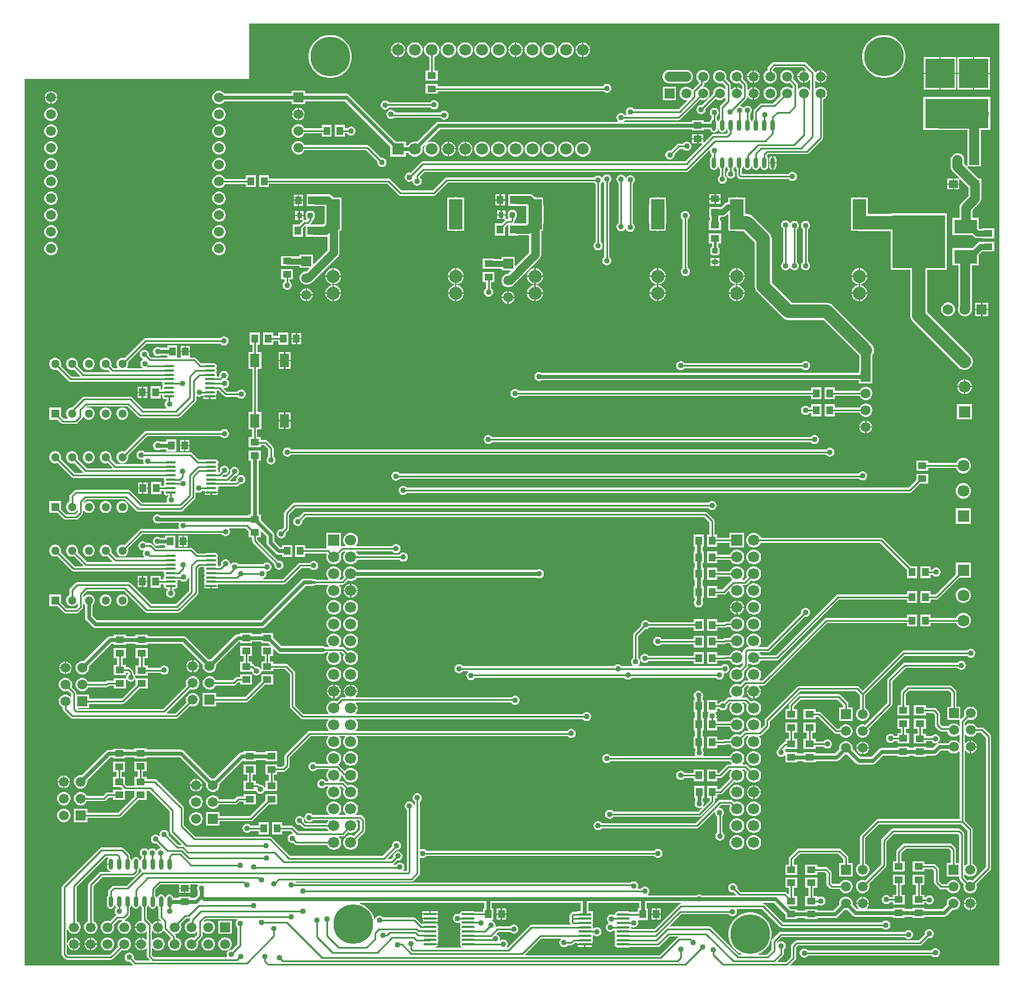
<source format=gtl>
G04*
G04 #@! TF.GenerationSoftware,Altium Limited,Altium Designer,22.11.1 (43)*
G04*
G04 Layer_Physical_Order=1*
G04 Layer_Color=255*
%FSLAX25Y25*%
%MOIN*%
G70*
G04*
G04 #@! TF.SameCoordinates,543C29E0-401B-4264-9DD2-DFAFA9D5F2C1*
G04*
G04*
G04 #@! TF.FilePolarity,Positive*
G04*
G01*
G75*
%ADD13C,0.01000*%
G04:AMPARAMS|DCode=18|XSize=76.99mil|YSize=16.57mil|CornerRadius=8.28mil|HoleSize=0mil|Usage=FLASHONLY|Rotation=0.000|XOffset=0mil|YOffset=0mil|HoleType=Round|Shape=RoundedRectangle|*
%AMROUNDEDRECTD18*
21,1,0.07699,0.00000,0,0,0.0*
21,1,0.06042,0.01657,0,0,0.0*
1,1,0.01657,0.03021,0.00000*
1,1,0.01657,-0.03021,0.00000*
1,1,0.01657,-0.03021,0.00000*
1,1,0.01657,0.03021,0.00000*
%
%ADD18ROUNDEDRECTD18*%
%ADD19R,0.07699X0.01657*%
%ADD32C,0.06693*%
%ADD37R,0.06693X0.06693*%
%ADD42C,0.07087*%
%ADD43R,0.07087X0.07087*%
%ADD44C,0.05906*%
%ADD45R,0.05906X0.05906*%
%ADD48O,0.02559X0.06496*%
%ADD49R,0.05118X0.03937*%
%ADD50R,0.03937X0.05118*%
%ADD51R,0.06299X0.01378*%
%ADD52O,0.06299X0.01378*%
%ADD53R,0.05551X0.04803*%
%ADD54R,0.05512X0.08268*%
G04:AMPARAMS|DCode=55|XSize=31.5mil|YSize=35.43mil|CornerRadius=7.87mil|HoleSize=0mil|Usage=FLASHONLY|Rotation=180.000|XOffset=0mil|YOffset=0mil|HoleType=Round|Shape=RoundedRectangle|*
%AMROUNDEDRECTD55*
21,1,0.03150,0.01968,0,0,180.0*
21,1,0.01575,0.03543,0,0,180.0*
1,1,0.01575,-0.00787,0.00984*
1,1,0.01575,0.00787,0.00984*
1,1,0.01575,0.00787,-0.00984*
1,1,0.01575,-0.00787,-0.00984*
%
%ADD55ROUNDEDRECTD55*%
%ADD56R,0.03150X0.03543*%
G04:AMPARAMS|DCode=57|XSize=31.5mil|YSize=35.43mil|CornerRadius=7.87mil|HoleSize=0mil|Usage=FLASHONLY|Rotation=270.000|XOffset=0mil|YOffset=0mil|HoleType=Round|Shape=RoundedRectangle|*
%AMROUNDEDRECTD57*
21,1,0.03150,0.01968,0,0,270.0*
21,1,0.01575,0.03543,0,0,270.0*
1,1,0.01575,-0.00984,-0.00787*
1,1,0.01575,-0.00984,0.00787*
1,1,0.01575,0.00984,0.00787*
1,1,0.01575,0.00984,-0.00787*
%
%ADD57ROUNDEDRECTD57*%
%ADD58R,0.03543X0.03150*%
%ADD59R,0.31496X0.31496*%
%ADD60R,0.13780X0.08189*%
%ADD61C,0.02400*%
%ADD62C,0.01600*%
%ADD63C,0.03500*%
%ADD64C,0.05000*%
%ADD65C,0.08000*%
%ADD66C,0.05800*%
%ADD67C,0.04000*%
%ADD68C,0.06000*%
%ADD69C,0.05500*%
%ADD70C,0.05900*%
%ADD71C,0.17500*%
%ADD72R,0.07874X0.07874*%
%ADD73C,0.07874*%
%ADD74R,0.05906X0.05906*%
%ADD75R,0.05906X0.05906*%
%ADD76R,0.05906X0.05906*%
%ADD77R,0.17717X0.17717*%
%ADD78C,0.06299*%
%ADD79R,0.06299X0.06299*%
%ADD80C,0.05118*%
%ADD81R,0.05118X0.05118*%
%ADD82C,0.23622*%
%ADD83C,0.02362*%
%ADD84C,0.03347*%
G36*
X585572Y4980D02*
X461296D01*
X461104Y5442D01*
X463981Y8319D01*
X464313Y8815D01*
X464429Y9400D01*
Y15766D01*
X465434Y16771D01*
X538100D01*
X538685Y16887D01*
X539181Y17219D01*
X543223Y21260D01*
X543348Y21227D01*
X544052D01*
X544732Y21409D01*
X545341Y21761D01*
X545839Y22259D01*
X546191Y22868D01*
X546373Y23548D01*
Y24252D01*
X546191Y24932D01*
X545839Y25541D01*
X545341Y26039D01*
X544732Y26391D01*
X544052Y26573D01*
X543348D01*
X542668Y26391D01*
X542059Y26039D01*
X541561Y25541D01*
X541209Y24932D01*
X541027Y24252D01*
Y23548D01*
X541060Y23423D01*
X537466Y19829D01*
X464800D01*
X464215Y19713D01*
X463719Y19381D01*
X461819Y17481D01*
X461487Y16985D01*
X461371Y16400D01*
Y10034D01*
X458303Y6966D01*
X453583D01*
X453391Y7428D01*
X456581Y10619D01*
X456913Y11115D01*
X457029Y11700D01*
Y14496D01*
X457141Y14561D01*
X457639Y15059D01*
X457991Y15668D01*
X458173Y16348D01*
Y17052D01*
X457991Y17732D01*
X457639Y18341D01*
X457141Y18839D01*
X456532Y19191D01*
X455852Y19373D01*
X455148D01*
X454468Y19191D01*
X453859Y18839D01*
X453536Y18517D01*
X453002Y18682D01*
X452965Y18902D01*
X455934Y21871D01*
X529096D01*
X529161Y21759D01*
X529659Y21261D01*
X530268Y20909D01*
X530948Y20727D01*
X531652D01*
X532332Y20909D01*
X532941Y21261D01*
X533439Y21759D01*
X533791Y22368D01*
X533973Y23048D01*
Y23752D01*
X533791Y24432D01*
X533439Y25041D01*
X532941Y25539D01*
X532332Y25891D01*
X531652Y26073D01*
X530948D01*
X530268Y25891D01*
X529659Y25539D01*
X529161Y25041D01*
X529096Y24929D01*
X455300D01*
X454715Y24813D01*
X454218Y24481D01*
X450219Y20481D01*
X449887Y19985D01*
X449771Y19400D01*
Y14133D01*
X446967Y11329D01*
X442202D01*
X442082Y11829D01*
X443722Y12665D01*
X445354Y13850D01*
X446780Y15276D01*
X447965Y16908D01*
X448880Y18704D01*
X449503Y20622D01*
X449819Y22614D01*
Y24630D01*
X449503Y26622D01*
X448880Y28540D01*
X447965Y30336D01*
X446780Y31968D01*
X445354Y33394D01*
X443722Y34579D01*
X441926Y35495D01*
X440008Y36118D01*
X438016Y36433D01*
X436000D01*
X434008Y36118D01*
X432090Y35495D01*
X430293Y34579D01*
X428662Y33394D01*
X427236Y31968D01*
X426051Y30336D01*
X425136Y28540D01*
X424512Y26622D01*
X424197Y24630D01*
Y22614D01*
X424512Y20622D01*
X425136Y18704D01*
X426051Y16908D01*
X427236Y15276D01*
X428662Y13850D01*
X430293Y12665D01*
X431934Y11829D01*
X431814Y11329D01*
X430334D01*
X413981Y27681D01*
X413485Y28013D01*
X412900Y28129D01*
X389317D01*
X389126Y28591D01*
X396005Y35471D01*
X424396D01*
X424461Y35359D01*
X424959Y34861D01*
X425568Y34509D01*
X426248Y34327D01*
X426952D01*
X427632Y34509D01*
X428241Y34861D01*
X428739Y35359D01*
X429091Y35968D01*
X429273Y36648D01*
Y37352D01*
X429091Y38032D01*
X429026Y38144D01*
X429315Y38644D01*
X444093D01*
X454918Y27819D01*
X455415Y27487D01*
X456000Y27371D01*
X515754D01*
X515761Y27359D01*
X516259Y26861D01*
X516868Y26509D01*
X517548Y26327D01*
X518252D01*
X518932Y26509D01*
X519541Y26861D01*
X520039Y27359D01*
X520391Y27968D01*
X520573Y28648D01*
Y29352D01*
X520391Y30032D01*
X520039Y30641D01*
X519541Y31139D01*
X518932Y31491D01*
X518252Y31673D01*
X517548D01*
X516868Y31491D01*
X516259Y31139D01*
X515761Y30641D01*
X515638Y30429D01*
X456634D01*
X445808Y41255D01*
X445312Y41586D01*
X444727Y41703D01*
X444735Y42199D01*
X451085D01*
X458055Y35229D01*
Y32465D01*
X465173D01*
Y33190D01*
X469866D01*
Y32465D01*
X476984D01*
Y33190D01*
X487520D01*
X488378Y33361D01*
X489106Y33847D01*
X493369Y38110D01*
X493574Y38055D01*
X494615D01*
X494820Y38110D01*
X498296Y34634D01*
X499023Y34148D01*
X499882Y33977D01*
X522031D01*
Y33252D01*
X529150D01*
Y33977D01*
X533843D01*
Y33252D01*
X540961D01*
Y33977D01*
X552480D01*
X553339Y34148D01*
X554066Y34634D01*
X557345Y37913D01*
X557550Y37858D01*
X558591D01*
X559597Y38128D01*
X560498Y38648D01*
X561234Y39384D01*
X561754Y40285D01*
X562024Y41291D01*
Y42331D01*
X561754Y43337D01*
X561234Y44238D01*
X560498Y44974D01*
X559597Y45494D01*
X558591Y45764D01*
X557550D01*
X556545Y45494D01*
X555644Y44974D01*
X554908Y44238D01*
X554388Y43337D01*
X554118Y42331D01*
Y41291D01*
X554173Y41085D01*
X551551Y38464D01*
X540961D01*
Y39189D01*
X533843D01*
Y38464D01*
X529150D01*
Y39189D01*
X522031D01*
Y38464D01*
X506436D01*
X506302Y38964D01*
X506391Y39015D01*
X507087Y39711D01*
X507580Y40564D01*
X507835Y41515D01*
Y41614D01*
X504094D01*
X500354D01*
Y41515D01*
X500609Y40564D01*
X501102Y39711D01*
X501798Y39015D01*
X501887Y38964D01*
X501753Y38464D01*
X500811D01*
X497992Y41282D01*
X498047Y41488D01*
Y42528D01*
X497778Y43534D01*
X497258Y44435D01*
X496522Y45171D01*
X495620Y45691D01*
X494615Y45961D01*
X493574D01*
X492569Y45691D01*
X491667Y45171D01*
X490932Y44435D01*
X490411Y43534D01*
X490142Y42528D01*
Y41488D01*
X490197Y41282D01*
X486591Y37676D01*
X476984D01*
Y38402D01*
X469866D01*
Y37676D01*
X465173D01*
Y38402D01*
X461227D01*
X459752Y39877D01*
X459944Y40339D01*
X465173D01*
Y46276D01*
X463143D01*
Y51165D01*
X465173D01*
Y57102D01*
X458055D01*
Y51165D01*
X460085D01*
Y47653D01*
X459623Y47461D01*
X458860Y48224D01*
X458364Y48555D01*
X457779Y48672D01*
X431391D01*
X429340Y50723D01*
X429373Y50848D01*
Y51552D01*
X429191Y52232D01*
X428839Y52841D01*
X428341Y53339D01*
X427732Y53691D01*
X427052Y53873D01*
X426348D01*
X425668Y53691D01*
X425059Y53339D01*
X424561Y52841D01*
X424209Y52232D01*
X424027Y51552D01*
Y50848D01*
X424209Y50168D01*
X424561Y49559D01*
X425059Y49061D01*
X425668Y48709D01*
X426348Y48527D01*
X427052D01*
X427177Y48560D01*
X428590Y47148D01*
X428398Y46685D01*
X408233D01*
X407725Y46979D01*
X407045Y47161D01*
X406341D01*
X405661Y46979D01*
X405152Y46685D01*
X376335D01*
X376311Y46719D01*
X376163Y47186D01*
X376549Y47571D01*
X376901Y48181D01*
X377083Y48861D01*
Y49564D01*
X376901Y50244D01*
X376549Y50854D01*
X376051Y51352D01*
X375441Y51704D01*
X374761Y51886D01*
X374058D01*
X373378Y51704D01*
X372768Y51352D01*
X372270Y50854D01*
X372206Y50742D01*
X370507D01*
X370218Y51242D01*
X370291Y51368D01*
X370473Y52048D01*
Y52752D01*
X370291Y53432D01*
X369939Y54041D01*
X369441Y54539D01*
X368832Y54891D01*
X368152Y55073D01*
X367448D01*
X366768Y54891D01*
X366159Y54539D01*
X365905Y54285D01*
X166497D01*
X166485Y54303D01*
X166743Y54803D01*
X235466D01*
X236051Y54919D01*
X236547Y55251D01*
X239971Y58675D01*
X240303Y59171D01*
X240419Y59756D01*
Y68985D01*
X240919Y69274D01*
X241031Y69209D01*
X241711Y69027D01*
X242415D01*
X243095Y69209D01*
X243705Y69561D01*
X244202Y70059D01*
X244267Y70171D01*
X379996D01*
X380061Y70059D01*
X380559Y69561D01*
X381168Y69209D01*
X381848Y69027D01*
X382552D01*
X383232Y69209D01*
X383841Y69561D01*
X384339Y70059D01*
X384691Y70668D01*
X384873Y71348D01*
Y72052D01*
X384691Y72732D01*
X384339Y73341D01*
X383841Y73839D01*
X383232Y74191D01*
X382552Y74373D01*
X381848D01*
X381168Y74191D01*
X380559Y73839D01*
X380061Y73341D01*
X379996Y73229D01*
X244267D01*
X244202Y73341D01*
X243705Y73839D01*
X243095Y74191D01*
X242415Y74373D01*
X241711D01*
X241031Y74191D01*
X240919Y74126D01*
X240419Y74415D01*
Y102547D01*
X240531Y102611D01*
X241029Y103109D01*
X241381Y103718D01*
X241563Y104398D01*
Y105102D01*
X241381Y105782D01*
X241029Y106392D01*
X240531Y106889D01*
X239922Y107241D01*
X239242Y107423D01*
X238538D01*
X237858Y107241D01*
X237249Y106889D01*
X236751Y106392D01*
X236399Y105782D01*
X236217Y105102D01*
Y104398D01*
X236399Y103718D01*
X236751Y103109D01*
X237249Y102611D01*
X237361Y102547D01*
Y100659D01*
X236861Y100593D01*
X236743Y101032D01*
X236391Y101641D01*
X235893Y102139D01*
X235284Y102491D01*
X234604Y102673D01*
X233900D01*
X233220Y102491D01*
X232611Y102139D01*
X232113Y101641D01*
X231761Y101032D01*
X231579Y100352D01*
Y99648D01*
X231761Y98968D01*
X232113Y98359D01*
X232611Y97861D01*
X232723Y97796D01*
Y61329D01*
X230817D01*
X230610Y61829D01*
X230639Y61859D01*
X230991Y62468D01*
X231173Y63148D01*
Y63852D01*
X230991Y64532D01*
X230639Y65141D01*
X230141Y65639D01*
X229532Y65991D01*
X228852Y66173D01*
X228148D01*
X227468Y65991D01*
X226859Y65639D01*
X226361Y65141D01*
X226238Y64929D01*
X224850D01*
X224698Y65429D01*
X224981Y65619D01*
X226823Y67460D01*
X226948Y67427D01*
X227652D01*
X228332Y67609D01*
X228941Y67961D01*
X229439Y68459D01*
X229791Y69068D01*
X229973Y69748D01*
Y70452D01*
X229791Y71132D01*
X229439Y71741D01*
X228941Y72239D01*
X228332Y72591D01*
X227652Y72773D01*
X226948D01*
X226268Y72591D01*
X225659Y72239D01*
X225161Y71741D01*
X224809Y71132D01*
X224627Y70452D01*
Y69748D01*
X224660Y69623D01*
X223267Y68229D01*
X221346D01*
X221154Y68691D01*
X226123Y73660D01*
X226248Y73627D01*
X226952D01*
X227632Y73809D01*
X228241Y74161D01*
X228739Y74659D01*
X229091Y75268D01*
X229273Y75948D01*
Y76652D01*
X229091Y77332D01*
X228739Y77941D01*
X228241Y78439D01*
X227632Y78791D01*
X226952Y78973D01*
X226248D01*
X225568Y78791D01*
X224959Y78439D01*
X224461Y77941D01*
X224109Y77332D01*
X223927Y76652D01*
Y75948D01*
X223960Y75823D01*
X218367Y70229D01*
X163233D01*
X152181Y81281D01*
X151685Y81613D01*
X151100Y81729D01*
X106633D01*
X99829Y88534D01*
Y98600D01*
X99713Y99185D01*
X99381Y99681D01*
X83644Y115419D01*
X83148Y115750D01*
X82563Y115866D01*
X77659D01*
Y117306D01*
X75629D01*
Y120457D01*
X77673D01*
Y126394D01*
X70554D01*
Y120457D01*
X72571D01*
Y117306D01*
X70541D01*
Y112029D01*
X65822D01*
X64896Y112955D01*
X64877Y113049D01*
Y117339D01*
X62848D01*
Y120260D01*
X64877D01*
Y126197D01*
X57759D01*
Y120260D01*
X59789D01*
Y117339D01*
X57759D01*
Y111402D01*
X62181D01*
X62296Y111230D01*
X63599Y109926D01*
X63408Y109465D01*
X57759D01*
Y108029D01*
X54600D01*
X54015Y107913D01*
X53519Y107581D01*
X51797Y105860D01*
X42146D01*
X41628Y106758D01*
X40892Y107494D01*
X39990Y108014D01*
X38985Y108283D01*
X37944D01*
X36939Y108014D01*
X36037Y107494D01*
X35302Y106758D01*
X34781Y105856D01*
X34512Y104851D01*
Y103810D01*
X34781Y102805D01*
X35302Y101904D01*
X36037Y101168D01*
X36939Y100647D01*
X37944Y100378D01*
X38985D01*
X39990Y100647D01*
X40892Y101168D01*
X41628Y101904D01*
X42146Y102801D01*
X52431D01*
X53016Y102918D01*
X53512Y103249D01*
X55234Y104971D01*
X57759D01*
Y103528D01*
X64877D01*
Y108715D01*
X65188Y108971D01*
X70541D01*
Y105657D01*
X60744Y95860D01*
X42417D01*
Y98283D01*
X34512D01*
Y90378D01*
X42417D01*
Y92801D01*
X61377D01*
X61962Y92918D01*
X62459Y93249D01*
X72704Y103495D01*
X77659D01*
Y108971D01*
X79366D01*
X91571Y96767D01*
Y84500D01*
X91687Y83915D01*
X92019Y83419D01*
X98346Y77091D01*
X98154Y76629D01*
X96733D01*
X90790Y82573D01*
X90823Y82698D01*
Y83402D01*
X90641Y84082D01*
X90289Y84691D01*
X89791Y85189D01*
X89182Y85541D01*
X88502Y85723D01*
X87798D01*
X87118Y85541D01*
X86509Y85189D01*
X86011Y84691D01*
X85659Y84082D01*
X85477Y83402D01*
Y82698D01*
X85631Y82123D01*
X85472Y82009D01*
X85170Y81910D01*
X84741Y82339D01*
X84132Y82691D01*
X83452Y82873D01*
X82748D01*
X82068Y82691D01*
X81459Y82339D01*
X80961Y81841D01*
X80609Y81232D01*
X80427Y80552D01*
Y79848D01*
X80609Y79168D01*
X80961Y78559D01*
X81459Y78061D01*
X82068Y77709D01*
X82748Y77527D01*
X83452D01*
X83577Y77560D01*
X85963Y75174D01*
X85743Y74687D01*
X85189Y74538D01*
X84579Y74186D01*
X84081Y73689D01*
X83950Y73461D01*
X83373D01*
X83241Y73689D01*
X82744Y74186D01*
X82134Y74538D01*
X81454Y74721D01*
X80750D01*
X80071Y74538D01*
X79461Y74186D01*
X79046Y73772D01*
X78740Y73724D01*
X78434Y73772D01*
X78019Y74186D01*
X77410Y74538D01*
X76730Y74721D01*
X76026D01*
X75346Y74538D01*
X74736Y74186D01*
X74239Y73689D01*
X73887Y73079D01*
X73705Y72399D01*
Y71695D01*
X73887Y71015D01*
X74239Y70406D01*
X74736Y69908D01*
X74819Y69861D01*
Y68964D01*
X74676Y68868D01*
X74172Y68114D01*
X74074Y67622D01*
X73564D01*
X73466Y68114D01*
X72962Y68868D01*
X72208Y69372D01*
X71319Y69549D01*
X70429Y69372D01*
X69675Y68868D01*
X69172Y68114D01*
X69074Y67622D01*
X68564D01*
X68466Y68114D01*
X67962Y68868D01*
X67848Y68944D01*
Y70281D01*
X67732Y70866D01*
X67400Y71363D01*
X64081Y74681D01*
X63585Y75013D01*
X63000Y75129D01*
X50877D01*
X50292Y75013D01*
X49796Y74681D01*
X27659Y52544D01*
X27327Y52048D01*
X27211Y51463D01*
Y11417D01*
X27327Y10832D01*
X27659Y10336D01*
X29234Y8761D01*
X29730Y8430D01*
X30315Y8313D01*
X56614D01*
X57199Y8430D01*
X57696Y8761D01*
X62967Y14032D01*
X63968Y13764D01*
X65009D01*
X66014Y14033D01*
X66915Y14554D01*
X67651Y15290D01*
X68172Y16191D01*
X68441Y17196D01*
Y18237D01*
X68172Y19242D01*
X67651Y20144D01*
X66915Y20879D01*
X66014Y21400D01*
X65009Y21669D01*
X63968D01*
X62963Y21400D01*
X62061Y20879D01*
X61325Y20144D01*
X60805Y19242D01*
X60535Y18237D01*
Y17196D01*
X60804Y16195D01*
X55981Y11372D01*
X30948D01*
X30270Y12051D01*
Y17078D01*
X30770Y17144D01*
X31003Y16273D01*
X31495Y15420D01*
X32192Y14724D01*
X33044Y14231D01*
X33996Y13976D01*
X34095D01*
Y17717D01*
Y21457D01*
X33996D01*
X33044Y21202D01*
X32192Y20709D01*
X31495Y20013D01*
X31003Y19160D01*
X30770Y18289D01*
X30270Y18355D01*
Y26257D01*
X30770Y26322D01*
X30805Y26191D01*
X31325Y25289D01*
X32061Y24554D01*
X32963Y24033D01*
X33968Y23764D01*
X35009D01*
X36014Y24033D01*
X36915Y24554D01*
X37651Y25289D01*
X38172Y26191D01*
X38441Y27196D01*
Y28237D01*
X38172Y29242D01*
X37651Y30144D01*
X36915Y30880D01*
X36018Y31398D01*
Y51757D01*
X53597Y69337D01*
X54860D01*
X55012Y68837D01*
X54829Y68715D01*
X54372Y68031D01*
X54211Y67224D01*
Y65650D01*
X56319D01*
Y64862D01*
X54211D01*
Y63287D01*
X54372Y62481D01*
X54829Y61797D01*
X55512Y61340D01*
X56114Y61221D01*
X56065Y60721D01*
X50688D01*
X50103Y60604D01*
X49607Y60273D01*
X43407Y54073D01*
X43075Y53577D01*
X42959Y52991D01*
Y31398D01*
X42061Y30880D01*
X41325Y30144D01*
X40805Y29242D01*
X40535Y28237D01*
Y27196D01*
X40805Y26191D01*
X41325Y25289D01*
X42061Y24554D01*
X42963Y24033D01*
X43968Y23764D01*
X45009D01*
X46014Y24033D01*
X46915Y24554D01*
X47651Y25289D01*
X48172Y26191D01*
X48441Y27196D01*
Y28237D01*
X48172Y29242D01*
X47651Y30144D01*
X46915Y30880D01*
X46018Y31398D01*
Y52358D01*
X51322Y57662D01*
X69821D01*
X70407Y57778D01*
X70903Y58110D01*
X72457Y59664D01*
X72789Y60161D01*
X72905Y60746D01*
Y61606D01*
X72962Y61644D01*
X73466Y62398D01*
X73564Y62890D01*
X74074D01*
X74172Y62398D01*
X74676Y61644D01*
X74718Y61616D01*
Y61014D01*
X74519Y60881D01*
X65954Y52317D01*
X58268D01*
X57682Y52200D01*
X57186Y51869D01*
X55238Y49920D01*
X54906Y49424D01*
X54790Y48839D01*
Y46700D01*
X54676Y46624D01*
X54172Y45870D01*
X53995Y44980D01*
Y41043D01*
X54172Y40154D01*
X54676Y39400D01*
X55430Y38896D01*
X56319Y38719D01*
X57208Y38896D01*
X57962Y39400D01*
X58466Y40154D01*
X58564Y40646D01*
X59074D01*
X59172Y40154D01*
X59659Y39424D01*
X59278Y39043D01*
X58926Y38433D01*
X58744Y37753D01*
Y37050D01*
X58926Y36370D01*
X59278Y35760D01*
X59651Y35387D01*
X59651Y35171D01*
X59607Y34919D01*
X59554Y34813D01*
X59155Y34546D01*
X56010Y31401D01*
X55009Y31669D01*
X53968D01*
X52962Y31400D01*
X52061Y30880D01*
X51325Y30144D01*
X50805Y29242D01*
X50535Y28237D01*
Y27196D01*
X50805Y26191D01*
X51325Y25289D01*
X52061Y24554D01*
X52962Y24033D01*
X53968Y23764D01*
X55009D01*
X56014Y24033D01*
X56915Y24554D01*
X57651Y25289D01*
X58172Y26191D01*
X58441Y27196D01*
Y28237D01*
X58173Y29238D01*
X60870Y31935D01*
X63028D01*
X63094Y31435D01*
X62963Y31400D01*
X62061Y30880D01*
X61325Y30144D01*
X60805Y29242D01*
X60535Y28237D01*
Y27196D01*
X60805Y26191D01*
X61325Y25289D01*
X62061Y24554D01*
X62963Y24033D01*
X63968Y23764D01*
X65009D01*
X66014Y24033D01*
X66915Y24554D01*
X67651Y25289D01*
X68172Y26191D01*
X68441Y27196D01*
Y28237D01*
X68172Y29242D01*
X67651Y30144D01*
X66915Y30880D01*
X66014Y31400D01*
X65009Y31669D01*
X64904D01*
X64752Y32169D01*
X65072Y32383D01*
X67400Y34711D01*
X67731Y35207D01*
X67848Y35792D01*
Y39323D01*
X67962Y39400D01*
X68466Y40154D01*
X68564Y40646D01*
X69074D01*
X69172Y40154D01*
X69675Y39400D01*
X70429Y38896D01*
X71319Y38719D01*
X72208Y38896D01*
X72962Y39400D01*
X73466Y40154D01*
X73564Y40646D01*
X74074D01*
X74172Y40154D01*
X74676Y39400D01*
X74790Y39324D01*
Y32183D01*
X74835Y31957D01*
X74445Y31457D01*
X73996D01*
X73045Y31202D01*
X72192Y30709D01*
X71495Y30013D01*
X71003Y29160D01*
X70748Y28209D01*
Y28110D01*
X74488D01*
Y27716D01*
X74882D01*
Y23976D01*
X74981D01*
X75932Y24231D01*
X76785Y24724D01*
X77371Y25310D01*
X77871Y25153D01*
Y20280D01*
X77371Y20123D01*
X76785Y20709D01*
X75932Y21202D01*
X74981Y21457D01*
X74882D01*
Y17717D01*
Y13976D01*
X74981D01*
X75932Y14231D01*
X76785Y14724D01*
X77371Y15310D01*
X77871Y15153D01*
Y10600D01*
X77987Y10015D01*
X78319Y9519D01*
X79446Y8391D01*
X79254Y7929D01*
X71399D01*
X69963Y9366D01*
X69996Y9491D01*
Y10194D01*
X69814Y10874D01*
X69462Y11484D01*
X68964Y11982D01*
X68355Y12334D01*
X67675Y12516D01*
X66971D01*
X66291Y12334D01*
X65681Y11982D01*
X65184Y11484D01*
X64832Y10874D01*
X64650Y10194D01*
Y9491D01*
X64832Y8811D01*
X65184Y8201D01*
X65681Y7703D01*
X66291Y7351D01*
X66971Y7169D01*
X67675D01*
X67800Y7203D01*
X69523Y5480D01*
X69316Y4980D01*
X4980D01*
Y532874D01*
X138827D01*
Y565886D01*
X585572D01*
Y4980D01*
D02*
G37*
G36*
X108266Y52933D02*
X108335Y52671D01*
X108002Y52094D01*
X107820Y51414D01*
Y50710D01*
X108002Y50030D01*
X108192Y49702D01*
Y47072D01*
X106366Y45247D01*
X103956D01*
Y45973D01*
X96838D01*
Y45180D01*
X93603D01*
X93466Y45870D01*
X92962Y46624D01*
X92208Y47128D01*
X91319Y47304D01*
X90430Y47128D01*
X89675Y46624D01*
X89172Y45870D01*
X89074Y45378D01*
X88564D01*
X88466Y45870D01*
X87962Y46624D01*
X87208Y47128D01*
X86319Y47304D01*
X85430Y47128D01*
X84676Y46624D01*
X84172Y45870D01*
X84074Y45378D01*
X83564D01*
X83466Y45870D01*
X82962Y46624D01*
X82848Y46700D01*
Y50085D01*
X85934Y53171D01*
X97050D01*
Y51272D01*
X100397D01*
X103743D01*
Y53171D01*
X108168D01*
X108266Y52933D01*
D02*
G37*
G36*
X84172Y40154D02*
X84676Y39400D01*
X84790Y39324D01*
Y33768D01*
X84906Y33183D01*
X85237Y32687D01*
X86436Y31488D01*
X86129Y31088D01*
X85932Y31202D01*
X84981Y31457D01*
X84882D01*
Y27716D01*
Y23976D01*
X84981D01*
X85932Y24231D01*
X86785Y24724D01*
X87481Y25420D01*
X87531Y25507D01*
X88156Y25589D01*
X92209Y21536D01*
Y20965D01*
X92061Y20879D01*
X91325Y20144D01*
X90805Y19242D01*
X90535Y18237D01*
Y17196D01*
X90805Y16191D01*
X91325Y15290D01*
X92061Y14554D01*
X92962Y14033D01*
X93968Y13764D01*
X95009D01*
X96014Y14033D01*
X96915Y14554D01*
X97651Y15290D01*
X98172Y16191D01*
X98441Y17196D01*
Y18237D01*
X98172Y19242D01*
X97651Y20144D01*
X96915Y20879D01*
X96014Y21400D01*
X95268Y21600D01*
Y22169D01*
X95151Y22755D01*
X94820Y23251D01*
X94769Y23302D01*
X94960Y23764D01*
X95009D01*
X96014Y24033D01*
X96915Y24554D01*
X97651Y25289D01*
X98172Y26191D01*
X98441Y27196D01*
Y28237D01*
X98172Y29242D01*
X97944Y29636D01*
X101378Y33071D01*
X102709D01*
X103276Y33183D01*
X103336Y33140D01*
X103626Y32807D01*
X103591Y32755D01*
X103474Y32169D01*
Y31537D01*
X102963Y31400D01*
X102061Y30880D01*
X101325Y30144D01*
X100805Y29242D01*
X100535Y28237D01*
Y27196D01*
X100805Y26191D01*
X101325Y25289D01*
X102061Y24554D01*
X102963Y24033D01*
X103968Y23764D01*
X105009D01*
X106014Y24033D01*
X106915Y24554D01*
X107419Y25058D01*
X107919Y24851D01*
Y23311D01*
X106010Y21401D01*
X105009Y21669D01*
X103968D01*
X102963Y21400D01*
X102061Y20879D01*
X101325Y20144D01*
X100805Y19242D01*
X100535Y18237D01*
Y17196D01*
X100805Y16191D01*
X101325Y15290D01*
X102061Y14554D01*
X102963Y14033D01*
X103968Y13764D01*
X105009D01*
X106014Y14033D01*
X106915Y14554D01*
X107651Y15290D01*
X108172Y16191D01*
X108441Y17196D01*
Y18237D01*
X108173Y19238D01*
X110530Y21596D01*
X110862Y22092D01*
X110978Y22677D01*
Y24929D01*
X111478Y25137D01*
X112061Y24554D01*
X112962Y24033D01*
X113968Y23764D01*
X115009D01*
X116014Y24033D01*
X116915Y24554D01*
X117651Y25289D01*
X118172Y26191D01*
X118441Y27196D01*
Y28237D01*
X118172Y29242D01*
X117651Y30144D01*
X116915Y30880D01*
X116014Y31400D01*
X115009Y31669D01*
X113968D01*
X112962Y31400D01*
X112144Y30927D01*
X111837Y31327D01*
X112947Y32438D01*
X131559D01*
X131703Y32101D01*
X131720Y31938D01*
X131260Y31477D01*
X130907Y30868D01*
X130725Y30188D01*
Y29484D01*
X130907Y28804D01*
X131260Y28194D01*
X131757Y27697D01*
X131869Y27632D01*
Y17505D01*
X128577Y14213D01*
X128452Y14246D01*
X127748D01*
X127068Y14064D01*
X126459Y13712D01*
X125961Y13215D01*
X125609Y12605D01*
X125427Y11925D01*
Y11221D01*
X125609Y10541D01*
X125674Y10429D01*
X125385Y9929D01*
X82234D01*
X80929Y11233D01*
Y15038D01*
X81429Y15185D01*
X82061Y14554D01*
X82963Y14033D01*
X83968Y13764D01*
X85009D01*
X86014Y14033D01*
X86915Y14554D01*
X87651Y15290D01*
X88172Y16191D01*
X88441Y17196D01*
Y18237D01*
X88172Y19242D01*
X87651Y20144D01*
X86915Y20879D01*
X86014Y21400D01*
X85009Y21669D01*
X83968D01*
X82963Y21400D01*
X82061Y20879D01*
X81429Y20248D01*
X80929Y20395D01*
Y25400D01*
X81429Y25534D01*
X81495Y25420D01*
X82192Y24724D01*
X83045Y24231D01*
X83996Y23976D01*
X84095D01*
Y27716D01*
Y31457D01*
X83996D01*
X83045Y31202D01*
X82192Y30709D01*
X81495Y30013D01*
X81319Y29707D01*
X81073Y29697D01*
X80768Y29754D01*
X80481Y30183D01*
X77848Y32816D01*
Y39324D01*
X77962Y39400D01*
X78466Y40154D01*
X78564Y40646D01*
X79074D01*
X79172Y40154D01*
X79676Y39400D01*
X80430Y38896D01*
X81319Y38719D01*
X82208Y38896D01*
X82962Y39400D01*
X83466Y40154D01*
X83564Y40646D01*
X84074D01*
X84172Y40154D01*
D02*
G37*
G36*
X278761Y38992D02*
X278134D01*
Y37061D01*
X273217D01*
X272929Y37254D01*
X272215Y37396D01*
X266173D01*
X265460Y37254D01*
X264855Y36850D01*
X264451Y36245D01*
X264366Y35818D01*
X264157Y35660D01*
X263846Y35517D01*
X263835Y35517D01*
X263252Y35673D01*
X262548D01*
X261868Y35491D01*
X261259Y35139D01*
X260761Y34641D01*
X260409Y34032D01*
X260227Y33352D01*
Y32648D01*
X260409Y31968D01*
X260761Y31359D01*
X261259Y30861D01*
X261868Y30509D01*
X262548Y30327D01*
X263252D01*
X263825Y30480D01*
X263885Y30472D01*
X264146Y30341D01*
X264356Y30177D01*
X264451Y29700D01*
X264829Y29134D01*
X264451Y28568D01*
X264309Y27854D01*
X264451Y27141D01*
X264829Y26575D01*
X264451Y26009D01*
X264309Y25295D01*
X264451Y24582D01*
X264829Y24016D01*
X264451Y23450D01*
X264309Y22736D01*
X264451Y22023D01*
X264829Y21457D01*
X264451Y20890D01*
X264309Y20177D01*
X264451Y19464D01*
X264829Y18898D01*
X264451Y18331D01*
X264309Y17618D01*
X264451Y16905D01*
X264855Y16300D01*
X265260Y16029D01*
X265109Y15529D01*
X249919D01*
X249869Y16029D01*
X250205Y16096D01*
X250739Y16453D01*
X251097Y16988D01*
X251144Y17224D01*
X246554D01*
Y18012D01*
X251144D01*
X251097Y18248D01*
X250752Y18765D01*
X250893Y18859D01*
X251297Y19464D01*
X251439Y20177D01*
X251297Y20890D01*
X250919Y21457D01*
X251297Y22023D01*
X251439Y22736D01*
X251297Y23450D01*
X250919Y24016D01*
X251297Y24582D01*
X251439Y25295D01*
X251297Y26009D01*
X250919Y26575D01*
X251297Y27141D01*
X251439Y27854D01*
X251297Y28568D01*
X250893Y29172D01*
X250752Y29267D01*
X251097Y29783D01*
X251144Y30020D01*
X241731D01*
X241534Y29736D01*
X241327Y29705D01*
X238051Y32981D01*
X237555Y33313D01*
X236969Y33429D01*
X218604D01*
X218539Y33541D01*
X218041Y34039D01*
X217432Y34391D01*
X216752Y34573D01*
X216048D01*
X215368Y34391D01*
X214759Y34039D01*
X214261Y33541D01*
X213909Y32932D01*
X213793Y32501D01*
X213283Y32528D01*
X212660Y34445D01*
X211744Y36242D01*
X210559Y37873D01*
X209133Y39299D01*
X207502Y40484D01*
X205705Y41400D01*
X204784Y41699D01*
X204863Y42199D01*
X278761D01*
Y38992D01*
D02*
G37*
G36*
X370985D02*
X370260D01*
Y36864D01*
X365343D01*
X365055Y37057D01*
X364341Y37199D01*
X358299D01*
X357586Y37057D01*
X356981Y36653D01*
X356577Y36048D01*
X356435Y35335D01*
X356461Y35207D01*
X356397Y35133D01*
X356009Y34916D01*
X355532Y35191D01*
X354852Y35373D01*
X354148D01*
X353468Y35191D01*
X352859Y34839D01*
X352361Y34341D01*
X352009Y33732D01*
X351827Y33052D01*
Y32348D01*
X352009Y31668D01*
X352361Y31059D01*
X352802Y30618D01*
X352788Y30308D01*
X352720Y30063D01*
X352159Y29739D01*
X351661Y29241D01*
X351309Y28632D01*
X351127Y27952D01*
Y27248D01*
X351309Y26568D01*
X351661Y25959D01*
X352159Y25461D01*
X352768Y25109D01*
X353448Y24927D01*
X354152D01*
X354832Y25109D01*
X355441Y25461D01*
X355778Y25798D01*
X356127Y25800D01*
X356491Y25378D01*
X356435Y25098D01*
X356577Y24385D01*
X356956Y23819D01*
X356577Y23253D01*
X356435Y22539D01*
X356577Y21826D01*
X356956Y21260D01*
X356577Y20694D01*
X356435Y19980D01*
X356577Y19267D01*
X356956Y18701D01*
X356577Y18135D01*
X356435Y17421D01*
X356577Y16708D01*
X356981Y16103D01*
X357586Y15699D01*
X358299Y15557D01*
X364341D01*
X365055Y15699D01*
X365343Y15892D01*
X382221D01*
X382806Y16008D01*
X383303Y16340D01*
X389134Y22171D01*
X393826D01*
X393977Y21671D01*
X393767Y21530D01*
X383204Y10966D01*
X303395D01*
X303203Y11428D01*
X312785Y21010D01*
X324247D01*
X324429Y20510D01*
X324061Y20141D01*
X323709Y19532D01*
X323527Y18852D01*
Y18148D01*
X323709Y17468D01*
X324061Y16859D01*
X324559Y16361D01*
X325168Y16009D01*
X325848Y15827D01*
X326552D01*
X327232Y16009D01*
X327841Y16361D01*
X328339Y16859D01*
X328404Y16971D01*
X330600D01*
X331185Y17087D01*
X331681Y17419D01*
X332714Y18451D01*
X333848D01*
X334117Y17951D01*
X334090Y17815D01*
X343270D01*
X343222Y18052D01*
X342878Y18568D01*
X343019Y18662D01*
X343423Y19267D01*
X343565Y19980D01*
X343423Y20694D01*
X343044Y21260D01*
X343423Y21826D01*
X343565Y22539D01*
X343488Y22924D01*
X343949Y23171D01*
X344259Y22861D01*
X344868Y22509D01*
X345548Y22327D01*
X346252D01*
X346932Y22509D01*
X347541Y22861D01*
X348039Y23359D01*
X348391Y23968D01*
X348573Y24648D01*
Y25352D01*
X348391Y26032D01*
X348039Y26641D01*
X347541Y27139D01*
X346932Y27491D01*
X346252Y27673D01*
X345548D01*
X344868Y27491D01*
X344259Y27139D01*
X344071Y26951D01*
X343493Y27073D01*
X343460Y27129D01*
X343565Y27657D01*
X343423Y28371D01*
X343044Y28937D01*
X343423Y29503D01*
X343565Y30217D01*
X343423Y30930D01*
X343044Y31496D01*
X343423Y32062D01*
X343565Y32776D01*
X343519Y33006D01*
X343529Y33506D01*
X343529Y33506D01*
X343529Y33506D01*
Y37163D01*
X340659D01*
Y42199D01*
X370985D01*
Y38992D01*
D02*
G37*
G36*
X395716Y41703D02*
X395131Y41586D01*
X394635Y41255D01*
X380008Y26628D01*
X366408D01*
X366100Y27128D01*
X366177Y27515D01*
X366644Y27823D01*
X366668Y27809D01*
X367348Y27627D01*
X368052D01*
X368732Y27809D01*
X369341Y28161D01*
X369839Y28659D01*
X370191Y29268D01*
X370373Y29948D01*
Y30652D01*
X370191Y31332D01*
X370137Y31425D01*
X370455Y31874D01*
X376197D01*
Y38992D01*
X375471D01*
Y42199D01*
X395708D01*
X395716Y41703D01*
D02*
G37*
G36*
X336173Y37163D02*
X333830D01*
Y36864D01*
X331791D01*
X331206Y36748D01*
X330710Y36416D01*
X330021Y35727D01*
X329689Y35231D01*
X329573Y34646D01*
Y33361D01*
X329689Y32776D01*
X329687Y32773D01*
X329571Y32187D01*
Y30900D01*
X329687Y30315D01*
X330019Y29819D01*
X330188Y29649D01*
X329997Y29187D01*
X306853D01*
X306267Y29070D01*
X305771Y28739D01*
X292771Y15739D01*
X292534Y15779D01*
X292294Y16327D01*
X292491Y16668D01*
X292673Y17348D01*
Y18052D01*
X292491Y18732D01*
X292139Y19341D01*
X291641Y19839D01*
X291032Y20191D01*
X290352Y20373D01*
X289648D01*
X288968Y20191D01*
X288359Y19839D01*
X288316Y19797D01*
X287868Y20056D01*
X287973Y20448D01*
Y21152D01*
X287791Y21832D01*
X287439Y22441D01*
X286941Y22939D01*
X286332Y23291D01*
X286207Y23325D01*
X286057Y23882D01*
X287246Y25071D01*
X294196D01*
X294261Y24959D01*
X294759Y24461D01*
X295368Y24109D01*
X296048Y23927D01*
X296752D01*
X297432Y24109D01*
X298041Y24461D01*
X298539Y24959D01*
X298891Y25568D01*
X299073Y26248D01*
Y26952D01*
X298891Y27632D01*
X298539Y28241D01*
X298041Y28739D01*
X297432Y29091D01*
X296752Y29273D01*
X296048D01*
X295368Y29091D01*
X294759Y28739D01*
X294261Y28241D01*
X294196Y28129D01*
X286612D01*
X286027Y28013D01*
X285719Y27807D01*
X285285Y28118D01*
X285373Y28448D01*
Y29152D01*
X285191Y29832D01*
X284839Y30441D01*
X284341Y30939D01*
X283732Y31291D01*
X283422Y31374D01*
X283488Y31874D01*
X284071D01*
Y38992D01*
X283247D01*
Y42199D01*
X336173D01*
Y37163D01*
D02*
G37*
%LPC*%
G36*
X338051Y554528D02*
X337874D01*
Y550591D01*
X341811D01*
Y550767D01*
X341516Y551868D01*
X340946Y552856D01*
X340139Y553662D01*
X339152Y554232D01*
X338051Y554528D01*
D02*
G37*
G36*
X298050D02*
X297874D01*
Y550591D01*
X301811D01*
Y550767D01*
X301516Y551868D01*
X300946Y552856D01*
X300139Y553662D01*
X299152Y554232D01*
X298050Y554528D01*
D02*
G37*
G36*
X228050D02*
X227874D01*
Y550591D01*
X231811D01*
Y550767D01*
X231516Y551868D01*
X230946Y552856D01*
X230139Y553662D01*
X229152Y554232D01*
X228050Y554528D01*
D02*
G37*
G36*
X337087D02*
X336910D01*
X335809Y554232D01*
X334821Y553662D01*
X334015Y552856D01*
X333445Y551868D01*
X333150Y550767D01*
Y550591D01*
X337087D01*
Y554528D01*
D02*
G37*
G36*
X297087D02*
X296910D01*
X295809Y554232D01*
X294821Y553662D01*
X294015Y552856D01*
X293445Y551868D01*
X293150Y550767D01*
Y550591D01*
X297087D01*
Y554528D01*
D02*
G37*
G36*
X227087D02*
X226910D01*
X225809Y554232D01*
X224821Y553662D01*
X224015Y552856D01*
X223445Y551868D01*
X223150Y550767D01*
Y550591D01*
X227087D01*
Y554528D01*
D02*
G37*
G36*
X341811Y549803D02*
X337874D01*
Y545866D01*
X338051D01*
X339152Y546161D01*
X340139Y546731D01*
X340946Y547538D01*
X341516Y548525D01*
X341811Y549627D01*
Y549803D01*
D02*
G37*
G36*
X337087D02*
X333150D01*
Y549627D01*
X333445Y548525D01*
X334015Y547538D01*
X334821Y546731D01*
X335809Y546161D01*
X336910Y545866D01*
X337087D01*
Y549803D01*
D02*
G37*
G36*
X301811D02*
X297874D01*
Y545866D01*
X298050D01*
X299152Y546161D01*
X300139Y546731D01*
X300946Y547538D01*
X301516Y548525D01*
X301811Y549627D01*
Y549803D01*
D02*
G37*
G36*
X297087D02*
X293150D01*
Y549627D01*
X293445Y548525D01*
X294015Y547538D01*
X294821Y546731D01*
X295809Y546161D01*
X296910Y545866D01*
X297087D01*
Y549803D01*
D02*
G37*
G36*
X231811D02*
X227874D01*
Y545866D01*
X228050D01*
X229152Y546161D01*
X230139Y546731D01*
X230946Y547538D01*
X231516Y548525D01*
X231811Y549627D01*
Y549803D01*
D02*
G37*
G36*
X227087D02*
X223150D01*
Y549627D01*
X223445Y548525D01*
X224015Y547538D01*
X224821Y546731D01*
X225809Y546161D01*
X226910Y545866D01*
X227087D01*
Y549803D01*
D02*
G37*
G36*
X328079Y554740D02*
X326882D01*
X325727Y554430D01*
X324691Y553832D01*
X323845Y552986D01*
X323247Y551951D01*
X322937Y550795D01*
Y549599D01*
X323247Y548443D01*
X323845Y547407D01*
X324691Y546561D01*
X325727Y545963D01*
X326882Y545653D01*
X328079D01*
X329234Y545963D01*
X330270Y546561D01*
X331116Y547407D01*
X331714Y548443D01*
X332024Y549599D01*
Y550795D01*
X331714Y551951D01*
X331116Y552986D01*
X330270Y553832D01*
X329234Y554430D01*
X328079Y554740D01*
D02*
G37*
G36*
X318078D02*
X316882D01*
X315727Y554430D01*
X314691Y553832D01*
X313845Y552986D01*
X313247Y551951D01*
X312937Y550795D01*
Y549599D01*
X313247Y548443D01*
X313845Y547407D01*
X314691Y546561D01*
X315727Y545963D01*
X316882Y545653D01*
X318078D01*
X319234Y545963D01*
X320270Y546561D01*
X321116Y547407D01*
X321714Y548443D01*
X322024Y549599D01*
Y550795D01*
X321714Y551951D01*
X321116Y552986D01*
X320270Y553832D01*
X319234Y554430D01*
X318078Y554740D01*
D02*
G37*
G36*
X308079D02*
X306882D01*
X305727Y554430D01*
X304691Y553832D01*
X303845Y552986D01*
X303247Y551951D01*
X302937Y550795D01*
Y549599D01*
X303247Y548443D01*
X303845Y547407D01*
X304691Y546561D01*
X305727Y545963D01*
X306882Y545653D01*
X308079D01*
X309234Y545963D01*
X310270Y546561D01*
X311116Y547407D01*
X311714Y548443D01*
X312024Y549599D01*
Y550795D01*
X311714Y551951D01*
X311116Y552986D01*
X310270Y553832D01*
X309234Y554430D01*
X308079Y554740D01*
D02*
G37*
G36*
X288078D02*
X286882D01*
X285727Y554430D01*
X284691Y553832D01*
X283845Y552986D01*
X283247Y551951D01*
X282937Y550795D01*
Y549599D01*
X283247Y548443D01*
X283845Y547407D01*
X284691Y546561D01*
X285727Y545963D01*
X286882Y545653D01*
X288078D01*
X289234Y545963D01*
X290270Y546561D01*
X291116Y547407D01*
X291714Y548443D01*
X292024Y549599D01*
Y550795D01*
X291714Y551951D01*
X291116Y552986D01*
X290270Y553832D01*
X289234Y554430D01*
X288078Y554740D01*
D02*
G37*
G36*
X278079D02*
X276882D01*
X275727Y554430D01*
X274691Y553832D01*
X273845Y552986D01*
X273247Y551951D01*
X272937Y550795D01*
Y549599D01*
X273247Y548443D01*
X273845Y547407D01*
X274691Y546561D01*
X275727Y545963D01*
X276882Y545653D01*
X278079D01*
X279234Y545963D01*
X280270Y546561D01*
X281116Y547407D01*
X281714Y548443D01*
X282024Y549599D01*
Y550795D01*
X281714Y551951D01*
X281116Y552986D01*
X280270Y553832D01*
X279234Y554430D01*
X278079Y554740D01*
D02*
G37*
G36*
X268078D02*
X266882D01*
X265727Y554430D01*
X264691Y553832D01*
X263845Y552986D01*
X263247Y551951D01*
X262937Y550795D01*
Y549599D01*
X263247Y548443D01*
X263845Y547407D01*
X264691Y546561D01*
X265727Y545963D01*
X266882Y545653D01*
X268078D01*
X269234Y545963D01*
X270270Y546561D01*
X271116Y547407D01*
X271714Y548443D01*
X272024Y549599D01*
Y550795D01*
X271714Y551951D01*
X271116Y552986D01*
X270270Y553832D01*
X269234Y554430D01*
X268078Y554740D01*
D02*
G37*
G36*
X258079D02*
X256882D01*
X255727Y554430D01*
X254691Y553832D01*
X253845Y552986D01*
X253247Y551951D01*
X252937Y550795D01*
Y549599D01*
X253247Y548443D01*
X253845Y547407D01*
X254691Y546561D01*
X255727Y545963D01*
X256882Y545653D01*
X258079D01*
X259234Y545963D01*
X260270Y546561D01*
X261116Y547407D01*
X261714Y548443D01*
X262024Y549599D01*
Y550795D01*
X261714Y551951D01*
X261116Y552986D01*
X260270Y553832D01*
X259234Y554430D01*
X258079Y554740D01*
D02*
G37*
G36*
X238078D02*
X236882D01*
X235727Y554430D01*
X234691Y553832D01*
X233845Y552986D01*
X233247Y551951D01*
X232937Y550795D01*
Y549599D01*
X233247Y548443D01*
X233845Y547407D01*
X234691Y546561D01*
X235727Y545963D01*
X236882Y545653D01*
X238078D01*
X239234Y545963D01*
X240270Y546561D01*
X241116Y547407D01*
X241714Y548443D01*
X242024Y549599D01*
Y550795D01*
X241714Y551951D01*
X241116Y552986D01*
X240270Y553832D01*
X239234Y554430D01*
X238078Y554740D01*
D02*
G37*
G36*
X469283Y542905D02*
X451294D01*
X450709Y542789D01*
X450213Y542457D01*
X447895Y540140D01*
X447563Y539643D01*
X447447Y539058D01*
Y537992D01*
X446549Y537474D01*
X445813Y536738D01*
X445293Y535837D01*
X445024Y534831D01*
Y533791D01*
X445293Y532785D01*
X445813Y531884D01*
X446549Y531148D01*
X447451Y530628D01*
X448456Y530358D01*
X449497D01*
X450502Y530628D01*
X451403Y531148D01*
X452139Y531884D01*
X452660Y532785D01*
X452929Y533791D01*
Y534831D01*
X452660Y535837D01*
X452139Y536738D01*
X451403Y537474D01*
X450574Y537953D01*
X450535Y538454D01*
X451928Y539847D01*
X468649D01*
X470095Y538401D01*
X469836Y537953D01*
X469469Y538051D01*
X469370D01*
Y534311D01*
Y530571D01*
X469469D01*
X470420Y530826D01*
X471273Y531318D01*
X471969Y532015D01*
X472218Y532446D01*
X472718Y532312D01*
Y526735D01*
X472218Y526601D01*
X472139Y526738D01*
X471403Y527474D01*
X470502Y527994D01*
X469497Y528264D01*
X468456D01*
X467451Y527994D01*
X466549Y527474D01*
X465917Y526842D01*
X465417Y526989D01*
Y529399D01*
X465301Y529985D01*
X464969Y530481D01*
X462661Y532789D01*
X462929Y533791D01*
Y534831D01*
X462660Y535837D01*
X462139Y536738D01*
X461403Y537474D01*
X460502Y537994D01*
X459497Y538264D01*
X458456D01*
X457451Y537994D01*
X456549Y537474D01*
X455813Y536738D01*
X455293Y535837D01*
X455024Y534831D01*
Y533791D01*
X455293Y532785D01*
X455813Y531884D01*
X456549Y531148D01*
X457451Y530628D01*
X458456Y530358D01*
X459497D01*
X460498Y530626D01*
X462359Y528766D01*
Y527226D01*
X461859Y527019D01*
X461403Y527474D01*
X460502Y527994D01*
X459497Y528264D01*
X458456D01*
X457451Y527994D01*
X456549Y527474D01*
X455813Y526738D01*
X455293Y525837D01*
X455024Y524831D01*
Y523791D01*
X455292Y522789D01*
X450827Y518325D01*
X443931D01*
X443346Y518208D01*
X442850Y517876D01*
X439489Y514516D01*
X439158Y514020D01*
X439042Y513435D01*
Y508905D01*
X438927Y508828D01*
X438424Y508075D01*
X438326Y507583D01*
X437816D01*
X437718Y508075D01*
X437214Y508828D01*
X437031Y508951D01*
Y512009D01*
X437075Y512034D01*
X437572Y512532D01*
X437924Y513141D01*
X438106Y513821D01*
Y514525D01*
X437924Y515205D01*
X437572Y515815D01*
X437075Y516312D01*
X436465Y516664D01*
X435785Y516847D01*
X435081D01*
X434401Y516664D01*
X433792Y516312D01*
X433377Y515898D01*
X433071Y515850D01*
X432765Y515898D01*
X432350Y516312D01*
X431741Y516664D01*
X431429Y516748D01*
X431279Y517306D01*
X434940Y520966D01*
X435271Y521462D01*
X435388Y522047D01*
X435888Y522181D01*
X435984Y522015D01*
X436680Y521318D01*
X437533Y520826D01*
X438484Y520571D01*
X438583D01*
Y524311D01*
Y528051D01*
X438484D01*
X437533Y527796D01*
X436680Y527304D01*
X435984Y526608D01*
X435888Y526441D01*
X435388Y526576D01*
Y529429D01*
X435271Y530014D01*
X434940Y530511D01*
X432661Y532789D01*
X432929Y533791D01*
Y534831D01*
X432660Y535837D01*
X432139Y536738D01*
X431403Y537474D01*
X430502Y537994D01*
X429497Y538264D01*
X428456D01*
X427451Y537994D01*
X426549Y537474D01*
X425813Y536738D01*
X425293Y535837D01*
X425024Y534831D01*
Y533791D01*
X425293Y532785D01*
X425813Y531884D01*
X426549Y531148D01*
X427451Y530628D01*
X428456Y530358D01*
X429497D01*
X430498Y530626D01*
X432329Y528796D01*
Y526946D01*
X431829Y526748D01*
X431273Y527304D01*
X430420Y527796D01*
X429469Y528051D01*
X429370D01*
Y524311D01*
X428583D01*
Y528051D01*
X428484D01*
X427533Y527796D01*
X426680Y527304D01*
X426045Y526669D01*
X425545Y526756D01*
Y529272D01*
X425429Y529857D01*
X425097Y530353D01*
X422661Y532789D01*
X422929Y533791D01*
Y534831D01*
X422660Y535837D01*
X422139Y536738D01*
X421403Y537474D01*
X420502Y537994D01*
X419497Y538264D01*
X418456D01*
X417451Y537994D01*
X416549Y537474D01*
X415813Y536738D01*
X415293Y535837D01*
X415024Y534831D01*
Y533791D01*
X415293Y532785D01*
X415813Y531884D01*
X416549Y531148D01*
X417451Y530628D01*
X418456Y530358D01*
X419497D01*
X420498Y530626D01*
X422486Y528638D01*
Y527098D01*
X421986Y526891D01*
X421403Y527474D01*
X420502Y527994D01*
X419497Y528264D01*
X418456D01*
X417451Y527994D01*
X416549Y527474D01*
X415813Y526738D01*
X415293Y525837D01*
X415024Y524831D01*
Y524009D01*
X414998Y523992D01*
X408293Y517287D01*
X408168Y517320D01*
X407465D01*
X406785Y517138D01*
X406175Y516786D01*
X405677Y516289D01*
X405325Y515679D01*
X405143Y514999D01*
Y514295D01*
X405325Y513615D01*
X405677Y513006D01*
X406175Y512508D01*
X406785Y512156D01*
X407465Y511974D01*
X408168D01*
X408848Y512156D01*
X409458Y512508D01*
X409956Y513006D01*
X410308Y513615D01*
X410490Y514295D01*
Y514999D01*
X410456Y515124D01*
X416515Y521182D01*
X416549Y521148D01*
X417451Y520628D01*
X418456Y520358D01*
X419497D01*
X420502Y520628D01*
X421403Y521148D01*
X421986Y521731D01*
X422486Y521524D01*
Y520088D01*
X419489Y517091D01*
X419158Y516595D01*
X419041Y516010D01*
Y508905D01*
X418927Y508828D01*
X418424Y508075D01*
X418326Y507583D01*
X417816D01*
X417718Y508075D01*
X417214Y508828D01*
X417189Y508846D01*
Y510737D01*
X417389Y510853D01*
X417887Y511351D01*
X418239Y511960D01*
X418421Y512640D01*
Y513344D01*
X418239Y514024D01*
X417887Y514634D01*
X417389Y515131D01*
X416780Y515483D01*
X416100Y515665D01*
X415396D01*
X414716Y515483D01*
X414107Y515131D01*
X413609Y514634D01*
X413257Y514024D01*
X413075Y513344D01*
Y512640D01*
X413257Y511960D01*
X413609Y511351D01*
X414107Y510853D01*
X414130Y510840D01*
Y508964D01*
X413927Y508828D01*
X413424Y508075D01*
X413282Y507361D01*
X409465D01*
Y508087D01*
X402347D01*
Y507361D01*
X362243D01*
X362035Y507861D01*
X362375Y508201D01*
X362440Y508313D01*
X394508D01*
X395093Y508430D01*
X395589Y508761D01*
X407455Y520626D01*
X408456Y520358D01*
X409497D01*
X410502Y520628D01*
X411403Y521148D01*
X412139Y521884D01*
X412660Y522785D01*
X412929Y523791D01*
Y524831D01*
X412660Y525837D01*
X412139Y526738D01*
X411403Y527474D01*
X410502Y527994D01*
X409497Y528264D01*
X409448D01*
X409257Y528726D01*
X409308Y528777D01*
X409639Y529273D01*
X409756Y529858D01*
Y530428D01*
X410502Y530628D01*
X411403Y531148D01*
X412139Y531884D01*
X412660Y532785D01*
X412929Y533791D01*
Y534831D01*
X412660Y535837D01*
X412139Y536738D01*
X411403Y537474D01*
X410502Y537994D01*
X409497Y538264D01*
X408456D01*
X407451Y537994D01*
X406549Y537474D01*
X405813Y536738D01*
X405293Y535837D01*
X405024Y534831D01*
Y533791D01*
X405293Y532785D01*
X405813Y531884D01*
X406549Y531148D01*
X406697Y531063D01*
Y530492D01*
X402856Y526650D01*
X402808Y526580D01*
X402220Y526599D01*
X402139Y526738D01*
X401403Y527474D01*
X400502Y527994D01*
X399497Y528264D01*
X398456D01*
X397451Y527994D01*
X396549Y527474D01*
X395813Y526738D01*
X395293Y525837D01*
X395024Y524831D01*
Y523791D01*
X395293Y522785D01*
X395813Y521884D01*
X396549Y521148D01*
X397451Y520628D01*
X398456Y520358D01*
X399325D01*
X399557Y519883D01*
X394589Y514915D01*
X367952D01*
X367887Y515027D01*
X367389Y515525D01*
X366780Y515877D01*
X366100Y516059D01*
X365396D01*
X364716Y515877D01*
X364107Y515525D01*
X363609Y515027D01*
X363257Y514418D01*
X363075Y513738D01*
Y513034D01*
X363257Y512354D01*
X363535Y511872D01*
X363336Y511372D01*
X362440D01*
X362375Y511484D01*
X361878Y511982D01*
X361268Y512334D01*
X360588Y512516D01*
X359884D01*
X359204Y512334D01*
X358595Y511982D01*
X358097Y511484D01*
X357745Y510874D01*
X357563Y510194D01*
Y509491D01*
X357745Y508811D01*
X358097Y508201D01*
X358437Y507861D01*
X358230Y507361D01*
X251457D01*
X250598Y507191D01*
X249871Y506704D01*
X238688Y495522D01*
X238078Y495685D01*
X236882D01*
X235727Y495375D01*
X234691Y494777D01*
X233845Y493931D01*
X233529Y493385D01*
X232024D01*
Y495685D01*
X226109D01*
X198240Y523555D01*
X197512Y524041D01*
X196653Y524212D01*
X172063D01*
Y525921D01*
X164157D01*
Y524164D01*
X124069D01*
X123990Y524301D01*
X123254Y525037D01*
X122353Y525557D01*
X121347Y525827D01*
X120306D01*
X119301Y525557D01*
X118400Y525037D01*
X117664Y524301D01*
X117143Y523400D01*
X116874Y522394D01*
Y521354D01*
X117143Y520348D01*
X117664Y519447D01*
X118400Y518711D01*
X119301Y518191D01*
X120306Y517921D01*
X121347D01*
X122353Y518191D01*
X123254Y518711D01*
X123990Y519447D01*
X124123Y519678D01*
X164157D01*
Y518016D01*
X172063D01*
Y519725D01*
X195724D01*
X222937Y492513D01*
Y486598D01*
X232024D01*
Y488899D01*
X233529D01*
X233845Y488352D01*
X234691Y487506D01*
X235727Y486908D01*
X236882Y486598D01*
X238078D01*
X239234Y486908D01*
X240270Y487506D01*
X241116Y488352D01*
X241714Y489388D01*
X242024Y490544D01*
Y491740D01*
X241860Y492349D01*
X243029Y493518D01*
X243429Y493211D01*
X243247Y492895D01*
X242937Y491740D01*
Y490544D01*
X243247Y489388D01*
X243845Y488352D01*
X244691Y487506D01*
X245727Y486908D01*
X246882Y486598D01*
X248078D01*
X249234Y486908D01*
X250270Y487506D01*
X251116Y488352D01*
X251714Y489388D01*
X252024Y490544D01*
Y491740D01*
X251714Y492895D01*
X251116Y493931D01*
X250270Y494777D01*
X249234Y495375D01*
X248078Y495685D01*
X246882D01*
X245727Y495375D01*
X245411Y495193D01*
X245104Y495593D01*
X252386Y502875D01*
X402347D01*
Y502150D01*
X409465D01*
Y502875D01*
X413321D01*
X413424Y502359D01*
X413927Y501605D01*
X414681Y501101D01*
X415571Y500924D01*
X416460Y501101D01*
X417214Y501605D01*
X417718Y502359D01*
X417816Y502850D01*
X418326D01*
X418424Y502359D01*
X418927Y501605D01*
X419681Y501101D01*
X420571Y500924D01*
X421460Y501101D01*
X422214Y501605D01*
X422718Y502359D01*
X422816Y502850D01*
X423326D01*
X423424Y502359D01*
X423927Y501605D01*
X423808Y501104D01*
X422827Y500124D01*
X415279D01*
X414694Y500007D01*
X414197Y499676D01*
X409714Y495192D01*
X409252Y495384D01*
Y496850D01*
X406299D01*
Y494488D01*
X408357D01*
X408548Y494026D01*
X398351Y483829D01*
X242143D01*
X241557Y483713D01*
X241061Y483381D01*
X234729Y477049D01*
X234604Y477083D01*
X233900D01*
X233220Y476900D01*
X232611Y476549D01*
X232113Y476051D01*
X231761Y475441D01*
X231579Y474761D01*
Y474057D01*
X231761Y473378D01*
X232113Y472768D01*
X232611Y472270D01*
X233220Y471918D01*
X233900Y471736D01*
X234604D01*
X235284Y471918D01*
X235737Y472180D01*
X236159Y471993D01*
X236237Y471912D01*
Y471695D01*
X236419Y471015D01*
X236771Y470406D01*
X237268Y469908D01*
X237878Y469556D01*
X238558Y469374D01*
X239262D01*
X239942Y469556D01*
X240551Y469908D01*
X241049Y470406D01*
X241401Y471015D01*
X241583Y471695D01*
Y472399D01*
X241401Y473079D01*
X241049Y473689D01*
X240551Y474186D01*
X240439Y474251D01*
Y474776D01*
X243133Y477471D01*
X399079D01*
X399664Y477587D01*
X400160Y477919D01*
X412575Y490333D01*
X413075Y490126D01*
Y489806D01*
X413257Y489126D01*
X413609Y488516D01*
X414107Y488018D01*
X414130Y488005D01*
Y486720D01*
X413927Y486584D01*
X413424Y485830D01*
X413247Y484941D01*
Y481004D01*
X413424Y480115D01*
X413927Y479360D01*
X414681Y478857D01*
X415571Y478680D01*
X416460Y478857D01*
X417214Y479360D01*
X417718Y480115D01*
X417816Y480606D01*
X418326D01*
X418424Y480115D01*
X418927Y479360D01*
X418992Y479317D01*
Y475437D01*
X418831Y475344D01*
X418333Y474846D01*
X417981Y474236D01*
X417799Y473557D01*
Y472853D01*
X417981Y472173D01*
X418333Y471563D01*
X418831Y471066D01*
X419441Y470714D01*
X420120Y470532D01*
X420824D01*
X421504Y470714D01*
X422114Y471066D01*
X422612Y471563D01*
X422963Y472173D01*
X423146Y472853D01*
Y473557D01*
X422963Y474236D01*
X422612Y474846D01*
X422114Y475344D01*
X422051Y475380D01*
Y479251D01*
X422214Y479360D01*
X422718Y480115D01*
X422816Y480606D01*
X423326D01*
X423424Y480115D01*
X423927Y479360D01*
X424051Y479278D01*
Y478576D01*
X423949Y478517D01*
X423451Y478019D01*
X423100Y477410D01*
X422917Y476730D01*
Y476026D01*
X423100Y475346D01*
X423451Y474736D01*
X423949Y474239D01*
X424559Y473887D01*
X425239Y473705D01*
X425943D01*
X426622Y473887D01*
X427232Y474239D01*
X427730Y474736D01*
X428082Y475346D01*
X428264Y476026D01*
Y476730D01*
X428082Y477410D01*
X427730Y478019D01*
X427232Y478517D01*
X427110Y478587D01*
Y479291D01*
X427214Y479360D01*
X427718Y480115D01*
X427816Y480606D01*
X428326D01*
X428424Y480115D01*
X428927Y479360D01*
X429041Y479284D01*
Y475728D01*
X429158Y475143D01*
X429489Y474647D01*
X430415Y473722D01*
X430911Y473390D01*
X431496Y473274D01*
X460001D01*
X460066Y473162D01*
X460563Y472664D01*
X461173Y472312D01*
X461853Y472130D01*
X462557D01*
X463237Y472312D01*
X463846Y472664D01*
X464344Y473162D01*
X464696Y473771D01*
X464878Y474451D01*
Y475155D01*
X464696Y475835D01*
X464344Y476444D01*
X463846Y476942D01*
X463237Y477294D01*
X462557Y477476D01*
X461853D01*
X461173Y477294D01*
X460563Y476942D01*
X460066Y476444D01*
X460001Y476333D01*
X432130D01*
X432100Y476362D01*
Y479284D01*
X432214Y479360D01*
X432718Y480115D01*
X432816Y480606D01*
X433326D01*
X433424Y480115D01*
X433927Y479360D01*
X434681Y478857D01*
X435571Y478680D01*
X436460Y478857D01*
X437214Y479360D01*
X437718Y480115D01*
X437816Y480606D01*
X438326D01*
X438424Y480115D01*
X438927Y479360D01*
X439681Y478857D01*
X440571Y478680D01*
X441460Y478857D01*
X442214Y479360D01*
X442718Y480115D01*
X442816Y480606D01*
X443326D01*
X443424Y480115D01*
X443927Y479360D01*
X444681Y478857D01*
X445571Y478680D01*
X446460Y478857D01*
X447214Y479360D01*
X447718Y480115D01*
X447895Y481004D01*
Y484941D01*
X447718Y485830D01*
X447214Y486584D01*
X447100Y486661D01*
Y487426D01*
X447878Y488203D01*
X470644D01*
X471229Y488319D01*
X471725Y488651D01*
X480058Y496983D01*
X480389Y497479D01*
X480506Y498065D01*
Y520630D01*
X481403Y521148D01*
X482139Y521884D01*
X482660Y522785D01*
X482929Y523791D01*
Y524831D01*
X482660Y525837D01*
X482139Y526738D01*
X481403Y527474D01*
X480502Y527994D01*
X479497Y528264D01*
X478456D01*
X477451Y527994D01*
X476549Y527474D01*
X476277Y527202D01*
X475777Y527409D01*
Y531514D01*
X476277Y531721D01*
X476680Y531318D01*
X477533Y530826D01*
X478484Y530571D01*
X478583D01*
Y534311D01*
Y538051D01*
X478484D01*
X477533Y537796D01*
X476680Y537304D01*
X476204Y536828D01*
X475662Y536993D01*
X475661Y536997D01*
X475329Y537493D01*
X470364Y542457D01*
X469868Y542789D01*
X469283Y542905D01*
D02*
G37*
G36*
X579783Y545957D02*
X570532D01*
Y536705D01*
X579783D01*
Y545957D01*
D02*
G37*
G36*
X569744D02*
X560492D01*
Y536705D01*
X569744D01*
Y545957D01*
D02*
G37*
G36*
X559784D02*
X550531D01*
Y536705D01*
X559784D01*
Y545957D01*
D02*
G37*
G36*
X549744D02*
X540492D01*
Y536705D01*
X549744D01*
Y545957D01*
D02*
G37*
G36*
X479469Y538051D02*
X479370D01*
Y534705D01*
X482717D01*
Y534803D01*
X482462Y535755D01*
X481969Y536608D01*
X481273Y537304D01*
X480420Y537796D01*
X479469Y538051D01*
D02*
G37*
G36*
X468583D02*
X468484D01*
X467533Y537796D01*
X466680Y537304D01*
X465983Y536608D01*
X465491Y535755D01*
X465236Y534803D01*
Y534705D01*
X468583D01*
Y538051D01*
D02*
G37*
G36*
X439469D02*
X439370D01*
Y534705D01*
X442717D01*
Y534803D01*
X442462Y535755D01*
X441969Y536608D01*
X441273Y537304D01*
X440420Y537796D01*
X439469Y538051D01*
D02*
G37*
G36*
X438583D02*
X438484D01*
X437533Y537796D01*
X436680Y537304D01*
X435984Y536608D01*
X435491Y535755D01*
X435236Y534803D01*
Y534705D01*
X438583D01*
Y538051D01*
D02*
G37*
G36*
X517740Y559071D02*
X515724D01*
X513732Y558755D01*
X511815Y558132D01*
X510018Y557217D01*
X508387Y556032D01*
X506961Y554606D01*
X505775Y552974D01*
X504860Y551178D01*
X504237Y549260D01*
X503921Y547268D01*
Y545252D01*
X504237Y543260D01*
X504860Y541342D01*
X505775Y539545D01*
X506961Y537914D01*
X508387Y536488D01*
X510018Y535303D01*
X511815Y534387D01*
X513732Y533764D01*
X515724Y533449D01*
X517740D01*
X519732Y533764D01*
X521650Y534387D01*
X523447Y535303D01*
X525078Y536488D01*
X526504Y537914D01*
X527689Y539545D01*
X528605Y541342D01*
X529228Y543260D01*
X529543Y545252D01*
Y547268D01*
X529228Y549260D01*
X528605Y551178D01*
X527689Y552974D01*
X526504Y554606D01*
X525078Y556032D01*
X523447Y557217D01*
X521650Y558132D01*
X519732Y558755D01*
X517740Y559071D01*
D02*
G37*
G36*
X188016D02*
X186000D01*
X184008Y558755D01*
X182090Y558132D01*
X180293Y557217D01*
X178662Y556032D01*
X177236Y554606D01*
X176051Y552974D01*
X175135Y551178D01*
X174512Y549260D01*
X174197Y547268D01*
Y545252D01*
X174512Y543260D01*
X175135Y541342D01*
X176051Y539545D01*
X177236Y537914D01*
X178662Y536488D01*
X180293Y535303D01*
X182090Y534387D01*
X184008Y533764D01*
X186000Y533449D01*
X188016D01*
X190008Y533764D01*
X191926Y534387D01*
X193722Y535303D01*
X195354Y536488D01*
X196780Y537914D01*
X197965Y539545D01*
X198880Y541342D01*
X199503Y543260D01*
X199819Y545252D01*
Y547268D01*
X199503Y549260D01*
X198880Y551178D01*
X197965Y552974D01*
X196780Y554606D01*
X195354Y556032D01*
X193722Y557217D01*
X191926Y558132D01*
X190008Y558755D01*
X188016Y559071D01*
D02*
G37*
G36*
X248078Y554740D02*
X246882D01*
X245727Y554430D01*
X244691Y553832D01*
X243845Y552986D01*
X243247Y551951D01*
X242937Y550795D01*
Y549599D01*
X243247Y548443D01*
X243845Y547407D01*
X244691Y546561D01*
X245727Y545963D01*
X245971Y545898D01*
Y537906D01*
X243941D01*
Y531968D01*
X251059D01*
Y537906D01*
X249029D01*
Y545908D01*
X249234Y545963D01*
X250270Y546561D01*
X251116Y547407D01*
X251714Y548443D01*
X252024Y549599D01*
Y550795D01*
X251714Y551951D01*
X251116Y552986D01*
X250270Y553832D01*
X249234Y554430D01*
X248078Y554740D01*
D02*
G37*
G36*
X482717Y533917D02*
X479370D01*
Y530571D01*
X479469D01*
X480420Y530826D01*
X481273Y531318D01*
X481969Y532015D01*
X482462Y532867D01*
X482717Y533819D01*
Y533917D01*
D02*
G37*
G36*
X468583D02*
X465236D01*
Y533819D01*
X465491Y532867D01*
X465983Y532015D01*
X466680Y531318D01*
X467533Y530826D01*
X468484Y530571D01*
X468583D01*
Y533917D01*
D02*
G37*
G36*
X442717D02*
X439370D01*
Y530571D01*
X439469D01*
X440420Y530826D01*
X441273Y531318D01*
X441969Y532015D01*
X442462Y532867D01*
X442717Y533819D01*
Y533917D01*
D02*
G37*
G36*
X438583D02*
X435236D01*
Y533819D01*
X435491Y532867D01*
X435984Y532015D01*
X436680Y531318D01*
X437533Y530826D01*
X438484Y530571D01*
X438583D01*
Y533917D01*
D02*
G37*
G36*
X398976Y538345D02*
X388976D01*
X387932Y538208D01*
X386959Y537805D01*
X386123Y537164D01*
X385482Y536328D01*
X385079Y535355D01*
X384942Y534311D01*
X385079Y533267D01*
X385482Y532294D01*
X386123Y531458D01*
X386959Y530817D01*
X387932Y530414D01*
X388976Y530276D01*
X398976D01*
X400021Y530414D01*
X400994Y530817D01*
X401829Y531458D01*
X402470Y532294D01*
X402873Y533267D01*
X403011Y534311D01*
X402873Y535355D01*
X402470Y536328D01*
X401829Y537164D01*
X400994Y537805D01*
X400021Y538208D01*
X398976Y538345D01*
D02*
G37*
G36*
X579783Y535917D02*
X570532D01*
Y526665D01*
X579783D01*
Y535917D01*
D02*
G37*
G36*
X569744D02*
X560492D01*
Y526665D01*
X569744D01*
Y535917D01*
D02*
G37*
G36*
X559784D02*
X550531D01*
Y526665D01*
X559784D01*
Y535917D01*
D02*
G37*
G36*
X549744D02*
X540492D01*
Y526665D01*
X549744D01*
Y535917D01*
D02*
G37*
G36*
X439469Y528051D02*
X439370D01*
Y524705D01*
X442717D01*
Y524803D01*
X442462Y525755D01*
X441969Y526608D01*
X441273Y527304D01*
X440420Y527796D01*
X439469Y528051D01*
D02*
G37*
G36*
X251059Y530031D02*
X243941D01*
Y524094D01*
X251059D01*
Y525534D01*
X349786D01*
X350159Y525161D01*
X350768Y524809D01*
X351448Y524627D01*
X352152D01*
X352832Y524809D01*
X353441Y525161D01*
X353939Y525659D01*
X354291Y526268D01*
X354473Y526948D01*
Y527652D01*
X354291Y528332D01*
X353939Y528941D01*
X353441Y529439D01*
X352832Y529791D01*
X352152Y529973D01*
X351448D01*
X350768Y529791D01*
X350159Y529439D01*
X349661Y528941D01*
X349459Y528592D01*
X251059D01*
Y530031D01*
D02*
G37*
G36*
X21319Y525614D02*
X21220D01*
Y522268D01*
X24567D01*
Y522366D01*
X24312Y523318D01*
X23820Y524170D01*
X23123Y524867D01*
X22270Y525359D01*
X21319Y525614D01*
D02*
G37*
G36*
X20433D02*
X20334D01*
X19383Y525359D01*
X18530Y524867D01*
X17834Y524170D01*
X17342Y523318D01*
X17087Y522366D01*
Y522268D01*
X20433D01*
Y525614D01*
D02*
G37*
G36*
X442717Y523917D02*
X439370D01*
Y520571D01*
X439469D01*
X440420Y520826D01*
X441273Y521318D01*
X441969Y522015D01*
X442462Y522867D01*
X442717Y523819D01*
Y523917D01*
D02*
G37*
G36*
X449497Y528264D02*
X448456D01*
X447451Y527994D01*
X446549Y527474D01*
X445813Y526738D01*
X445293Y525837D01*
X445024Y524831D01*
Y523791D01*
X445293Y522785D01*
X445813Y521884D01*
X446549Y521148D01*
X447451Y520628D01*
X448456Y520358D01*
X449497D01*
X450502Y520628D01*
X451403Y521148D01*
X452139Y521884D01*
X452660Y522785D01*
X452929Y523791D01*
Y524831D01*
X452660Y525837D01*
X452139Y526738D01*
X451403Y527474D01*
X450502Y527994D01*
X449497Y528264D01*
D02*
G37*
G36*
X392929D02*
X385024D01*
Y520358D01*
X392929D01*
Y528264D01*
D02*
G37*
G36*
X249252Y520173D02*
X248548D01*
X247868Y519991D01*
X247259Y519639D01*
X246761Y519141D01*
X246696Y519029D01*
X222046D01*
X222039Y519041D01*
X221541Y519539D01*
X220932Y519891D01*
X220252Y520073D01*
X219548D01*
X218868Y519891D01*
X218259Y519539D01*
X217761Y519041D01*
X217409Y518432D01*
X217227Y517752D01*
Y517048D01*
X217409Y516368D01*
X217761Y515759D01*
X218259Y515261D01*
X218868Y514909D01*
X219548Y514727D01*
X220252D01*
X220932Y514909D01*
X221541Y515261D01*
X222039Y515759D01*
X222162Y515971D01*
X246696D01*
X246761Y515859D01*
X247259Y515361D01*
X247868Y515009D01*
X248548Y514827D01*
X249252D01*
X249932Y515009D01*
X250541Y515361D01*
X251039Y515859D01*
X251391Y516468D01*
X251573Y517148D01*
Y517852D01*
X251391Y518532D01*
X251039Y519141D01*
X250541Y519639D01*
X249932Y519991D01*
X249252Y520173D01*
D02*
G37*
G36*
X24567Y521480D02*
X21220D01*
Y518134D01*
X21319D01*
X22270Y518389D01*
X23123Y518881D01*
X23820Y519578D01*
X24312Y520430D01*
X24567Y521382D01*
Y521480D01*
D02*
G37*
G36*
X20433D02*
X17087D01*
Y521382D01*
X17342Y520430D01*
X17834Y519578D01*
X18530Y518881D01*
X19383Y518389D01*
X20334Y518134D01*
X20433D01*
Y521480D01*
D02*
G37*
G36*
X168603Y515709D02*
X168504D01*
Y512362D01*
X171850D01*
Y512461D01*
X171596Y513412D01*
X171103Y514265D01*
X170407Y514961D01*
X169554Y515454D01*
X168603Y515709D01*
D02*
G37*
G36*
X167717D02*
X167618D01*
X166667Y515454D01*
X165814Y514961D01*
X165117Y514265D01*
X164625Y513412D01*
X164370Y512461D01*
Y512362D01*
X167717D01*
Y515709D01*
D02*
G37*
G36*
X223552Y514473D02*
X222848D01*
X222168Y514291D01*
X221559Y513939D01*
X221061Y513441D01*
X220709Y512832D01*
X220527Y512152D01*
Y511448D01*
X220709Y510768D01*
X221061Y510159D01*
X221559Y509661D01*
X222168Y509309D01*
X222848Y509127D01*
X223552D01*
X224232Y509309D01*
X224841Y509661D01*
X225051Y509871D01*
X252696D01*
X252761Y509759D01*
X253259Y509261D01*
X253868Y508909D01*
X254548Y508727D01*
X255252D01*
X255932Y508909D01*
X256541Y509261D01*
X257039Y509759D01*
X257391Y510368D01*
X257573Y511048D01*
Y511752D01*
X257391Y512432D01*
X257039Y513041D01*
X256541Y513539D01*
X255932Y513891D01*
X255252Y514073D01*
X254548D01*
X253868Y513891D01*
X253259Y513539D01*
X252761Y513041D01*
X252696Y512929D01*
X225635D01*
X225339Y513441D01*
X224841Y513939D01*
X224232Y514291D01*
X223552Y514473D01*
D02*
G37*
G36*
X171850Y511575D02*
X168504D01*
Y508228D01*
X168603D01*
X169554Y508483D01*
X170407Y508976D01*
X171103Y509672D01*
X171596Y510525D01*
X171850Y511476D01*
Y511575D01*
D02*
G37*
G36*
X167717D02*
X164370D01*
Y511476D01*
X164625Y510525D01*
X165117Y509672D01*
X165814Y508976D01*
X166667Y508483D01*
X167618Y508228D01*
X167717D01*
Y511575D01*
D02*
G37*
G36*
X121347Y515827D02*
X120306D01*
X119301Y515557D01*
X118400Y515037D01*
X117664Y514301D01*
X117143Y513400D01*
X116874Y512394D01*
Y511354D01*
X117143Y510348D01*
X117664Y509447D01*
X118400Y508711D01*
X119301Y508191D01*
X120306Y507921D01*
X121347D01*
X122353Y508191D01*
X123254Y508711D01*
X123990Y509447D01*
X124510Y510348D01*
X124779Y511354D01*
Y512394D01*
X124510Y513400D01*
X123990Y514301D01*
X123254Y515037D01*
X122353Y515557D01*
X121347Y515827D01*
D02*
G37*
G36*
X21347D02*
X20306D01*
X19301Y515557D01*
X18400Y515037D01*
X17664Y514301D01*
X17143Y513400D01*
X16874Y512394D01*
Y511354D01*
X17143Y510348D01*
X17664Y509447D01*
X18400Y508711D01*
X19301Y508191D01*
X20306Y507921D01*
X21347D01*
X22353Y508191D01*
X23254Y508711D01*
X23990Y509447D01*
X24510Y510348D01*
X24780Y511354D01*
Y512394D01*
X24510Y513400D01*
X23990Y514301D01*
X23254Y515037D01*
X22353Y515557D01*
X21347Y515827D01*
D02*
G37*
G36*
X195806Y505559D02*
X189868D01*
Y498441D01*
X195806D01*
Y500471D01*
X197139D01*
X197261Y500259D01*
X197759Y499761D01*
X198368Y499409D01*
X199048Y499227D01*
X199752D01*
X200432Y499409D01*
X201041Y499761D01*
X201539Y500259D01*
X201891Y500868D01*
X202073Y501548D01*
Y502252D01*
X201891Y502932D01*
X201539Y503541D01*
X201041Y504039D01*
X200432Y504391D01*
X199752Y504573D01*
X199048D01*
X198368Y504391D01*
X197759Y504039D01*
X197261Y503541D01*
X197254Y503529D01*
X195806D01*
Y505559D01*
D02*
G37*
G36*
X168631Y505921D02*
X167590D01*
X166585Y505652D01*
X165683Y505131D01*
X164947Y504396D01*
X164427Y503494D01*
X164157Y502489D01*
Y501448D01*
X164427Y500443D01*
X164947Y499541D01*
X165683Y498806D01*
X166585Y498285D01*
X167590Y498016D01*
X168631D01*
X169636Y498285D01*
X170537Y498806D01*
X171273Y499541D01*
X171792Y500439D01*
X181994D01*
Y498441D01*
X187932D01*
Y505559D01*
X181994D01*
Y503498D01*
X171792D01*
X171273Y504396D01*
X170537Y505131D01*
X169636Y505652D01*
X168631Y505921D01*
D02*
G37*
G36*
X121347Y505827D02*
X120306D01*
X119301Y505557D01*
X118400Y505037D01*
X117664Y504301D01*
X117143Y503400D01*
X116874Y502394D01*
Y501354D01*
X117143Y500348D01*
X117664Y499447D01*
X118400Y498711D01*
X119301Y498191D01*
X120306Y497921D01*
X121347D01*
X122353Y498191D01*
X123254Y498711D01*
X123990Y499447D01*
X124510Y500348D01*
X124779Y501354D01*
Y502394D01*
X124510Y503400D01*
X123990Y504301D01*
X123254Y505037D01*
X122353Y505557D01*
X121347Y505827D01*
D02*
G37*
G36*
X21347D02*
X20306D01*
X19301Y505557D01*
X18400Y505037D01*
X17664Y504301D01*
X17143Y503400D01*
X16874Y502394D01*
Y501354D01*
X17143Y500348D01*
X17664Y499447D01*
X18400Y498711D01*
X19301Y498191D01*
X20306Y497921D01*
X21347D01*
X22353Y498191D01*
X23254Y498711D01*
X23990Y499447D01*
X24510Y500348D01*
X24780Y501354D01*
Y502394D01*
X24510Y503400D01*
X23990Y504301D01*
X23254Y505037D01*
X22353Y505557D01*
X21347Y505827D01*
D02*
G37*
G36*
X409252Y500000D02*
X406299D01*
Y497638D01*
X409252D01*
Y500000D01*
D02*
G37*
G36*
X405512D02*
X402559D01*
Y497638D01*
X405512D01*
Y500000D01*
D02*
G37*
G36*
Y496850D02*
X402559D01*
Y494488D01*
X405512D01*
Y496850D01*
D02*
G37*
G36*
X268051Y495472D02*
X267874D01*
Y491536D01*
X271811D01*
Y491712D01*
X271516Y492813D01*
X270946Y493801D01*
X270139Y494607D01*
X269152Y495177D01*
X268051Y495472D01*
D02*
G37*
G36*
X258050D02*
X257874D01*
Y491536D01*
X261811D01*
Y491712D01*
X261516Y492813D01*
X260946Y493801D01*
X260139Y494607D01*
X259152Y495177D01*
X258050Y495472D01*
D02*
G37*
G36*
X267087D02*
X266910D01*
X265809Y495177D01*
X264821Y494607D01*
X264015Y493801D01*
X263445Y492813D01*
X263150Y491712D01*
Y491536D01*
X267087D01*
Y495472D01*
D02*
G37*
G36*
X257087D02*
X256910D01*
X255809Y495177D01*
X254821Y494607D01*
X254015Y493801D01*
X253445Y492813D01*
X253150Y491712D01*
Y491536D01*
X257087D01*
Y495472D01*
D02*
G37*
G36*
X399752Y495473D02*
X399048D01*
X398368Y495291D01*
X397759Y494939D01*
X397261Y494441D01*
X397196Y494329D01*
X394500D01*
X393915Y494213D01*
X393419Y493881D01*
X389777Y490240D01*
X389652Y490273D01*
X388948D01*
X388268Y490091D01*
X387659Y489739D01*
X387161Y489241D01*
X386809Y488632D01*
X386627Y487952D01*
Y487248D01*
X386809Y486568D01*
X387161Y485959D01*
X387659Y485461D01*
X388268Y485109D01*
X388948Y484927D01*
X389652D01*
X390332Y485109D01*
X390941Y485461D01*
X391439Y485959D01*
X391791Y486568D01*
X391973Y487248D01*
Y487952D01*
X391940Y488077D01*
X395133Y491271D01*
X397196D01*
X397261Y491159D01*
X397759Y490661D01*
X398368Y490309D01*
X399048Y490127D01*
X399752D01*
X400432Y490309D01*
X401041Y490661D01*
X401539Y491159D01*
X401891Y491768D01*
X402073Y492448D01*
Y493152D01*
X401891Y493832D01*
X401539Y494441D01*
X401041Y494939D01*
X400432Y495291D01*
X399752Y495473D01*
D02*
G37*
G36*
X121347Y495827D02*
X120306D01*
X119301Y495557D01*
X118400Y495037D01*
X117664Y494301D01*
X117143Y493400D01*
X116874Y492394D01*
Y491354D01*
X117143Y490348D01*
X117664Y489447D01*
X118400Y488711D01*
X119301Y488191D01*
X120306Y487921D01*
X121347D01*
X122353Y488191D01*
X123254Y488711D01*
X123990Y489447D01*
X124510Y490348D01*
X124779Y491354D01*
Y492394D01*
X124510Y493400D01*
X123990Y494301D01*
X123254Y495037D01*
X122353Y495557D01*
X121347Y495827D01*
D02*
G37*
G36*
X21347D02*
X20306D01*
X19301Y495557D01*
X18400Y495037D01*
X17664Y494301D01*
X17143Y493400D01*
X16874Y492394D01*
Y491354D01*
X17143Y490348D01*
X17664Y489447D01*
X18400Y488711D01*
X19301Y488191D01*
X20306Y487921D01*
X21347D01*
X22353Y488191D01*
X23254Y488711D01*
X23990Y489447D01*
X24510Y490348D01*
X24780Y491354D01*
Y492394D01*
X24510Y493400D01*
X23990Y494301D01*
X23254Y495037D01*
X22353Y495557D01*
X21347Y495827D01*
D02*
G37*
G36*
X271811Y490748D02*
X267874D01*
Y486811D01*
X268051D01*
X269152Y487106D01*
X270139Y487676D01*
X270946Y488483D01*
X271516Y489470D01*
X271811Y490572D01*
Y490748D01*
D02*
G37*
G36*
X267087D02*
X263150D01*
Y490572D01*
X263445Y489470D01*
X264015Y488483D01*
X264821Y487676D01*
X265809Y487106D01*
X266910Y486811D01*
X267087D01*
Y490748D01*
D02*
G37*
G36*
X261811D02*
X257874D01*
Y486811D01*
X258050D01*
X259152Y487106D01*
X260139Y487676D01*
X260946Y488483D01*
X261516Y489470D01*
X261811Y490572D01*
Y490748D01*
D02*
G37*
G36*
X257087D02*
X253150D01*
Y490572D01*
X253445Y489470D01*
X254015Y488483D01*
X254821Y487676D01*
X255809Y487106D01*
X256910Y486811D01*
X257087D01*
Y490748D01*
D02*
G37*
G36*
X338078Y495685D02*
X336882D01*
X335727Y495375D01*
X334691Y494777D01*
X333845Y493931D01*
X333247Y492895D01*
X332937Y491740D01*
Y490544D01*
X333247Y489388D01*
X333845Y488352D01*
X334691Y487506D01*
X335727Y486908D01*
X336882Y486598D01*
X338078D01*
X339234Y486908D01*
X340270Y487506D01*
X341116Y488352D01*
X341714Y489388D01*
X342024Y490544D01*
Y491740D01*
X341714Y492895D01*
X341116Y493931D01*
X340270Y494777D01*
X339234Y495375D01*
X338078Y495685D01*
D02*
G37*
G36*
X328079D02*
X326882D01*
X325727Y495375D01*
X324691Y494777D01*
X323845Y493931D01*
X323247Y492895D01*
X322937Y491740D01*
Y490544D01*
X323247Y489388D01*
X323845Y488352D01*
X324691Y487506D01*
X325727Y486908D01*
X326882Y486598D01*
X328079D01*
X329234Y486908D01*
X330270Y487506D01*
X331116Y488352D01*
X331714Y489388D01*
X332024Y490544D01*
Y491740D01*
X331714Y492895D01*
X331116Y493931D01*
X330270Y494777D01*
X329234Y495375D01*
X328079Y495685D01*
D02*
G37*
G36*
X318078D02*
X316882D01*
X315727Y495375D01*
X314691Y494777D01*
X313845Y493931D01*
X313247Y492895D01*
X312937Y491740D01*
Y490544D01*
X313247Y489388D01*
X313845Y488352D01*
X314691Y487506D01*
X315727Y486908D01*
X316882Y486598D01*
X318078D01*
X319234Y486908D01*
X320270Y487506D01*
X321116Y488352D01*
X321714Y489388D01*
X322024Y490544D01*
Y491740D01*
X321714Y492895D01*
X321116Y493931D01*
X320270Y494777D01*
X319234Y495375D01*
X318078Y495685D01*
D02*
G37*
G36*
X308079D02*
X306882D01*
X305727Y495375D01*
X304691Y494777D01*
X303845Y493931D01*
X303247Y492895D01*
X302937Y491740D01*
Y490544D01*
X303247Y489388D01*
X303845Y488352D01*
X304691Y487506D01*
X305727Y486908D01*
X306882Y486598D01*
X308079D01*
X309234Y486908D01*
X310270Y487506D01*
X311116Y488352D01*
X311714Y489388D01*
X312024Y490544D01*
Y491740D01*
X311714Y492895D01*
X311116Y493931D01*
X310270Y494777D01*
X309234Y495375D01*
X308079Y495685D01*
D02*
G37*
G36*
X298078D02*
X296882D01*
X295727Y495375D01*
X294691Y494777D01*
X293845Y493931D01*
X293247Y492895D01*
X292937Y491740D01*
Y490544D01*
X293247Y489388D01*
X293845Y488352D01*
X294691Y487506D01*
X295727Y486908D01*
X296882Y486598D01*
X298078D01*
X299234Y486908D01*
X300270Y487506D01*
X301116Y488352D01*
X301714Y489388D01*
X302024Y490544D01*
Y491740D01*
X301714Y492895D01*
X301116Y493931D01*
X300270Y494777D01*
X299234Y495375D01*
X298078Y495685D01*
D02*
G37*
G36*
X288078D02*
X286882D01*
X285727Y495375D01*
X284691Y494777D01*
X283845Y493931D01*
X283247Y492895D01*
X282937Y491740D01*
Y490544D01*
X283247Y489388D01*
X283845Y488352D01*
X284691Y487506D01*
X285727Y486908D01*
X286882Y486598D01*
X288078D01*
X289234Y486908D01*
X290270Y487506D01*
X291116Y488352D01*
X291714Y489388D01*
X292024Y490544D01*
Y491740D01*
X291714Y492895D01*
X291116Y493931D01*
X290270Y494777D01*
X289234Y495375D01*
X288078Y495685D01*
D02*
G37*
G36*
X278079D02*
X276882D01*
X275727Y495375D01*
X274691Y494777D01*
X273845Y493931D01*
X273247Y492895D01*
X272937Y491740D01*
Y490544D01*
X273247Y489388D01*
X273845Y488352D01*
X274691Y487506D01*
X275727Y486908D01*
X276882Y486598D01*
X278079D01*
X279234Y486908D01*
X280270Y487506D01*
X281116Y488352D01*
X281714Y489388D01*
X282024Y490544D01*
Y491740D01*
X281714Y492895D01*
X281116Y493931D01*
X280270Y494777D01*
X279234Y495375D01*
X278079Y495685D01*
D02*
G37*
G36*
X450965Y486970D02*
Y483366D01*
X452678D01*
Y484941D01*
X452518Y485747D01*
X452061Y486431D01*
X451377Y486888D01*
X450965Y486970D01*
D02*
G37*
G36*
X450177Y486970D02*
X449764Y486888D01*
X449081Y486431D01*
X448624Y485747D01*
X448463Y484941D01*
Y483366D01*
X450177D01*
Y486970D01*
D02*
G37*
G36*
X559996Y522169D02*
Y522169D01*
X559794Y522169D01*
X540279D01*
Y502453D01*
X559996D01*
Y502453D01*
X560280D01*
Y502453D01*
X566516D01*
Y484700D01*
X566547Y484462D01*
Y481182D01*
X566547Y480966D01*
X566047Y480758D01*
X564534Y482271D01*
Y484699D01*
X564535Y484700D01*
X564397Y485744D01*
X563994Y486717D01*
X563353Y487553D01*
X562517Y488194D01*
X561544Y488597D01*
X560500Y488734D01*
X559456Y488597D01*
X558483Y488194D01*
X557647Y487553D01*
X557647Y487553D01*
X557006Y486717D01*
X556603Y485744D01*
X556465Y484700D01*
X556465Y484700D01*
Y480600D01*
X556465Y480600D01*
X556603Y479556D01*
X557006Y478583D01*
X557647Y477747D01*
X561405Y473989D01*
X561198Y473489D01*
X558420D01*
Y470694D01*
X561589D01*
Y473098D01*
X562089Y473305D01*
X566847Y468547D01*
X567118Y468340D01*
Y463267D01*
X562925Y459074D01*
X562324Y458291D01*
X561946Y457379D01*
X561818Y456400D01*
Y450118D01*
X557512D01*
Y439929D01*
X569369D01*
X570314Y438984D01*
X570889Y438543D01*
X571558Y438266D01*
X572276Y438171D01*
X575181D01*
Y437976D01*
X582299D01*
Y443913D01*
X575181D01*
Y443719D01*
X573424D01*
X573291Y443852D01*
Y450118D01*
X569382D01*
Y454833D01*
X573574Y459025D01*
X574176Y459809D01*
X574553Y460721D01*
X574682Y461700D01*
Y470300D01*
X574676Y470351D01*
Y473702D01*
X572976D01*
X572553Y474253D01*
X566558Y480247D01*
X566765Y480747D01*
X566957Y480747D01*
X570262D01*
X570500Y480716D01*
X570738Y480747D01*
X574453D01*
Y484462D01*
X574484Y484700D01*
Y502453D01*
X579996D01*
Y522169D01*
X560482D01*
X560280Y522169D01*
Y522169D01*
X559996D01*
D02*
G37*
G36*
X168631Y495921D02*
X167590D01*
X166585Y495652D01*
X165683Y495131D01*
X164947Y494396D01*
X164427Y493494D01*
X164157Y492489D01*
Y491448D01*
X164427Y490443D01*
X164947Y489541D01*
X165683Y488805D01*
X166585Y488285D01*
X167590Y488016D01*
X168631D01*
X169636Y488285D01*
X170537Y488805D01*
X171273Y489541D01*
X171792Y490439D01*
X208498D01*
X215260Y483677D01*
X215227Y483552D01*
Y482848D01*
X215409Y482168D01*
X215761Y481559D01*
X216259Y481061D01*
X216868Y480709D01*
X217548Y480527D01*
X218252D01*
X218932Y480709D01*
X219541Y481061D01*
X220039Y481559D01*
X220391Y482168D01*
X220573Y482848D01*
Y483552D01*
X220391Y484232D01*
X220039Y484841D01*
X219541Y485339D01*
X218932Y485691D01*
X218252Y485873D01*
X217548D01*
X217423Y485840D01*
X210213Y493050D01*
X209717Y493382D01*
X209132Y493498D01*
X171792D01*
X171273Y494396D01*
X170537Y495131D01*
X169636Y495652D01*
X168631Y495921D01*
D02*
G37*
G36*
X452678Y482579D02*
X450965D01*
Y478975D01*
X451377Y479057D01*
X452061Y479514D01*
X452518Y480197D01*
X452678Y481004D01*
Y482579D01*
D02*
G37*
G36*
X450177D02*
X448463D01*
Y481004D01*
X448624Y480197D01*
X449081Y479514D01*
X449764Y479057D01*
X450177Y478975D01*
Y482579D01*
D02*
G37*
G36*
X121347Y485827D02*
X120306D01*
X119301Y485557D01*
X118400Y485037D01*
X117664Y484301D01*
X117143Y483400D01*
X116874Y482394D01*
Y481354D01*
X117143Y480348D01*
X117664Y479447D01*
X118400Y478711D01*
X119301Y478191D01*
X120306Y477921D01*
X121347D01*
X122353Y478191D01*
X123254Y478711D01*
X123990Y479447D01*
X124510Y480348D01*
X124779Y481354D01*
Y482394D01*
X124510Y483400D01*
X123990Y484301D01*
X123254Y485037D01*
X122353Y485557D01*
X121347Y485827D01*
D02*
G37*
G36*
X21347D02*
X20306D01*
X19301Y485557D01*
X18400Y485037D01*
X17664Y484301D01*
X17143Y483400D01*
X16874Y482394D01*
Y481354D01*
X17143Y480348D01*
X17664Y479447D01*
X18400Y478711D01*
X19301Y478191D01*
X20306Y477921D01*
X21347D01*
X22353Y478191D01*
X23254Y478711D01*
X23990Y479447D01*
X24510Y480348D01*
X24780Y481354D01*
Y482394D01*
X24510Y483400D01*
X23990Y484301D01*
X23254Y485037D01*
X22353Y485557D01*
X21347Y485827D01*
D02*
G37*
G36*
X352052Y475973D02*
X351348D01*
X350668Y475791D01*
X350059Y475439D01*
X349561Y474941D01*
X349209Y474332D01*
X348676Y474277D01*
X348639Y474341D01*
X348141Y474839D01*
X347532Y475191D01*
X346852Y475373D01*
X346148D01*
X345468Y475191D01*
X344859Y474839D01*
X344361Y474341D01*
X344296Y474229D01*
X256600D01*
X256015Y474113D01*
X255519Y473781D01*
X248166Y466429D01*
X229433D01*
X222781Y473081D01*
X222285Y473413D01*
X221700Y473529D01*
X150605D01*
Y475559D01*
X144668D01*
Y468441D01*
X150605D01*
Y470471D01*
X221066D01*
X227719Y463819D01*
X228215Y463487D01*
X228800Y463371D01*
X248800D01*
X249385Y463487D01*
X249881Y463819D01*
X257234Y471171D01*
X344296D01*
X344361Y471059D01*
X344859Y470561D01*
X344971Y470496D01*
Y435704D01*
X344859Y435639D01*
X344361Y435141D01*
X344009Y434532D01*
X343827Y433852D01*
Y433148D01*
X344009Y432468D01*
X344361Y431859D01*
X344859Y431361D01*
X345468Y431009D01*
X346148Y430827D01*
X346852D01*
X347532Y431009D01*
X348141Y431361D01*
X348639Y431859D01*
X348991Y432468D01*
X349173Y433148D01*
Y433852D01*
X348991Y434532D01*
X348639Y435141D01*
X348141Y435639D01*
X348029Y435704D01*
Y470496D01*
X348141Y470561D01*
X348639Y471059D01*
X348991Y471668D01*
X349523Y471723D01*
X349561Y471659D01*
X350059Y471161D01*
X350171Y471096D01*
Y426804D01*
X350059Y426739D01*
X349561Y426241D01*
X349209Y425632D01*
X349027Y424952D01*
Y424248D01*
X349209Y423568D01*
X349561Y422959D01*
X350059Y422461D01*
X350668Y422109D01*
X351348Y421927D01*
X352052D01*
X352732Y422109D01*
X353341Y422461D01*
X353839Y422959D01*
X354191Y423568D01*
X354373Y424248D01*
Y424952D01*
X354191Y425632D01*
X353839Y426241D01*
X353341Y426739D01*
X353229Y426804D01*
Y471096D01*
X353341Y471161D01*
X353839Y471659D01*
X354191Y472268D01*
X354373Y472948D01*
Y473652D01*
X354191Y474332D01*
X353839Y474941D01*
X353341Y475439D01*
X352732Y475791D01*
X352052Y475973D01*
D02*
G37*
G36*
X557632Y473489D02*
X554463D01*
Y470694D01*
X557632D01*
Y473489D01*
D02*
G37*
G36*
X121347Y475827D02*
X120306D01*
X119301Y475557D01*
X118400Y475037D01*
X117664Y474301D01*
X117143Y473400D01*
X116874Y472394D01*
Y471354D01*
X117143Y470348D01*
X117664Y469447D01*
X118400Y468711D01*
X119301Y468191D01*
X120306Y467921D01*
X121347D01*
X122353Y468191D01*
X123254Y468711D01*
X123990Y469447D01*
X124508Y470345D01*
X136794D01*
Y468441D01*
X142731D01*
Y475559D01*
X136794D01*
Y473403D01*
X124508D01*
X123990Y474301D01*
X123254Y475037D01*
X122353Y475557D01*
X121347Y475827D01*
D02*
G37*
G36*
X21347D02*
X20306D01*
X19301Y475557D01*
X18400Y475037D01*
X17664Y474301D01*
X17143Y473400D01*
X16874Y472394D01*
Y471354D01*
X17143Y470348D01*
X17664Y469447D01*
X18400Y468711D01*
X19301Y468191D01*
X20306Y467921D01*
X21347D01*
X22353Y468191D01*
X23254Y468711D01*
X23990Y469447D01*
X24510Y470348D01*
X24780Y471354D01*
Y472394D01*
X24510Y473400D01*
X23990Y474301D01*
X23254Y475037D01*
X22353Y475557D01*
X21347Y475827D01*
D02*
G37*
G36*
X561589Y469906D02*
X558420D01*
Y467111D01*
X561589D01*
Y469906D01*
D02*
G37*
G36*
X557632D02*
X554463D01*
Y467111D01*
X557632D01*
Y469906D01*
D02*
G37*
G36*
X419587Y464173D02*
X416634D01*
Y461811D01*
X419587D01*
Y464173D01*
D02*
G37*
G36*
X415846D02*
X412894D01*
Y461811D01*
X415846D01*
Y464173D01*
D02*
G37*
G36*
X291019Y464147D02*
X288657D01*
Y461194D01*
X291019D01*
Y464147D01*
D02*
G37*
G36*
X287869D02*
X285507D01*
Y461194D01*
X287869D01*
Y464147D01*
D02*
G37*
G36*
X170819Y464046D02*
X168457D01*
Y461094D01*
X170819D01*
Y464046D01*
D02*
G37*
G36*
X167669D02*
X165307D01*
Y461094D01*
X167669D01*
Y464046D01*
D02*
G37*
G36*
X419587Y461024D02*
X416634D01*
Y458661D01*
X419587D01*
Y461024D01*
D02*
G37*
G36*
X415846D02*
X412894D01*
Y458661D01*
X415846D01*
Y461024D01*
D02*
G37*
G36*
X121347Y465827D02*
X120306D01*
X119301Y465557D01*
X118400Y465037D01*
X117664Y464301D01*
X117143Y463400D01*
X116874Y462394D01*
Y461354D01*
X117143Y460348D01*
X117664Y459447D01*
X118400Y458711D01*
X119301Y458191D01*
X120306Y457921D01*
X121347D01*
X122353Y458191D01*
X123254Y458711D01*
X123990Y459447D01*
X124510Y460348D01*
X124779Y461354D01*
Y462394D01*
X124510Y463400D01*
X123990Y464301D01*
X123254Y465037D01*
X122353Y465557D01*
X121347Y465827D01*
D02*
G37*
G36*
X21347D02*
X20306D01*
X19301Y465557D01*
X18400Y465037D01*
X17664Y464301D01*
X17143Y463400D01*
X16874Y462394D01*
Y461354D01*
X17143Y460348D01*
X17664Y459447D01*
X18400Y458711D01*
X19301Y458191D01*
X20306Y457921D01*
X21347D01*
X22353Y458191D01*
X23254Y458711D01*
X23990Y459447D01*
X24510Y460348D01*
X24780Y461354D01*
Y462394D01*
X24510Y463400D01*
X23990Y464301D01*
X23254Y465037D01*
X22353Y465557D01*
X21347Y465827D01*
D02*
G37*
G36*
X291019Y460406D02*
X288657D01*
Y457453D01*
X291019D01*
Y460406D01*
D02*
G37*
G36*
X287869D02*
X285507D01*
Y457453D01*
X287869D01*
Y460406D01*
D02*
G37*
G36*
X170819Y460306D02*
X168457D01*
Y457353D01*
X170819D01*
Y460306D01*
D02*
G37*
G36*
X167669D02*
X165307D01*
Y457353D01*
X167669D01*
Y460306D01*
D02*
G37*
G36*
X429051Y462430D02*
X428245Y462324D01*
X424114D01*
Y459467D01*
X423917D01*
X423199Y459372D01*
X422531Y459095D01*
X421956Y458654D01*
X420137Y456836D01*
X419799Y456512D01*
Y456512D01*
X419799Y456512D01*
X416676D01*
X416240Y456569D01*
X415804Y456512D01*
X412681D01*
Y450575D01*
X413214D01*
Y448736D01*
X412583D01*
Y442799D01*
X415706D01*
X416142Y442742D01*
X416209D01*
X416645Y442799D01*
X419701D01*
Y448736D01*
X419266D01*
Y450575D01*
X419799D01*
Y450770D01*
X420768D01*
X421486Y450864D01*
X422155Y451141D01*
X422729Y451582D01*
X423546Y452399D01*
X424008Y452208D01*
Y447387D01*
X424114Y446581D01*
Y442450D01*
X428245D01*
X429051Y442344D01*
X433202D01*
X439879Y435666D01*
Y409409D01*
X440051Y408104D01*
X440555Y406887D01*
X441356Y405843D01*
X456339Y390859D01*
X457384Y390058D01*
X458600Y389554D01*
X459905Y389382D01*
X459905Y389382D01*
X480745D01*
X501972Y368156D01*
Y359583D01*
X501953D01*
Y357908D01*
X312922D01*
X312432Y358191D01*
X311752Y358373D01*
X311048D01*
X310368Y358191D01*
X309759Y357839D01*
X309261Y357341D01*
X308909Y356732D01*
X308727Y356052D01*
Y355348D01*
X308909Y354668D01*
X309261Y354059D01*
X309759Y353561D01*
X310368Y353209D01*
X311048Y353027D01*
X311752D01*
X312432Y353209D01*
X312801Y353422D01*
X501953D01*
Y351677D01*
X509858D01*
Y359583D01*
X509839D01*
Y368267D01*
X510273Y368832D01*
X510777Y370049D01*
X510949Y371354D01*
X510777Y372659D01*
X510273Y373876D01*
X509472Y374920D01*
X486400Y397991D01*
X485356Y398793D01*
X484139Y399297D01*
X482834Y399468D01*
X461994D01*
X449965Y411498D01*
Y437755D01*
X449793Y439060D01*
X449289Y440277D01*
X448488Y441321D01*
X438857Y450953D01*
X437812Y451754D01*
X436596Y452258D01*
X435290Y452430D01*
X434094D01*
Y457387D01*
X433988Y458193D01*
Y462324D01*
X429857D01*
X429051Y462430D01*
D02*
G37*
G36*
X291314Y454559D02*
X289346D01*
Y452394D01*
X291314D01*
Y454559D01*
D02*
G37*
G36*
X288558D02*
X286590D01*
Y452394D01*
X288558D01*
Y454559D01*
D02*
G37*
G36*
X171014Y454159D02*
X169046D01*
Y451994D01*
X171014D01*
Y454159D01*
D02*
G37*
G36*
X168258D02*
X166290D01*
Y451994D01*
X168258D01*
Y454159D01*
D02*
G37*
G36*
X288558Y451606D02*
X286590D01*
Y449441D01*
X288558D01*
Y451606D01*
D02*
G37*
G36*
X168258Y451206D02*
X166290D01*
Y449041D01*
X168258D01*
Y451206D01*
D02*
G37*
G36*
X121347Y455827D02*
X120306D01*
X119301Y455557D01*
X118400Y455037D01*
X117664Y454301D01*
X117143Y453400D01*
X116874Y452394D01*
Y451354D01*
X117143Y450348D01*
X117664Y449447D01*
X118400Y448711D01*
X119301Y448191D01*
X120306Y447921D01*
X121347D01*
X122353Y448191D01*
X123254Y448711D01*
X123990Y449447D01*
X124510Y450348D01*
X124779Y451354D01*
Y452394D01*
X124510Y453400D01*
X123990Y454301D01*
X123254Y455037D01*
X122353Y455557D01*
X121347Y455827D01*
D02*
G37*
G36*
X21347D02*
X20306D01*
X19301Y455557D01*
X18400Y455037D01*
X17664Y454301D01*
X17143Y453400D01*
X16874Y452394D01*
Y451354D01*
X17143Y450348D01*
X17664Y449447D01*
X18400Y448711D01*
X19301Y448191D01*
X20306Y447921D01*
X21347D01*
X22353Y448191D01*
X23254Y448711D01*
X23990Y449447D01*
X24510Y450348D01*
X24780Y451354D01*
Y452394D01*
X24510Y453400D01*
X23990Y454301D01*
X23254Y455037D01*
X22353Y455557D01*
X21347Y455827D01*
D02*
G37*
G36*
X299106Y464359D02*
X293168D01*
Y457241D01*
X299106D01*
Y457270D01*
X303929D01*
Y447387D01*
X303935Y447342D01*
X303424Y446830D01*
X299106D01*
Y446859D01*
X296591D01*
X296384Y447359D01*
X296530Y447504D01*
X296861Y448000D01*
X296977Y448586D01*
Y449362D01*
X297524Y449727D01*
X297919Y450318D01*
X298058Y451016D01*
Y452984D01*
X297919Y453682D01*
X297524Y454273D01*
X296933Y454668D01*
X296235Y454807D01*
X294661D01*
X293963Y454668D01*
X293372Y454273D01*
X292977Y453682D01*
X292838Y452984D01*
Y451016D01*
X292977Y450318D01*
X293170Y450029D01*
X292903Y449529D01*
X292372D01*
X291787Y449413D01*
X291314Y449698D01*
X291314Y449773D01*
Y451606D01*
X289346D01*
Y449441D01*
X290921Y449441D01*
X290930D01*
X290930D01*
X290952Y449441D01*
X290996Y449330D01*
X291150Y448941D01*
X289069Y446859D01*
X285295D01*
Y439741D01*
X291231D01*
Y444696D01*
X292669Y446133D01*
X293168Y445926D01*
Y439741D01*
X299106D01*
Y439770D01*
X304886D01*
X305194Y439810D01*
X305570Y439481D01*
Y429662D01*
X297453Y421545D01*
X296953Y421752D01*
Y426753D01*
X289047D01*
Y425574D01*
X284859D01*
Y425806D01*
X277741D01*
Y419869D01*
X284859D01*
Y420026D01*
X289047D01*
Y418847D01*
X294257D01*
X294448Y418385D01*
X292815Y416753D01*
X292480D01*
X291474Y416483D01*
X290573Y415963D01*
X289837Y415227D01*
X289317Y414326D01*
X289047Y413320D01*
Y412280D01*
X289317Y411274D01*
X289837Y410373D01*
X290573Y409637D01*
X291474Y409117D01*
X292480Y408847D01*
X293520D01*
X294526Y409117D01*
X295427Y409637D01*
X295644Y409854D01*
X295794Y409916D01*
X296525Y410477D01*
X301949Y415901D01*
X302461Y416569D01*
X311596Y425704D01*
X312157Y426435D01*
X312510Y427286D01*
X312630Y428200D01*
Y442450D01*
X313909D01*
Y446581D01*
X314016Y447387D01*
Y457387D01*
X313909Y458193D01*
Y462324D01*
X309779D01*
X308972Y462430D01*
X308928Y462424D01*
X308055Y463296D01*
X307324Y463857D01*
X306473Y464210D01*
X305559Y464330D01*
X299106D01*
Y464359D01*
D02*
G37*
G36*
X178905Y464259D02*
X172968D01*
Y457141D01*
X178905D01*
Y457170D01*
X183851D01*
Y447387D01*
X183856Y447342D01*
X182645Y446130D01*
X178506D01*
Y446159D01*
X175429D01*
X175222Y446659D01*
X176230Y447667D01*
X176561Y448163D01*
X176677Y448748D01*
Y448962D01*
X177224Y449327D01*
X177619Y449918D01*
X177758Y450616D01*
Y452584D01*
X177619Y453282D01*
X177224Y453873D01*
X176633Y454268D01*
X175935Y454407D01*
X174361D01*
X173663Y454268D01*
X173072Y453873D01*
X172677Y453282D01*
X172538Y452584D01*
Y450616D01*
X172677Y449918D01*
X173004Y449429D01*
X172881Y449066D01*
X172782Y448929D01*
X171872D01*
X171756Y448906D01*
X171271Y448974D01*
X171271Y448974D01*
D01*
X171076Y449135D01*
X171014Y449230D01*
X171014Y449421D01*
X171014Y449421D01*
X171014Y449423D01*
Y451206D01*
X169046D01*
Y449041D01*
X170580D01*
X170728Y449041D01*
X170836Y448685D01*
X170598Y448288D01*
X168469Y446159D01*
X164694D01*
Y439041D01*
X170632D01*
Y443996D01*
X172069Y445433D01*
X172569Y445226D01*
Y439041D01*
X177060D01*
X177600Y438970D01*
X178140Y439041D01*
X178506D01*
Y439070D01*
X184107D01*
X184970Y439183D01*
X185135Y439150D01*
X185470Y438926D01*
Y430962D01*
X177315Y422807D01*
X176853Y422999D01*
Y428353D01*
X168947D01*
Y427174D01*
X164959D01*
Y427406D01*
X157841D01*
Y421468D01*
X164959D01*
Y421626D01*
X168947D01*
Y420447D01*
X174302D01*
X174493Y419985D01*
X172860Y418353D01*
X172380D01*
X171374Y418083D01*
X170473Y417563D01*
X169737Y416827D01*
X169217Y415926D01*
X168947Y414920D01*
Y413880D01*
X169217Y412874D01*
X169737Y411973D01*
X170473Y411237D01*
X171374Y410717D01*
X172380Y410447D01*
X173420D01*
X174426Y410717D01*
X175327Y411237D01*
X175442Y411352D01*
X175838Y411516D01*
X176569Y412077D01*
X191496Y427004D01*
X192057Y427735D01*
X192410Y428586D01*
X192530Y429500D01*
Y442450D01*
X193831D01*
Y446581D01*
X193937Y447387D01*
Y457387D01*
X193831Y458193D01*
Y462324D01*
X189700D01*
X188894Y462430D01*
X188849Y462424D01*
X188076Y463196D01*
X187345Y463757D01*
X186494Y464110D01*
X185580Y464230D01*
X178905D01*
Y464259D01*
D02*
G37*
G36*
X381972Y462430D02*
X381166Y462324D01*
X377035D01*
Y458193D01*
X376929Y457387D01*
Y447387D01*
X377035Y446581D01*
Y442450D01*
X381166D01*
X381972Y442344D01*
X382779Y442450D01*
X386909D01*
Y446581D01*
X387016Y447387D01*
Y457387D01*
X386909Y458193D01*
Y462324D01*
X382779D01*
X381972Y462430D01*
D02*
G37*
G36*
X261894D02*
X261088Y462324D01*
X256957D01*
Y458193D01*
X256851Y457387D01*
Y447387D01*
X256957Y446581D01*
Y442450D01*
X261088D01*
X261894Y442344D01*
X262700Y442450D01*
X266831D01*
Y446581D01*
X266937Y447387D01*
Y457387D01*
X266831Y458193D01*
Y462324D01*
X262700D01*
X261894Y462430D01*
D02*
G37*
G36*
X360588Y475902D02*
X359884D01*
X359204Y475719D01*
X358595Y475367D01*
X358097Y474870D01*
X357745Y474260D01*
X357563Y473580D01*
Y472876D01*
X357745Y472196D01*
X358097Y471587D01*
X358595Y471089D01*
X358707Y471025D01*
Y447086D01*
X358595Y447021D01*
X358097Y446523D01*
X357745Y445914D01*
X357563Y445234D01*
Y444530D01*
X357745Y443850D01*
X358097Y443240D01*
X358595Y442743D01*
X359204Y442391D01*
X359884Y442209D01*
X360588D01*
X361268Y442391D01*
X361878Y442743D01*
X362375Y443240D01*
X362664Y443740D01*
X363050Y443744D01*
X363192Y443697D01*
X363257Y443456D01*
X363609Y442847D01*
X364107Y442349D01*
X364716Y441997D01*
X365396Y441815D01*
X366100D01*
X366780Y441997D01*
X367389Y442349D01*
X367887Y442847D01*
X368239Y443456D01*
X368421Y444136D01*
Y444840D01*
X368239Y445520D01*
X367887Y446130D01*
X367389Y446627D01*
X367277Y446692D01*
Y470631D01*
X367389Y470695D01*
X367887Y471193D01*
X368239Y471803D01*
X368421Y472483D01*
Y473187D01*
X368239Y473867D01*
X367887Y474476D01*
X367389Y474974D01*
X366780Y475326D01*
X366100Y475508D01*
X365396D01*
X364716Y475326D01*
X364107Y474974D01*
X363609Y474476D01*
X363321Y473977D01*
X362934Y473972D01*
X362792Y474019D01*
X362727Y474260D01*
X362375Y474870D01*
X361878Y475367D01*
X361268Y475719D01*
X360588Y475902D01*
D02*
G37*
G36*
X121347Y445827D02*
X120306D01*
X119301Y445557D01*
X118400Y445037D01*
X117664Y444301D01*
X117143Y443400D01*
X116874Y442394D01*
Y441354D01*
X117143Y440348D01*
X117664Y439447D01*
X118400Y438711D01*
X119301Y438191D01*
X120306Y437921D01*
X121347D01*
X122353Y438191D01*
X123254Y438711D01*
X123990Y439447D01*
X124510Y440348D01*
X124779Y441354D01*
Y442394D01*
X124510Y443400D01*
X123990Y444301D01*
X123254Y445037D01*
X122353Y445557D01*
X121347Y445827D01*
D02*
G37*
G36*
X21347D02*
X20306D01*
X19301Y445557D01*
X18400Y445037D01*
X17664Y444301D01*
X17143Y443400D01*
X16874Y442394D01*
Y441354D01*
X17143Y440348D01*
X17664Y439447D01*
X18400Y438711D01*
X19301Y438191D01*
X20306Y437921D01*
X21347D01*
X22353Y438191D01*
X23254Y438711D01*
X23990Y439447D01*
X24510Y440348D01*
X24780Y441354D01*
Y442394D01*
X24510Y443400D01*
X23990Y444301D01*
X23254Y445037D01*
X22353Y445557D01*
X21347Y445827D01*
D02*
G37*
G36*
X121347Y435827D02*
X120306D01*
X119301Y435557D01*
X118400Y435037D01*
X117664Y434301D01*
X117143Y433400D01*
X116874Y432394D01*
Y431354D01*
X117143Y430348D01*
X117664Y429447D01*
X118400Y428711D01*
X119301Y428191D01*
X120306Y427921D01*
X121347D01*
X122353Y428191D01*
X123254Y428711D01*
X123990Y429447D01*
X124510Y430348D01*
X124779Y431354D01*
Y432394D01*
X124510Y433400D01*
X123990Y434301D01*
X123254Y435037D01*
X122353Y435557D01*
X121347Y435827D01*
D02*
G37*
G36*
X21347D02*
X20306D01*
X19301Y435557D01*
X18400Y435037D01*
X17664Y434301D01*
X17143Y433400D01*
X16874Y432394D01*
Y431354D01*
X17143Y430348D01*
X17664Y429447D01*
X18400Y428711D01*
X19301Y428191D01*
X20306Y427921D01*
X21347D01*
X22353Y428191D01*
X23254Y428711D01*
X23990Y429447D01*
X24510Y430348D01*
X24780Y431354D01*
Y432394D01*
X24510Y433400D01*
X23990Y434301D01*
X23254Y435037D01*
X22353Y435557D01*
X21347Y435827D01*
D02*
G37*
G36*
X419701Y440862D02*
X412583D01*
Y434925D01*
X414306D01*
Y432880D01*
X413869Y432588D01*
X413474Y431997D01*
X413335Y431299D01*
Y429724D01*
X413474Y429027D01*
X413869Y428436D01*
X414460Y428041D01*
X415158Y427902D01*
X417126D01*
X417823Y428041D01*
X418415Y428436D01*
X418810Y429027D01*
X418948Y429724D01*
Y431299D01*
X418810Y431997D01*
X418415Y432588D01*
X417977Y432880D01*
Y434925D01*
X419701D01*
Y440862D01*
D02*
G37*
G36*
X418701Y426378D02*
X416536D01*
Y424409D01*
X418701D01*
Y426378D01*
D02*
G37*
G36*
X415748D02*
X413583D01*
Y424409D01*
X415748D01*
Y426378D01*
D02*
G37*
G36*
X418701Y423622D02*
X416536D01*
Y421654D01*
X418701D01*
Y423622D01*
D02*
G37*
G36*
X415748D02*
X413583D01*
Y421654D01*
X415748D01*
Y423622D01*
D02*
G37*
G36*
X470431Y448343D02*
X469727D01*
X469047Y448160D01*
X468437Y447808D01*
X467940Y447311D01*
X467588Y446701D01*
X467406Y446021D01*
Y445317D01*
X467588Y444637D01*
X467940Y444028D01*
X468437Y443530D01*
X468549Y443466D01*
Y423857D01*
X468437Y423793D01*
X467940Y423295D01*
X467588Y422685D01*
X467406Y422006D01*
Y421302D01*
X467588Y420622D01*
X467940Y420012D01*
X468437Y419514D01*
X469047Y419163D01*
X469727Y418980D01*
X470431D01*
X471111Y419163D01*
X471720Y419514D01*
X472218Y420012D01*
X472570Y420622D01*
X472752Y421302D01*
Y422006D01*
X472570Y422685D01*
X472218Y423295D01*
X471720Y423793D01*
X471608Y423857D01*
Y443466D01*
X471720Y443530D01*
X472218Y444028D01*
X472570Y444637D01*
X472752Y445317D01*
Y446021D01*
X472570Y446701D01*
X472218Y447311D01*
X471720Y447808D01*
X471111Y448160D01*
X470431Y448343D01*
D02*
G37*
G36*
X458620Y448736D02*
X457916D01*
X457236Y448554D01*
X456626Y448202D01*
X456129Y447704D01*
X455777Y447095D01*
X455594Y446415D01*
Y445711D01*
X455777Y445031D01*
X456129Y444422D01*
X456626Y443924D01*
X456738Y443859D01*
Y423857D01*
X456626Y423793D01*
X456129Y423295D01*
X455777Y422685D01*
X455594Y422006D01*
Y421302D01*
X455777Y420622D01*
X456129Y420012D01*
X456626Y419514D01*
X457236Y419163D01*
X457916Y418980D01*
X458620D01*
X459300Y419163D01*
X459909Y419514D01*
X460407Y420012D01*
X460538Y420239D01*
X461115D01*
X461247Y420012D01*
X461744Y419514D01*
X462354Y419163D01*
X463034Y418980D01*
X463738D01*
X464418Y419163D01*
X465027Y419514D01*
X465525Y420012D01*
X465877Y420622D01*
X466059Y421302D01*
Y422006D01*
X465877Y422685D01*
X465525Y423295D01*
X465027Y423793D01*
X464915Y423857D01*
Y443466D01*
X465027Y443530D01*
X465525Y444028D01*
X465877Y444637D01*
X466059Y445317D01*
Y446021D01*
X465877Y446701D01*
X465525Y447311D01*
X465027Y447808D01*
X464418Y448160D01*
X463738Y448343D01*
X463034D01*
X462354Y448160D01*
X461744Y447808D01*
X461247Y447311D01*
X461216Y447258D01*
X461172Y447242D01*
X460652Y447280D01*
X460407Y447704D01*
X459909Y448202D01*
X459300Y448554D01*
X458620Y448736D01*
D02*
G37*
G36*
X429673Y420111D02*
X429445D01*
Y415780D01*
X433776D01*
Y416009D01*
X433454Y417210D01*
X432832Y418288D01*
X431952Y419167D01*
X430875Y419789D01*
X429673Y420111D01*
D02*
G37*
G36*
X502673D02*
X502445D01*
Y415780D01*
X506776D01*
Y416009D01*
X506454Y417210D01*
X505832Y418288D01*
X504952Y419167D01*
X503875Y419789D01*
X502673Y420111D01*
D02*
G37*
G36*
X262516D02*
X262287D01*
Y415780D01*
X266618D01*
Y416009D01*
X266296Y417210D01*
X265674Y418288D01*
X264795Y419167D01*
X263717Y419789D01*
X262516Y420111D01*
D02*
G37*
G36*
X189516D02*
X189287D01*
Y415780D01*
X193618D01*
Y416009D01*
X193296Y417210D01*
X192674Y418288D01*
X191795Y419167D01*
X190717Y419789D01*
X189516Y420111D01*
D02*
G37*
G36*
X382594D02*
X382366D01*
Y415780D01*
X386697D01*
Y416009D01*
X386375Y417210D01*
X385753Y418288D01*
X384873Y419167D01*
X383796Y419789D01*
X382594Y420111D01*
D02*
G37*
G36*
X309594D02*
X309366D01*
Y415780D01*
X313697D01*
Y416009D01*
X313375Y417210D01*
X312753Y418288D01*
X311873Y419167D01*
X310796Y419789D01*
X309594Y420111D01*
D02*
G37*
G36*
X381579D02*
X381350D01*
X380149Y419789D01*
X379072Y419167D01*
X378192Y418288D01*
X377570Y417210D01*
X377248Y416009D01*
Y415780D01*
X381579D01*
Y420111D01*
D02*
G37*
G36*
X308579D02*
X308350D01*
X307149Y419789D01*
X306072Y419167D01*
X305192Y418288D01*
X304570Y417210D01*
X304248Y416009D01*
Y415780D01*
X308579D01*
Y420111D01*
D02*
G37*
G36*
X261500D02*
X261272D01*
X260070Y419789D01*
X258993Y419167D01*
X258113Y418288D01*
X257491Y417210D01*
X257169Y416009D01*
Y415780D01*
X261500D01*
Y420111D01*
D02*
G37*
G36*
X188500D02*
X188272D01*
X187070Y419789D01*
X185993Y419167D01*
X185113Y418288D01*
X184491Y417210D01*
X184169Y416009D01*
Y415780D01*
X188500D01*
Y420111D01*
D02*
G37*
G36*
X428658D02*
X428429D01*
X427228Y419789D01*
X426150Y419167D01*
X425271Y418288D01*
X424649Y417210D01*
X424327Y416009D01*
Y415780D01*
X428658D01*
Y420111D01*
D02*
G37*
G36*
X501658D02*
X501429D01*
X500228Y419789D01*
X499150Y419167D01*
X498271Y418288D01*
X497649Y417210D01*
X497327Y416009D01*
Y415780D01*
X501658D01*
Y420111D01*
D02*
G37*
G36*
X398752Y454173D02*
X398048D01*
X397368Y453991D01*
X396759Y453639D01*
X396261Y453141D01*
X395909Y452532D01*
X395727Y451852D01*
Y451148D01*
X395909Y450468D01*
X396261Y449859D01*
X396759Y449361D01*
X396871Y449296D01*
Y420346D01*
X396859Y420339D01*
X396361Y419841D01*
X396009Y419232D01*
X395827Y418552D01*
Y417848D01*
X396009Y417168D01*
X396361Y416559D01*
X396859Y416061D01*
X397468Y415709D01*
X398148Y415527D01*
X398852D01*
X399532Y415709D01*
X400141Y416061D01*
X400639Y416559D01*
X400991Y417168D01*
X401173Y417848D01*
Y418552D01*
X400991Y419232D01*
X400639Y419841D01*
X400141Y420339D01*
X399929Y420462D01*
Y449296D01*
X400041Y449361D01*
X400539Y449859D01*
X400891Y450468D01*
X401073Y451148D01*
Y451852D01*
X400891Y452532D01*
X400539Y453141D01*
X400041Y453639D01*
X399432Y453991D01*
X398752Y454173D01*
D02*
G37*
G36*
X506776Y414993D02*
X502445D01*
Y410662D01*
X502673D01*
X503875Y410984D01*
X504952Y411606D01*
X505832Y412486D01*
X506454Y413563D01*
X506776Y414765D01*
Y414993D01*
D02*
G37*
G36*
X501658D02*
X497327D01*
Y414765D01*
X497649Y413563D01*
X498271Y412486D01*
X499150Y411606D01*
X500228Y410984D01*
X501429Y410662D01*
X501658D01*
Y414993D01*
D02*
G37*
G36*
X433776D02*
X429445D01*
Y410662D01*
X429673D01*
X430875Y410984D01*
X431952Y411606D01*
X432832Y412486D01*
X433454Y413563D01*
X433776Y414765D01*
Y414993D01*
D02*
G37*
G36*
X428658D02*
X424327D01*
Y414765D01*
X424649Y413563D01*
X425271Y412486D01*
X426150Y411606D01*
X427228Y410984D01*
X428429Y410662D01*
X428658D01*
Y414993D01*
D02*
G37*
G36*
X386697D02*
X382366D01*
Y410662D01*
X382594D01*
X383796Y410984D01*
X384873Y411606D01*
X385753Y412486D01*
X386375Y413563D01*
X386697Y414765D01*
Y414993D01*
D02*
G37*
G36*
X381579D02*
X377248D01*
Y414765D01*
X377570Y413563D01*
X378192Y412486D01*
X379072Y411606D01*
X380149Y410984D01*
X381350Y410662D01*
X381579D01*
Y414993D01*
D02*
G37*
G36*
X313697D02*
X309366D01*
Y410662D01*
X309594D01*
X310796Y410984D01*
X311873Y411606D01*
X312753Y412486D01*
X313375Y413563D01*
X313697Y414765D01*
Y414993D01*
D02*
G37*
G36*
X308579D02*
X304248D01*
Y414765D01*
X304570Y413563D01*
X305192Y412486D01*
X306072Y411606D01*
X307149Y410984D01*
X308350Y410662D01*
X308579D01*
Y414993D01*
D02*
G37*
G36*
X266618D02*
X262287D01*
Y410662D01*
X262516D01*
X263717Y410984D01*
X264795Y411606D01*
X265674Y412486D01*
X266296Y413563D01*
X266618Y414765D01*
Y414993D01*
D02*
G37*
G36*
X261500D02*
X257169D01*
Y414765D01*
X257491Y413563D01*
X258113Y412486D01*
X258993Y411606D01*
X260070Y410984D01*
X261272Y410662D01*
X261500D01*
Y414993D01*
D02*
G37*
G36*
X193618D02*
X189287D01*
Y410662D01*
X189516D01*
X190717Y410984D01*
X191795Y411606D01*
X192674Y412486D01*
X193296Y413563D01*
X193618Y414765D01*
Y414993D01*
D02*
G37*
G36*
X188500D02*
X184169D01*
Y414765D01*
X184491Y413563D01*
X185113Y412486D01*
X185993Y411606D01*
X187070Y410984D01*
X188272Y410662D01*
X188500D01*
Y414993D01*
D02*
G37*
G36*
X164959Y419531D02*
X157841D01*
Y413594D01*
X159871D01*
Y412204D01*
X159759Y412139D01*
X159261Y411641D01*
X158909Y411032D01*
X158727Y410352D01*
Y409648D01*
X158909Y408968D01*
X159261Y408359D01*
X159759Y407861D01*
X160368Y407509D01*
X161048Y407327D01*
X161752D01*
X162432Y407509D01*
X163041Y407861D01*
X163539Y408359D01*
X163891Y408968D01*
X164073Y409648D01*
Y410352D01*
X163891Y411032D01*
X163539Y411641D01*
X163041Y412139D01*
X162929Y412204D01*
Y413594D01*
X164959D01*
Y419531D01*
D02*
G37*
G36*
X429673Y410111D02*
X429445D01*
Y405780D01*
X433776D01*
Y406009D01*
X433454Y407210D01*
X432832Y408287D01*
X431952Y409167D01*
X430875Y409789D01*
X429673Y410111D01*
D02*
G37*
G36*
X502673D02*
X502445D01*
Y405780D01*
X506776D01*
Y406009D01*
X506454Y407210D01*
X505832Y408287D01*
X504952Y409167D01*
X503875Y409789D01*
X502673Y410111D01*
D02*
G37*
G36*
X262516D02*
X262287D01*
Y405780D01*
X266618D01*
Y406009D01*
X266296Y407210D01*
X265674Y408287D01*
X264795Y409167D01*
X263717Y409789D01*
X262516Y410111D01*
D02*
G37*
G36*
X189516D02*
X189287D01*
Y405780D01*
X193618D01*
Y406009D01*
X193296Y407210D01*
X192674Y408287D01*
X191795Y409167D01*
X190717Y409789D01*
X189516Y410111D01*
D02*
G37*
G36*
X382594D02*
X382366D01*
Y405780D01*
X386697D01*
Y406009D01*
X386375Y407210D01*
X385753Y408287D01*
X384873Y409167D01*
X383796Y409789D01*
X382594Y410111D01*
D02*
G37*
G36*
X309594D02*
X309366D01*
Y405780D01*
X313697D01*
Y406009D01*
X313375Y407210D01*
X312753Y408287D01*
X311873Y409167D01*
X310796Y409789D01*
X309594Y410111D01*
D02*
G37*
G36*
X381579D02*
X381350D01*
X380149Y409789D01*
X379072Y409167D01*
X378192Y408287D01*
X377570Y407210D01*
X377248Y406009D01*
Y405780D01*
X381579D01*
Y410111D01*
D02*
G37*
G36*
X308579D02*
X308350D01*
X307149Y409789D01*
X306072Y409167D01*
X305192Y408287D01*
X304570Y407210D01*
X304248Y406009D01*
Y405780D01*
X308579D01*
Y410111D01*
D02*
G37*
G36*
X261500D02*
X261272D01*
X260070Y409789D01*
X258993Y409167D01*
X258113Y408287D01*
X257491Y407210D01*
X257169Y406009D01*
Y405780D01*
X261500D01*
Y410111D01*
D02*
G37*
G36*
X188500D02*
X188272D01*
X187070Y409789D01*
X185993Y409167D01*
X185113Y408287D01*
X184491Y407210D01*
X184169Y406009D01*
Y405780D01*
X188500D01*
Y410111D01*
D02*
G37*
G36*
X428658D02*
X428429D01*
X427228Y409789D01*
X426150Y409167D01*
X425271Y408287D01*
X424649Y407210D01*
X424327Y406009D01*
Y405780D01*
X428658D01*
Y410111D01*
D02*
G37*
G36*
X501658D02*
X501429D01*
X500228Y409789D01*
X499150Y409167D01*
X498271Y408287D01*
X497649Y407210D01*
X497327Y406009D01*
Y405780D01*
X501658D01*
Y410111D01*
D02*
G37*
G36*
X173392Y408140D02*
X173294D01*
Y404794D01*
X176640D01*
Y404892D01*
X176385Y405844D01*
X175893Y406697D01*
X175197Y407393D01*
X174344Y407885D01*
X173392Y408140D01*
D02*
G37*
G36*
X172506D02*
X172408D01*
X171456Y407885D01*
X170604Y407393D01*
X169907Y406697D01*
X169415Y405844D01*
X169160Y404892D01*
Y404794D01*
X172506D01*
Y408140D01*
D02*
G37*
G36*
X284859Y417932D02*
X277741D01*
Y411995D01*
X279771D01*
Y408104D01*
X279659Y408039D01*
X279161Y407541D01*
X278809Y406932D01*
X278627Y406252D01*
Y405548D01*
X278809Y404868D01*
X279161Y404259D01*
X279659Y403761D01*
X280268Y403409D01*
X280948Y403227D01*
X281652D01*
X282332Y403409D01*
X282941Y403761D01*
X283439Y404259D01*
X283791Y404868D01*
X283973Y405548D01*
Y406252D01*
X283791Y406932D01*
X283439Y407541D01*
X282941Y408039D01*
X282829Y408104D01*
Y411995D01*
X284859D01*
Y417932D01*
D02*
G37*
G36*
X293492Y406540D02*
X293394D01*
Y403194D01*
X296740D01*
Y403292D01*
X296485Y404244D01*
X295993Y405096D01*
X295297Y405793D01*
X294444Y406285D01*
X293492Y406540D01*
D02*
G37*
G36*
X292606D02*
X292508D01*
X291556Y406285D01*
X290704Y405793D01*
X290007Y405096D01*
X289515Y404244D01*
X289260Y403292D01*
Y403194D01*
X292606D01*
Y406540D01*
D02*
G37*
G36*
X506776Y404993D02*
X502445D01*
Y400662D01*
X502673D01*
X503875Y400984D01*
X504952Y401606D01*
X505832Y402486D01*
X506454Y403563D01*
X506776Y404765D01*
Y404993D01*
D02*
G37*
G36*
X501658D02*
X497327D01*
Y404765D01*
X497649Y403563D01*
X498271Y402486D01*
X499150Y401606D01*
X500228Y400984D01*
X501429Y400662D01*
X501658D01*
Y404993D01*
D02*
G37*
G36*
X433776D02*
X429445D01*
Y400662D01*
X429673D01*
X430875Y400984D01*
X431952Y401606D01*
X432832Y402486D01*
X433454Y403563D01*
X433776Y404765D01*
Y404993D01*
D02*
G37*
G36*
X428658D02*
X424327D01*
Y404765D01*
X424649Y403563D01*
X425271Y402486D01*
X426150Y401606D01*
X427228Y400984D01*
X428429Y400662D01*
X428658D01*
Y404993D01*
D02*
G37*
G36*
X386697D02*
X382366D01*
Y400662D01*
X382594D01*
X383796Y400984D01*
X384873Y401606D01*
X385753Y402486D01*
X386375Y403563D01*
X386697Y404765D01*
Y404993D01*
D02*
G37*
G36*
X381579D02*
X377248D01*
Y404765D01*
X377570Y403563D01*
X378192Y402486D01*
X379072Y401606D01*
X380149Y400984D01*
X381350Y400662D01*
X381579D01*
Y404993D01*
D02*
G37*
G36*
X313697D02*
X309366D01*
Y400662D01*
X309594D01*
X310796Y400984D01*
X311873Y401606D01*
X312753Y402486D01*
X313375Y403563D01*
X313697Y404765D01*
Y404993D01*
D02*
G37*
G36*
X308579D02*
X304248D01*
Y404765D01*
X304570Y403563D01*
X305192Y402486D01*
X306072Y401606D01*
X307149Y400984D01*
X308350Y400662D01*
X308579D01*
Y404993D01*
D02*
G37*
G36*
X266618D02*
X262287D01*
Y400662D01*
X262516D01*
X263717Y400984D01*
X264795Y401606D01*
X265674Y402486D01*
X266296Y403563D01*
X266618Y404765D01*
Y404993D01*
D02*
G37*
G36*
X261500D02*
X257169D01*
Y404765D01*
X257491Y403563D01*
X258113Y402486D01*
X258993Y401606D01*
X260070Y400984D01*
X261272Y400662D01*
X261500D01*
Y404993D01*
D02*
G37*
G36*
X193618D02*
X189287D01*
Y400662D01*
X189516D01*
X190717Y400984D01*
X191795Y401606D01*
X192674Y402486D01*
X193296Y403563D01*
X193618Y404765D01*
Y404993D01*
D02*
G37*
G36*
X188500D02*
X184169D01*
Y404765D01*
X184491Y403563D01*
X185113Y402486D01*
X185993Y401606D01*
X187070Y400984D01*
X188272Y400662D01*
X188500D01*
Y404993D01*
D02*
G37*
G36*
X176640Y404006D02*
X173294D01*
Y400660D01*
X173392D01*
X174344Y400915D01*
X175197Y401407D01*
X175893Y402104D01*
X176385Y402956D01*
X176640Y403908D01*
Y404006D01*
D02*
G37*
G36*
X172506D02*
X169160D01*
Y403908D01*
X169415Y402956D01*
X169907Y402104D01*
X170604Y401407D01*
X171456Y400915D01*
X172408Y400660D01*
X172506D01*
Y404006D01*
D02*
G37*
G36*
X296740Y402406D02*
X293394D01*
Y399060D01*
X293492D01*
X294444Y399315D01*
X295297Y399807D01*
X295993Y400503D01*
X296485Y401356D01*
X296740Y402308D01*
Y402406D01*
D02*
G37*
G36*
X292606D02*
X289260D01*
Y402308D01*
X289515Y401356D01*
X290007Y400503D01*
X290704Y399807D01*
X291556Y399315D01*
X292508Y399060D01*
X292606D01*
Y402406D01*
D02*
G37*
G36*
X578898Y399606D02*
X575354D01*
Y396063D01*
X578898D01*
Y399606D01*
D02*
G37*
G36*
X574567D02*
X571024D01*
Y396063D01*
X574567D01*
Y399606D01*
D02*
G37*
G36*
X578898Y395276D02*
X575354D01*
Y391732D01*
X578898D01*
Y395276D01*
D02*
G37*
G36*
X574567D02*
X571024D01*
Y391732D01*
X574567D01*
Y395276D01*
D02*
G37*
G36*
X555507Y399819D02*
X554414D01*
X553359Y399536D01*
X552413Y398990D01*
X551640Y398217D01*
X551094Y397271D01*
X550811Y396216D01*
Y395123D01*
X551094Y394068D01*
X551640Y393121D01*
X552413Y392349D01*
X553359Y391803D01*
X554414Y391520D01*
X555507D01*
X556562Y391803D01*
X557509Y392349D01*
X558281Y393121D01*
X558827Y394068D01*
X559110Y395123D01*
Y396216D01*
X558827Y397271D01*
X558281Y398217D01*
X557509Y398990D01*
X556562Y399536D01*
X555507Y399819D01*
D02*
G37*
G36*
X582299Y436039D02*
X575181D01*
Y435845D01*
X574244D01*
X573526Y435750D01*
X572857Y435473D01*
X572283Y435032D01*
X569369Y432118D01*
X557512D01*
Y421929D01*
X560983D01*
Y396856D01*
X560811Y396215D01*
Y395123D01*
X561094Y394067D01*
X561640Y393121D01*
X562413Y392349D01*
X563359Y391802D01*
X564415Y391519D01*
X565507D01*
X566563Y391802D01*
X567509Y392349D01*
X568282Y393121D01*
X568828Y394067D01*
X569110Y395123D01*
Y396215D01*
X569052Y396433D01*
Y421929D01*
X573291D01*
Y428195D01*
X575198Y430102D01*
X582299D01*
Y436039D01*
D02*
G37*
G36*
X162031Y381859D02*
X156095D01*
Y379829D01*
X153105D01*
Y381859D01*
X147169D01*
Y374741D01*
X153105D01*
Y376771D01*
X156095D01*
Y374741D01*
X162031D01*
Y381859D01*
D02*
G37*
G36*
X169693Y381646D02*
X167331D01*
Y378694D01*
X169693D01*
Y381646D01*
D02*
G37*
G36*
X166543D02*
X164181D01*
Y378694D01*
X166543D01*
Y381646D01*
D02*
G37*
G36*
X169693Y377906D02*
X167331D01*
Y374954D01*
X169693D01*
Y377906D01*
D02*
G37*
G36*
X166543D02*
X164181D01*
Y374954D01*
X166543D01*
Y377906D01*
D02*
G37*
G36*
X124252Y379573D02*
X123548D01*
X122868Y379391D01*
X122259Y379039D01*
X121761Y378541D01*
X121696Y378429D01*
X76979D01*
X76394Y378313D01*
X75897Y377981D01*
X64507Y366591D01*
X63776Y366787D01*
X62839D01*
X61933Y366545D01*
X61122Y366076D01*
X60459Y365414D01*
X59991Y364602D01*
X59748Y363697D01*
Y362760D01*
X59991Y361855D01*
X60369Y361199D01*
X60149Y360699D01*
X58000D01*
X56670Y362028D01*
X56866Y362760D01*
Y363697D01*
X56624Y364602D01*
X56155Y365414D01*
X55492Y366076D01*
X54681Y366545D01*
X53776Y366787D01*
X52838D01*
X51933Y366545D01*
X51122Y366076D01*
X50459Y365414D01*
X49991Y364602D01*
X49748Y363697D01*
Y362760D01*
X49991Y361855D01*
X50459Y361043D01*
X51122Y360380D01*
X51933Y359912D01*
X52838Y359669D01*
X53776D01*
X54507Y359865D01*
X55743Y358630D01*
X55551Y358168D01*
X40530D01*
X36670Y362028D01*
X36866Y362760D01*
Y363697D01*
X36624Y364602D01*
X36155Y365414D01*
X35492Y366076D01*
X34681Y366545D01*
X33776Y366787D01*
X32838D01*
X31933Y366545D01*
X31122Y366076D01*
X30459Y365414D01*
X29991Y364602D01*
X29748Y363697D01*
Y362760D01*
X29991Y361855D01*
X30459Y361043D01*
X31122Y360380D01*
X31933Y359912D01*
X32838Y359669D01*
X33776D01*
X34507Y359865D01*
X38302Y356071D01*
X38110Y355609D01*
X33089D01*
X26670Y362028D01*
X26866Y362760D01*
Y363697D01*
X26624Y364602D01*
X26155Y365414D01*
X25492Y366076D01*
X24681Y366545D01*
X23776Y366787D01*
X22839D01*
X21933Y366545D01*
X21122Y366076D01*
X20459Y365414D01*
X19991Y364602D01*
X19748Y363697D01*
Y362760D01*
X19991Y361855D01*
X20459Y361043D01*
X21122Y360380D01*
X21933Y359912D01*
X22839Y359669D01*
X23776D01*
X24507Y359865D01*
X31374Y352998D01*
X31871Y352667D01*
X32456Y352550D01*
X86933D01*
X87215Y352050D01*
X87109Y351520D01*
X87240Y350862D01*
X87614Y350303D01*
Y350179D01*
X87240Y349620D01*
X87109Y348961D01*
X87215Y348432D01*
X86933Y347932D01*
X86106D01*
Y349859D01*
X80168D01*
Y342741D01*
X86106D01*
Y344873D01*
X86933D01*
X87215Y344373D01*
X87109Y343843D01*
X87240Y343184D01*
X87614Y342626D01*
X88173Y342252D01*
X88832Y342121D01*
X89763D01*
Y341399D01*
X89659Y341339D01*
X89161Y340841D01*
X88809Y340232D01*
X88627Y339552D01*
Y338848D01*
X88809Y338168D01*
X89161Y337559D01*
X89659Y337061D01*
X89713Y337029D01*
X89579Y336529D01*
X75734D01*
X69081Y343181D01*
X68585Y343513D01*
X68000Y343629D01*
X40400D01*
X39815Y343513D01*
X39319Y343181D01*
X33403Y337266D01*
X33346Y337181D01*
X32838D01*
X31933Y336939D01*
X31122Y336470D01*
X30459Y335807D01*
X29991Y334996D01*
X29748Y334091D01*
Y333154D01*
X29991Y332248D01*
X30459Y331437D01*
X30867Y331029D01*
X30659Y330529D01*
X28563D01*
X26866Y332226D01*
Y337181D01*
X19748D01*
Y330063D01*
X24703D01*
X26848Y327919D01*
X27344Y327587D01*
X27929Y327471D01*
X35600D01*
X36185Y327587D01*
X36681Y327919D01*
X39281Y330519D01*
X39613Y331015D01*
X39729Y331600D01*
Y331701D01*
X40229Y331835D01*
X40459Y331437D01*
X41122Y330774D01*
X41933Y330306D01*
X42838Y330063D01*
X43776D01*
X44681Y330306D01*
X45492Y330774D01*
X46155Y331437D01*
X46624Y332248D01*
X46866Y333154D01*
Y334091D01*
X46624Y334996D01*
X46155Y335807D01*
X45492Y336470D01*
X44681Y336939D01*
X43776Y337181D01*
X42838D01*
X42309Y337039D01*
X42050Y337488D01*
X42419Y337856D01*
X66281D01*
X72719Y331419D01*
X73215Y331087D01*
X73800Y330971D01*
X96600D01*
X97185Y331087D01*
X97681Y331419D01*
X106881Y340619D01*
X107213Y341115D01*
X107329Y341700D01*
Y343758D01*
X107829Y344047D01*
X108068Y343909D01*
X108748Y343727D01*
X109452D01*
X110132Y343909D01*
X110741Y344261D01*
X110871Y344390D01*
X111241Y344237D01*
X115308D01*
X119245D01*
Y345320D01*
X119245Y345320D01*
X119355Y345734D01*
X119359Y345743D01*
X119360Y345743D01*
X119491Y346402D01*
X119385Y346932D01*
X119667Y347432D01*
X120505D01*
X123819Y344119D01*
X124315Y343787D01*
X124900Y343671D01*
X131796D01*
X131861Y343559D01*
X132359Y343061D01*
X132968Y342709D01*
X133648Y342527D01*
X134352D01*
X135032Y342709D01*
X135641Y343061D01*
X136139Y343559D01*
X136491Y344168D01*
X136673Y344848D01*
Y345552D01*
X136491Y346232D01*
X136139Y346841D01*
X135641Y347339D01*
X135032Y347691D01*
X134352Y347873D01*
X133648D01*
X132968Y347691D01*
X132359Y347339D01*
X131861Y346841D01*
X131796Y346729D01*
X125533D01*
X123936Y348327D01*
X124143Y348827D01*
X124552D01*
X125232Y349009D01*
X125841Y349361D01*
X126339Y349859D01*
X126691Y350468D01*
X126873Y351148D01*
Y351852D01*
X126691Y352532D01*
X126339Y353141D01*
X125841Y353639D01*
X125603Y353777D01*
X125553Y353926D01*
X125560Y354379D01*
X125939Y354759D01*
X126291Y355368D01*
X126473Y356048D01*
Y356752D01*
X126291Y357432D01*
X125939Y358041D01*
X125441Y358539D01*
X124832Y358891D01*
X124152Y359073D01*
X123448D01*
X122768Y358891D01*
X122159Y358539D01*
X121661Y358041D01*
X121309Y357432D01*
X121127Y356752D01*
Y356048D01*
X121135Y356018D01*
X120803Y355629D01*
X119681D01*
X119389Y356129D01*
X119491Y356639D01*
X119360Y357298D01*
X118986Y357856D01*
Y357980D01*
X119360Y358539D01*
X119491Y359198D01*
X119360Y359857D01*
X118986Y360415D01*
Y360539D01*
X119360Y361098D01*
X119491Y361757D01*
X119360Y362416D01*
X118986Y362974D01*
X118428Y363348D01*
X117769Y363479D01*
X112847D01*
X112518Y363413D01*
X112437Y363429D01*
X110233D01*
X107081Y366581D01*
X106585Y366913D01*
X106000Y367029D01*
X104000D01*
X103593Y367254D01*
X103593Y367529D01*
Y370206D01*
X100837D01*
X98081D01*
Y367529D01*
X98081Y367254D01*
X97674Y367029D01*
X96427D01*
X95932Y367041D01*
X95932Y367529D01*
Y374159D01*
X89995D01*
Y372843D01*
X85588D01*
X85332Y372991D01*
X84652Y373173D01*
X83948D01*
X83268Y372991D01*
X82659Y372639D01*
X82161Y372141D01*
X81809Y371532D01*
X81627Y370852D01*
Y370148D01*
X81809Y369468D01*
X82161Y368859D01*
X82659Y368361D01*
X83268Y368009D01*
X83948Y367827D01*
X84652D01*
X85332Y368009D01*
X85935Y368357D01*
X89641D01*
X89995Y368003D01*
X89995Y367041D01*
X89499Y367029D01*
X80392D01*
X79031Y368391D01*
X79073Y368548D01*
Y369252D01*
X78891Y369932D01*
X78539Y370541D01*
X78041Y371039D01*
X77432Y371391D01*
X76752Y371573D01*
X76048D01*
X75368Y371391D01*
X74759Y371039D01*
X74261Y370541D01*
X73909Y369932D01*
X73727Y369252D01*
Y368548D01*
X73909Y367868D01*
X74261Y367259D01*
X74759Y366761D01*
X75368Y366409D01*
X75528Y366366D01*
X75588Y366162D01*
X75573Y365836D01*
X75059Y365539D01*
X74561Y365041D01*
X74209Y364432D01*
X74027Y363752D01*
Y363048D01*
X74209Y362368D01*
X74561Y361759D01*
X75059Y361261D01*
X75117Y361227D01*
X74983Y360727D01*
X66502D01*
X66261Y361227D01*
X66624Y361855D01*
X66866Y362760D01*
Y363697D01*
X66670Y364428D01*
X77612Y375371D01*
X121696D01*
X121761Y375259D01*
X122259Y374761D01*
X122868Y374409D01*
X123548Y374227D01*
X124252D01*
X124932Y374409D01*
X125541Y374761D01*
X126039Y375259D01*
X126391Y375868D01*
X126573Y376548D01*
Y377252D01*
X126391Y377932D01*
X126039Y378541D01*
X125541Y379039D01*
X124932Y379391D01*
X124252Y379573D01*
D02*
G37*
G36*
X103593Y373946D02*
X101231D01*
Y370994D01*
X103593D01*
Y373946D01*
D02*
G37*
G36*
X100443D02*
X98081D01*
Y370994D01*
X100443D01*
Y373946D01*
D02*
G37*
G36*
X163502Y370135D02*
X160352D01*
Y365607D01*
X163502D01*
Y370135D01*
D02*
G37*
G36*
X159565D02*
X156415D01*
Y365607D01*
X159565D01*
Y370135D01*
D02*
G37*
G36*
X470431Y364878D02*
X469727D01*
X469047Y364696D01*
X468437Y364344D01*
X467940Y363846D01*
X467875Y363734D01*
X397873D01*
X397808Y363846D01*
X397311Y364344D01*
X396701Y364696D01*
X396021Y364878D01*
X395317D01*
X394637Y364696D01*
X394028Y364344D01*
X393530Y363846D01*
X393178Y363236D01*
X392996Y362557D01*
Y361853D01*
X393178Y361173D01*
X393530Y360563D01*
X394028Y360066D01*
X394637Y359714D01*
X395317Y359531D01*
X396021D01*
X396701Y359714D01*
X397311Y360066D01*
X397808Y360563D01*
X397873Y360675D01*
X467875D01*
X467940Y360563D01*
X468437Y360066D01*
X469047Y359714D01*
X469727Y359531D01*
X470431D01*
X471111Y359714D01*
X471720Y360066D01*
X472218Y360563D01*
X472570Y361173D01*
X472752Y361853D01*
Y362557D01*
X472570Y363236D01*
X472218Y363846D01*
X471720Y364344D01*
X471111Y364696D01*
X470431Y364878D01*
D02*
G37*
G36*
X163502Y364820D02*
X160352D01*
Y360292D01*
X163502D01*
Y364820D01*
D02*
G37*
G36*
X159565D02*
X156415D01*
Y360292D01*
X159565D01*
Y364820D01*
D02*
G37*
G36*
X43776Y366787D02*
X42838D01*
X41933Y366545D01*
X41122Y366076D01*
X40459Y365414D01*
X39991Y364602D01*
X39748Y363697D01*
Y362760D01*
X39991Y361855D01*
X40459Y361043D01*
X41122Y360380D01*
X41933Y359912D01*
X42838Y359669D01*
X43776D01*
X44681Y359912D01*
X45492Y360380D01*
X46155Y361043D01*
X46624Y361855D01*
X46866Y362760D01*
Y363697D01*
X46624Y364602D01*
X46155Y365414D01*
X45492Y366076D01*
X44681Y366545D01*
X43776Y366787D01*
D02*
G37*
G36*
X502051Y462430D02*
X501245Y462324D01*
X497114D01*
Y458193D01*
X497008Y457387D01*
Y447387D01*
X497114Y446581D01*
Y442450D01*
X501245D01*
X502051Y442344D01*
X520653D01*
Y419276D01*
X532358D01*
Y391998D01*
X532530Y390693D01*
X533034Y389477D01*
X533836Y388432D01*
X561134Y361134D01*
X562178Y360332D01*
X563395Y359829D01*
X564700Y359657D01*
X566005Y359829D01*
X567222Y360332D01*
X568266Y361134D01*
X569067Y362178D01*
X569571Y363395D01*
X569743Y364700D01*
X569571Y366005D01*
X569067Y367222D01*
X568266Y368266D01*
X542445Y394087D01*
Y419276D01*
X554150D01*
Y452772D01*
X520653D01*
Y452430D01*
X507094D01*
Y457387D01*
X506988Y458193D01*
Y462324D01*
X502857D01*
X502051Y462430D01*
D02*
G37*
G36*
X565270Y354031D02*
X565094D01*
Y350094D01*
X569031D01*
Y350270D01*
X568736Y351372D01*
X568165Y352359D01*
X567359Y353165D01*
X566372Y353736D01*
X565270Y354031D01*
D02*
G37*
G36*
X564306D02*
X564130D01*
X563028Y353736D01*
X562041Y353165D01*
X561235Y352359D01*
X560664Y351372D01*
X560369Y350270D01*
Y350094D01*
X564306D01*
Y354031D01*
D02*
G37*
G36*
X479531Y349259D02*
X473595D01*
Y347229D01*
X299246D01*
X299239Y347241D01*
X298741Y347739D01*
X298132Y348091D01*
X297452Y348273D01*
X296748D01*
X296068Y348091D01*
X295459Y347739D01*
X294961Y347241D01*
X294609Y346632D01*
X294427Y345952D01*
Y345248D01*
X294609Y344568D01*
X294961Y343959D01*
X295459Y343461D01*
X296068Y343109D01*
X296748Y342927D01*
X297452D01*
X298132Y343109D01*
X298741Y343461D01*
X299239Y343959D01*
X299361Y344171D01*
X473595D01*
Y342141D01*
X479531D01*
Y349259D01*
D02*
G37*
G36*
X506426Y349583D02*
X505385D01*
X504380Y349313D01*
X503478Y348793D01*
X502742Y348057D01*
X502224Y347159D01*
X487405D01*
Y349259D01*
X481468D01*
Y342141D01*
X487405D01*
Y344100D01*
X502224D01*
X502742Y343203D01*
X503478Y342467D01*
X504380Y341947D01*
X505385Y341677D01*
X506426D01*
X507431Y341947D01*
X508333Y342467D01*
X509068Y343203D01*
X509589Y344104D01*
X509858Y345110D01*
Y346150D01*
X509589Y347156D01*
X509068Y348057D01*
X508333Y348793D01*
X507431Y349313D01*
X506426Y349583D01*
D02*
G37*
G36*
X78019Y349646D02*
X75657D01*
Y346694D01*
X78019D01*
Y349646D01*
D02*
G37*
G36*
X74869D02*
X72507D01*
Y346694D01*
X74869D01*
Y349646D01*
D02*
G37*
G36*
X569031Y349306D02*
X565094D01*
Y345369D01*
X565270D01*
X566372Y345664D01*
X567359Y346235D01*
X568165Y347041D01*
X568736Y348028D01*
X569031Y349130D01*
Y349306D01*
D02*
G37*
G36*
X564306D02*
X560369D01*
Y349130D01*
X560664Y348028D01*
X561235Y347041D01*
X562041Y346235D01*
X563028Y345664D01*
X564130Y345369D01*
X564306D01*
Y349306D01*
D02*
G37*
G36*
X78019Y345906D02*
X75657D01*
Y342953D01*
X78019D01*
Y345906D01*
D02*
G37*
G36*
X74869D02*
X72507D01*
Y342953D01*
X74869D01*
Y345906D01*
D02*
G37*
G36*
X119245Y343450D02*
X115702D01*
Y342367D01*
X119245D01*
Y343450D01*
D02*
G37*
G36*
X114914D02*
X111371D01*
Y342367D01*
X114914D01*
Y343450D01*
D02*
G37*
G36*
X506426Y339583D02*
X505385D01*
X504380Y339313D01*
X503478Y338793D01*
X502742Y338057D01*
X502224Y337159D01*
X487405D01*
Y339159D01*
X481468D01*
Y332041D01*
X487405D01*
Y334101D01*
X502224D01*
X502742Y333203D01*
X503478Y332467D01*
X504380Y331946D01*
X505385Y331677D01*
X506426D01*
X507431Y331946D01*
X508333Y332467D01*
X509068Y333203D01*
X509589Y334104D01*
X509858Y335109D01*
Y336150D01*
X509589Y337156D01*
X509068Y338057D01*
X508333Y338793D01*
X507431Y339313D01*
X506426Y339583D01*
D02*
G37*
G36*
X479531Y339159D02*
X473595D01*
Y337129D01*
X472146D01*
X472139Y337141D01*
X471641Y337639D01*
X471032Y337991D01*
X470352Y338173D01*
X469648D01*
X468968Y337991D01*
X468359Y337639D01*
X467861Y337141D01*
X467509Y336532D01*
X467327Y335852D01*
Y335148D01*
X467509Y334468D01*
X467861Y333859D01*
X468359Y333361D01*
X468968Y333009D01*
X469648Y332827D01*
X470352D01*
X471032Y333009D01*
X471641Y333361D01*
X472139Y333859D01*
X472261Y334071D01*
X473595D01*
Y332041D01*
X479531D01*
Y339159D01*
D02*
G37*
G36*
X569243Y339243D02*
X560157D01*
Y330157D01*
X569243D01*
Y339243D01*
D02*
G37*
G36*
X63776Y337181D02*
X62839D01*
X61933Y336939D01*
X61122Y336470D01*
X60459Y335807D01*
X59991Y334996D01*
X59748Y334091D01*
Y333154D01*
X59991Y332248D01*
X60459Y331437D01*
X61122Y330774D01*
X61933Y330306D01*
X62839Y330063D01*
X63776D01*
X64681Y330306D01*
X65492Y330774D01*
X66155Y331437D01*
X66624Y332248D01*
X66866Y333154D01*
Y334091D01*
X66624Y334996D01*
X66155Y335807D01*
X65492Y336470D01*
X64681Y336939D01*
X63776Y337181D01*
D02*
G37*
G36*
X53776D02*
X52838D01*
X51933Y336939D01*
X51122Y336470D01*
X50459Y335807D01*
X49991Y334996D01*
X49748Y334091D01*
Y333154D01*
X49991Y332248D01*
X50459Y331437D01*
X51122Y330774D01*
X51933Y330306D01*
X52838Y330063D01*
X53776D01*
X54681Y330306D01*
X55492Y330774D01*
X56155Y331437D01*
X56624Y332248D01*
X56866Y333154D01*
Y334091D01*
X56624Y334996D01*
X56155Y335807D01*
X55492Y336470D01*
X54681Y336939D01*
X53776Y337181D01*
D02*
G37*
G36*
X163502Y334308D02*
X160352D01*
Y329780D01*
X163502D01*
Y334308D01*
D02*
G37*
G36*
X159565D02*
X156415D01*
Y329780D01*
X159565D01*
Y334308D01*
D02*
G37*
G36*
X506398Y329370D02*
X506299D01*
Y326024D01*
X509646D01*
Y326122D01*
X509391Y327074D01*
X508898Y327926D01*
X508202Y328623D01*
X507349Y329115D01*
X506398Y329370D01*
D02*
G37*
G36*
X505512D02*
X505413D01*
X504462Y329115D01*
X503609Y328623D01*
X502913Y327926D01*
X502420Y327074D01*
X502165Y326122D01*
Y326024D01*
X505512D01*
Y329370D01*
D02*
G37*
G36*
X163502Y328993D02*
X160352D01*
Y324465D01*
X163502D01*
Y328993D01*
D02*
G37*
G36*
X159565D02*
X156415D01*
Y324465D01*
X159565D01*
Y328993D01*
D02*
G37*
G36*
X509646Y325236D02*
X506299D01*
Y321890D01*
X506398D01*
X507349Y322145D01*
X508202Y322637D01*
X508898Y323333D01*
X509391Y324186D01*
X509646Y325137D01*
Y325236D01*
D02*
G37*
G36*
X505512D02*
X502165D01*
Y325137D01*
X502420Y324186D01*
X502913Y323333D01*
X503609Y322637D01*
X504462Y322145D01*
X505413Y321890D01*
X505512D01*
Y325236D01*
D02*
G37*
G36*
X124452Y324373D02*
X123748D01*
X123068Y324191D01*
X122459Y323839D01*
X121961Y323341D01*
X121896Y323229D01*
X77389D01*
X76804Y323113D01*
X76307Y322781D01*
X64507Y310981D01*
X63776Y311177D01*
X62839D01*
X61933Y310935D01*
X61122Y310466D01*
X60459Y309803D01*
X59991Y308992D01*
X59748Y308087D01*
Y307150D01*
X59991Y306244D01*
X60459Y305433D01*
X61122Y304770D01*
X61933Y304302D01*
X62839Y304059D01*
X63776D01*
X64681Y304302D01*
X65492Y304770D01*
X66155Y305433D01*
X66624Y306244D01*
X66866Y307150D01*
Y308087D01*
X66670Y308818D01*
X78022Y320171D01*
X121896D01*
X121961Y320059D01*
X122459Y319561D01*
X123068Y319209D01*
X123748Y319027D01*
X124452D01*
X125132Y319209D01*
X125741Y319561D01*
X126239Y320059D01*
X126591Y320668D01*
X126773Y321348D01*
Y322052D01*
X126591Y322732D01*
X126239Y323341D01*
X125741Y323839D01*
X125132Y324191D01*
X124452Y324373D01*
D02*
G37*
G36*
X95531Y318159D02*
X89595D01*
Y316843D01*
X85588D01*
X85332Y316991D01*
X84652Y317173D01*
X83948D01*
X83268Y316991D01*
X82659Y316639D01*
X82161Y316141D01*
X81809Y315532D01*
X81627Y314852D01*
Y314148D01*
X81809Y313468D01*
X82161Y312859D01*
X82659Y312361D01*
X83268Y312009D01*
X83948Y311827D01*
X84652D01*
X85332Y312009D01*
X85935Y312357D01*
X89595D01*
Y311041D01*
X95531D01*
Y318159D01*
D02*
G37*
G36*
X281552Y320873D02*
X280848D01*
X280168Y320691D01*
X279559Y320339D01*
X279061Y319841D01*
X278709Y319232D01*
X278527Y318552D01*
Y317848D01*
X278709Y317168D01*
X279061Y316559D01*
X279559Y316061D01*
X280168Y315709D01*
X280848Y315527D01*
X281552D01*
X282232Y315709D01*
X282841Y316061D01*
X283339Y316559D01*
X283404Y316671D01*
X473139D01*
X473261Y316459D01*
X473759Y315961D01*
X474368Y315609D01*
X475048Y315427D01*
X475752D01*
X476432Y315609D01*
X477041Y315961D01*
X477539Y316459D01*
X477891Y317068D01*
X478073Y317748D01*
Y318452D01*
X477891Y319132D01*
X477539Y319741D01*
X477041Y320239D01*
X476432Y320591D01*
X475752Y320773D01*
X475048D01*
X474368Y320591D01*
X473759Y320239D01*
X473261Y319741D01*
X473254Y319729D01*
X283404D01*
X283339Y319841D01*
X282841Y320339D01*
X282232Y320691D01*
X281552Y320873D01*
D02*
G37*
G36*
X103193Y317947D02*
X100831D01*
Y314994D01*
X103193D01*
Y317947D01*
D02*
G37*
G36*
X100043D02*
X97681D01*
Y314994D01*
X100043D01*
Y317947D01*
D02*
G37*
G36*
X103193Y314206D02*
X100831D01*
Y311253D01*
X103193D01*
Y314206D01*
D02*
G37*
G36*
X100043D02*
X97681D01*
Y311253D01*
X100043D01*
Y314206D01*
D02*
G37*
G36*
X161852Y313373D02*
X161148D01*
X160468Y313191D01*
X159859Y312839D01*
X159361Y312341D01*
X159009Y311732D01*
X158827Y311052D01*
Y310348D01*
X159009Y309668D01*
X159361Y309059D01*
X159859Y308561D01*
X160468Y308209D01*
X161148Y308027D01*
X161852D01*
X162532Y308209D01*
X163141Y308561D01*
X163639Y309059D01*
X163704Y309171D01*
X482238D01*
X482361Y308959D01*
X482859Y308461D01*
X483468Y308109D01*
X484148Y307927D01*
X484852D01*
X485532Y308109D01*
X486141Y308461D01*
X486639Y308959D01*
X486991Y309568D01*
X487173Y310248D01*
Y310952D01*
X486991Y311632D01*
X486639Y312241D01*
X486141Y312739D01*
X485532Y313091D01*
X484852Y313273D01*
X484148D01*
X483468Y313091D01*
X482859Y312739D01*
X482361Y312241D01*
X482354Y312229D01*
X163704D01*
X163639Y312341D01*
X163141Y312839D01*
X162532Y313191D01*
X161852Y313373D01*
D02*
G37*
G36*
X564574Y307090D02*
X563378D01*
X562223Y306781D01*
X561187Y306182D01*
X560341Y305336D01*
X559743Y304300D01*
X559707Y304166D01*
X543159D01*
Y305606D01*
X536041D01*
Y299669D01*
X543159D01*
Y301108D01*
X559658D01*
X559743Y300793D01*
X560341Y299757D01*
X561187Y298911D01*
X562223Y298313D01*
X563378Y298004D01*
X564574D01*
X565730Y298313D01*
X566766Y298911D01*
X567612Y299757D01*
X568210Y300793D01*
X568520Y301949D01*
Y303145D01*
X568210Y304300D01*
X567612Y305336D01*
X566766Y306182D01*
X565730Y306781D01*
X564574Y307090D01*
D02*
G37*
G36*
X43776Y311177D02*
X42838D01*
X41933Y310935D01*
X41122Y310466D01*
X40459Y309803D01*
X39991Y308992D01*
X39748Y308087D01*
Y307150D01*
X39991Y306244D01*
X40459Y305433D01*
X41122Y304770D01*
X41933Y304302D01*
X42838Y304059D01*
X43776D01*
X44681Y304302D01*
X45492Y304770D01*
X46155Y305433D01*
X46624Y306244D01*
X46866Y307150D01*
Y308087D01*
X46624Y308992D01*
X46155Y309803D01*
X45492Y310466D01*
X44681Y310935D01*
X43776Y311177D01*
D02*
G37*
G36*
X74752Y311673D02*
X74048D01*
X73368Y311491D01*
X72759Y311139D01*
X72261Y310641D01*
X71909Y310032D01*
X71727Y309352D01*
Y308648D01*
X71909Y307968D01*
X72261Y307359D01*
X72759Y306861D01*
X73368Y306509D01*
X74048Y306327D01*
X74752D01*
X75432Y306509D01*
X75547Y306575D01*
X75913Y306209D01*
X75909Y306203D01*
X75727Y305523D01*
Y304819D01*
X75909Y304139D01*
X75974Y304027D01*
X75685Y303527D01*
X59561D01*
X56670Y306418D01*
X56866Y307150D01*
Y308087D01*
X56624Y308992D01*
X56155Y309803D01*
X55492Y310466D01*
X54681Y310935D01*
X53776Y311177D01*
X52838D01*
X51933Y310935D01*
X51122Y310466D01*
X50459Y309803D01*
X49991Y308992D01*
X49748Y308087D01*
Y307150D01*
X49991Y306244D01*
X50459Y305433D01*
X51122Y304770D01*
X51933Y304302D01*
X52838Y304059D01*
X53776D01*
X54507Y304255D01*
X57332Y301430D01*
X57141Y300968D01*
X42120D01*
X36670Y306418D01*
X36866Y307150D01*
Y308087D01*
X36624Y308992D01*
X36155Y309803D01*
X35492Y310466D01*
X34681Y310935D01*
X33776Y311177D01*
X32838D01*
X31933Y310935D01*
X31122Y310466D01*
X30459Y309803D01*
X29991Y308992D01*
X29748Y308087D01*
Y307150D01*
X29991Y306244D01*
X30459Y305433D01*
X31122Y304770D01*
X31933Y304302D01*
X32838Y304059D01*
X33776D01*
X34507Y304255D01*
X39891Y298871D01*
X39700Y298409D01*
X34679D01*
X26670Y306418D01*
X26866Y307150D01*
Y308087D01*
X26624Y308992D01*
X26155Y309803D01*
X25492Y310466D01*
X24681Y310935D01*
X23776Y311177D01*
X22839D01*
X21933Y310935D01*
X21122Y310466D01*
X20459Y309803D01*
X19991Y308992D01*
X19748Y308087D01*
Y307150D01*
X19991Y306244D01*
X20459Y305433D01*
X21122Y304770D01*
X21933Y304302D01*
X22839Y304059D01*
X23776D01*
X24507Y304255D01*
X32964Y295798D01*
X33460Y295467D01*
X34046Y295350D01*
X87901D01*
X88183Y294850D01*
X88078Y294321D01*
X88209Y293661D01*
X88582Y293103D01*
Y292979D01*
X88209Y292420D01*
X88078Y291761D01*
X88183Y291232D01*
X87901Y290732D01*
X86405D01*
Y292759D01*
X80468D01*
Y285641D01*
X86405D01*
Y287673D01*
X87901D01*
X88183Y287173D01*
X88078Y286643D01*
X88209Y285984D01*
X88582Y285426D01*
X89141Y285052D01*
X89800Y284921D01*
X90731D01*
Y284439D01*
X90685Y284412D01*
X90188Y283915D01*
X89836Y283305D01*
X89653Y282625D01*
Y281921D01*
X89836Y281241D01*
X89900Y281129D01*
X89612Y280629D01*
X75134D01*
X68081Y287681D01*
X67585Y288013D01*
X67000Y288129D01*
X35600D01*
X35015Y288013D01*
X34519Y287681D01*
X32226Y285388D01*
X31894Y284892D01*
X31778Y284307D01*
Y281239D01*
X31122Y280860D01*
X30459Y280197D01*
X29991Y279386D01*
X29748Y278480D01*
Y277543D01*
X29991Y276638D01*
X30459Y275827D01*
X31122Y275164D01*
X31933Y274695D01*
X32838Y274453D01*
X33776D01*
X34681Y274695D01*
X35492Y275164D01*
X36155Y275827D01*
X36386Y276226D01*
X36886Y276092D01*
Y275249D01*
X35166Y273529D01*
X29952D01*
X26866Y276616D01*
Y281571D01*
X19748D01*
Y274453D01*
X24703D01*
X28238Y270919D01*
X28734Y270587D01*
X29319Y270471D01*
X35800D01*
X36385Y270587D01*
X36881Y270919D01*
X39496Y273534D01*
X39828Y274030D01*
X39944Y274615D01*
Y275718D01*
X40444Y275852D01*
X40459Y275827D01*
X41122Y275164D01*
X41933Y274695D01*
X42838Y274453D01*
X43776D01*
X44681Y274695D01*
X45492Y275164D01*
X46155Y275827D01*
X46624Y276638D01*
X46866Y277543D01*
Y278480D01*
X46624Y279386D01*
X46155Y280197D01*
X45492Y280860D01*
X44681Y281328D01*
X43776Y281571D01*
X42838D01*
X41933Y281328D01*
X41122Y280860D01*
X40727Y280465D01*
X40173Y280618D01*
X40135Y280772D01*
X41833Y282471D01*
X64867D01*
X71619Y275719D01*
X72115Y275387D01*
X72700Y275271D01*
X98228D01*
X98814Y275387D01*
X99310Y275719D01*
X106481Y282890D01*
X106813Y283386D01*
X106929Y283972D01*
Y286558D01*
X107429Y286847D01*
X107668Y286709D01*
X108348Y286527D01*
X109052D01*
X109732Y286709D01*
X110341Y287061D01*
X110839Y287559D01*
X110904Y287671D01*
X112339D01*
Y287037D01*
X116276D01*
Y286643D01*
D01*
Y287037D01*
X120213D01*
Y288120D01*
X120213Y288120D01*
X120324Y288534D01*
X120328Y288543D01*
X120328Y288543D01*
X120459Y289202D01*
X120354Y289732D01*
X120636Y290232D01*
X131261D01*
X131847Y290349D01*
X132343Y290680D01*
X133423Y291760D01*
X133548Y291727D01*
X134252D01*
X134932Y291909D01*
X135541Y292261D01*
X136039Y292759D01*
X136391Y293368D01*
X136573Y294048D01*
Y294752D01*
X136391Y295432D01*
X136039Y296041D01*
X135541Y296539D01*
X134932Y296891D01*
X134252Y297073D01*
X133548D01*
X132868Y296891D01*
X132259Y296539D01*
X131761Y296041D01*
X131409Y295432D01*
X131227Y294752D01*
Y294048D01*
X131260Y293923D01*
X130628Y293291D01*
X127607D01*
X127416Y293753D01*
X130090Y296427D01*
X130352D01*
X131032Y296609D01*
X131641Y296961D01*
X132139Y297459D01*
X132491Y298068D01*
X132673Y298748D01*
Y299452D01*
X132491Y300132D01*
X132139Y300741D01*
X131641Y301239D01*
X131032Y301591D01*
X130352Y301773D01*
X129648D01*
X128968Y301591D01*
X128359Y301239D01*
X127861Y300741D01*
X127509Y300132D01*
X127327Y299452D01*
Y298748D01*
X127487Y298150D01*
X125166Y295829D01*
X122946D01*
X122754Y296291D01*
X123623Y297160D01*
X123748Y297127D01*
X124452D01*
X125132Y297309D01*
X125741Y297661D01*
X126239Y298159D01*
X126591Y298768D01*
X126773Y299448D01*
Y300152D01*
X126591Y300832D01*
X126239Y301441D01*
X125741Y301939D01*
X125132Y302291D01*
X124452Y302473D01*
X123748D01*
X123068Y302291D01*
X122459Y301939D01*
X121961Y301441D01*
X121609Y300832D01*
X121427Y300152D01*
Y299448D01*
X121460Y299323D01*
X120817Y298680D01*
X120359Y298926D01*
X120358Y298929D01*
X120459Y299439D01*
X120328Y300098D01*
X119955Y300656D01*
Y300780D01*
X120328Y301339D01*
X120459Y301998D01*
X120328Y302657D01*
X119955Y303215D01*
Y303339D01*
X120328Y303898D01*
X120459Y304557D01*
X120328Y305216D01*
X119955Y305774D01*
X119396Y306148D01*
X118737Y306279D01*
X113816D01*
X113157Y306148D01*
X113065Y306086D01*
X108777D01*
X104781Y310081D01*
X104285Y310413D01*
X103700Y310529D01*
X76604D01*
X76539Y310641D01*
X76041Y311139D01*
X75432Y311491D01*
X74752Y311673D01*
D02*
G37*
G36*
X145231Y381859D02*
X139295D01*
Y374741D01*
X140712D01*
Y370347D01*
X138486D01*
Y360080D01*
X140712D01*
Y334521D01*
X138486D01*
Y324253D01*
X140571D01*
Y319506D01*
X138541D01*
Y313568D01*
X145659D01*
Y314871D01*
X147667D01*
X150271Y312266D01*
Y308204D01*
X150159Y308139D01*
X149661Y307641D01*
X149309Y307032D01*
X149127Y306352D01*
Y305648D01*
X149309Y304968D01*
X149661Y304359D01*
X150159Y303861D01*
X150768Y303509D01*
X151448Y303327D01*
X152152D01*
X152832Y303509D01*
X153441Y303861D01*
X153939Y304359D01*
X154291Y304968D01*
X154473Y305648D01*
Y306352D01*
X154291Y307032D01*
X153939Y307641D01*
X153441Y308139D01*
X153329Y308204D01*
Y312900D01*
X153213Y313485D01*
X152881Y313981D01*
X149381Y317481D01*
X148885Y317813D01*
X148300Y317929D01*
X145659D01*
Y319506D01*
X143629D01*
Y324253D01*
X145998D01*
Y334521D01*
X143771D01*
Y360080D01*
X145998D01*
Y370347D01*
X143771D01*
Y374741D01*
X145231D01*
Y381859D01*
D02*
G37*
G36*
X504352Y299173D02*
X503648D01*
X502968Y298991D01*
X502359Y298639D01*
X501861Y298141D01*
X501739Y297929D01*
X228404D01*
X228339Y298041D01*
X227841Y298539D01*
X227232Y298891D01*
X226552Y299073D01*
X225848D01*
X225168Y298891D01*
X224559Y298539D01*
X224061Y298041D01*
X223709Y297432D01*
X223527Y296752D01*
Y296048D01*
X223709Y295368D01*
X224061Y294759D01*
X224559Y294261D01*
X225168Y293909D01*
X225848Y293727D01*
X226552D01*
X227232Y293909D01*
X227841Y294261D01*
X228339Y294759D01*
X228404Y294871D01*
X501854D01*
X501861Y294859D01*
X502359Y294361D01*
X502968Y294009D01*
X503648Y293827D01*
X504352D01*
X505032Y294009D01*
X505641Y294361D01*
X506139Y294859D01*
X506491Y295468D01*
X506673Y296148D01*
Y296852D01*
X506491Y297532D01*
X506139Y298141D01*
X505641Y298639D01*
X505032Y298991D01*
X504352Y299173D01*
D02*
G37*
G36*
X78319Y292547D02*
X75957D01*
Y289594D01*
X78319D01*
Y292547D01*
D02*
G37*
G36*
X75169D02*
X72807D01*
Y289594D01*
X75169D01*
Y292547D01*
D02*
G37*
G36*
X543159Y297731D02*
X536041D01*
Y293957D01*
X531513Y289429D01*
X232704D01*
X232639Y289541D01*
X232141Y290039D01*
X231532Y290391D01*
X230852Y290573D01*
X230148D01*
X229468Y290391D01*
X228859Y290039D01*
X228361Y289541D01*
X228009Y288932D01*
X227827Y288252D01*
Y287548D01*
X228009Y286868D01*
X228361Y286259D01*
X228859Y285761D01*
X229468Y285409D01*
X230148Y285227D01*
X230852D01*
X231532Y285409D01*
X232141Y285761D01*
X232639Y286259D01*
X232704Y286371D01*
X532147D01*
X532732Y286487D01*
X533228Y286819D01*
X538204Y291794D01*
X543159D01*
Y297731D01*
D02*
G37*
G36*
X78319Y288806D02*
X75957D01*
Y285854D01*
X78319D01*
Y288806D01*
D02*
G37*
G36*
X75169D02*
X72807D01*
Y285854D01*
X75169D01*
Y288806D01*
D02*
G37*
G36*
X120213Y286250D02*
X116670D01*
Y285167D01*
X120213D01*
Y286250D01*
D02*
G37*
G36*
X115883D02*
X112339D01*
Y285167D01*
X115883D01*
Y286250D01*
D02*
G37*
G36*
X564574Y292090D02*
X563378D01*
X562223Y291780D01*
X561187Y291182D01*
X560341Y290336D01*
X559743Y289300D01*
X559433Y288145D01*
Y286949D01*
X559743Y285793D01*
X560341Y284757D01*
X561187Y283911D01*
X562223Y283313D01*
X563378Y283003D01*
X564574D01*
X565730Y283313D01*
X566766Y283911D01*
X567612Y284757D01*
X568210Y285793D01*
X568520Y286949D01*
Y288145D01*
X568210Y289300D01*
X567612Y290336D01*
X566766Y291182D01*
X565730Y291780D01*
X564574Y292090D01*
D02*
G37*
G36*
X414752Y281573D02*
X414048D01*
X413368Y281391D01*
X412759Y281039D01*
X412261Y280541D01*
X412196Y280429D01*
X165700D01*
X165115Y280313D01*
X164619Y279981D01*
X160019Y275381D01*
X159687Y274885D01*
X159571Y274300D01*
Y265833D01*
X158377Y264640D01*
X158252Y264673D01*
X157548D01*
X156868Y264491D01*
X156259Y264139D01*
X155761Y263641D01*
X155409Y263032D01*
X155227Y262352D01*
Y261648D01*
X155409Y260968D01*
X155761Y260359D01*
X156259Y259861D01*
X156868Y259509D01*
X157548Y259327D01*
X158252D01*
X158932Y259509D01*
X159541Y259861D01*
X160039Y260359D01*
X160391Y260968D01*
X160573Y261648D01*
Y262352D01*
X160540Y262477D01*
X162181Y264119D01*
X162513Y264615D01*
X162629Y265200D01*
Y273667D01*
X166333Y277371D01*
X412196D01*
X412261Y277259D01*
X412759Y276761D01*
X413368Y276409D01*
X414048Y276227D01*
X414752D01*
X415432Y276409D01*
X416041Y276761D01*
X416539Y277259D01*
X416891Y277868D01*
X417073Y278548D01*
Y279252D01*
X416891Y279932D01*
X416539Y280541D01*
X416041Y281039D01*
X415432Y281391D01*
X414752Y281573D01*
D02*
G37*
G36*
X63776Y281571D02*
X62839D01*
X61933Y281328D01*
X61122Y280860D01*
X60459Y280197D01*
X59991Y279386D01*
X59748Y278480D01*
Y277543D01*
X59991Y276638D01*
X60459Y275827D01*
X61122Y275164D01*
X61933Y274695D01*
X62839Y274453D01*
X63776D01*
X64681Y274695D01*
X65492Y275164D01*
X66155Y275827D01*
X66624Y276638D01*
X66866Y277543D01*
Y278480D01*
X66624Y279386D01*
X66155Y280197D01*
X65492Y280860D01*
X64681Y281328D01*
X63776Y281571D01*
D02*
G37*
G36*
X53776D02*
X52838D01*
X51933Y281328D01*
X51122Y280860D01*
X50459Y280197D01*
X49991Y279386D01*
X49748Y278480D01*
Y277543D01*
X49991Y276638D01*
X50459Y275827D01*
X51122Y275164D01*
X51933Y274695D01*
X52838Y274453D01*
X53776D01*
X54681Y274695D01*
X55492Y275164D01*
X56155Y275827D01*
X56624Y276638D01*
X56866Y277543D01*
Y278480D01*
X56624Y279386D01*
X56155Y280197D01*
X55492Y280860D01*
X54681Y281328D01*
X53776Y281571D01*
D02*
G37*
G36*
X145659Y311631D02*
X138541D01*
Y305695D01*
X139857D01*
Y273706D01*
X138541D01*
Y272980D01*
X85770D01*
X85232Y273291D01*
X84552Y273473D01*
X83848D01*
X83168Y273291D01*
X82559Y272939D01*
X82061Y272441D01*
X81709Y271832D01*
X81527Y271152D01*
Y270448D01*
X81709Y269768D01*
X82061Y269159D01*
X82559Y268661D01*
X83168Y268309D01*
X83848Y268127D01*
X84552D01*
X85232Y268309D01*
X85552Y268494D01*
X96754D01*
X97004Y268061D01*
X96909Y267896D01*
X96727Y267216D01*
Y266512D01*
X96909Y265832D01*
X97199Y265329D01*
X97014Y264829D01*
X74599D01*
X74014Y264713D01*
X73518Y264381D01*
X64507Y255371D01*
X63776Y255567D01*
X62839D01*
X61933Y255324D01*
X61122Y254856D01*
X60459Y254193D01*
X59991Y253382D01*
X59748Y252476D01*
Y251539D01*
X59991Y250634D01*
X60459Y249823D01*
X61122Y249160D01*
X61933Y248691D01*
X62839Y248449D01*
X63776D01*
X64681Y248691D01*
X65492Y249160D01*
X66155Y249823D01*
X66624Y250634D01*
X66866Y251539D01*
Y252476D01*
X66670Y253208D01*
X75233Y261771D01*
X122496D01*
X122561Y261659D01*
X123059Y261161D01*
X123668Y260809D01*
X124348Y260627D01*
X125052D01*
X125732Y260809D01*
X126341Y261161D01*
X126839Y261659D01*
X127191Y262268D01*
X127373Y262948D01*
Y263652D01*
X127191Y264332D01*
X126880Y264871D01*
X127039Y265371D01*
X136839D01*
X138541Y263669D01*
Y259894D01*
X140571D01*
Y257800D01*
X140687Y257215D01*
X141019Y256719D01*
X153860Y243877D01*
X153827Y243752D01*
Y243048D01*
X154009Y242368D01*
X154361Y241759D01*
X154859Y241261D01*
X155468Y240909D01*
X156148Y240727D01*
X156852D01*
X157532Y240909D01*
X158141Y241261D01*
X158639Y241759D01*
X158991Y242368D01*
X159173Y243048D01*
Y243752D01*
X158991Y244432D01*
X158639Y245041D01*
X158141Y245539D01*
X157532Y245891D01*
X156852Y246073D01*
X156148D01*
X156023Y246040D01*
X143629Y258434D01*
Y259894D01*
X145659D01*
Y263352D01*
X146121Y263544D01*
X149257Y260408D01*
Y256600D01*
X149428Y255742D01*
X149914Y255014D01*
X154714Y250214D01*
X155442Y249728D01*
X156300Y249557D01*
X158395D01*
Y248241D01*
X164331D01*
Y255359D01*
X158395D01*
Y254043D01*
X157229D01*
X153743Y257529D01*
Y261337D01*
X153572Y262195D01*
X153086Y262923D01*
X145659Y270350D01*
Y273706D01*
X144343D01*
Y305695D01*
X145659D01*
Y311631D01*
D02*
G37*
G36*
X410300Y275029D02*
X171800D01*
X171215Y274913D01*
X170719Y274581D01*
X168177Y272040D01*
X168052Y272073D01*
X167348D01*
X166668Y271891D01*
X166059Y271539D01*
X165561Y271041D01*
X165209Y270432D01*
X165027Y269752D01*
Y269048D01*
X165209Y268368D01*
X165561Y267759D01*
X166059Y267261D01*
X166668Y266909D01*
X167348Y266727D01*
X168052D01*
X168732Y266909D01*
X169341Y267261D01*
X169839Y267759D01*
X170191Y268368D01*
X170373Y269048D01*
Y269752D01*
X170340Y269877D01*
X172433Y271971D01*
X409666D01*
X412841Y268796D01*
Y261433D01*
X411402D01*
Y254315D01*
X417339D01*
Y256640D01*
X424925D01*
Y253823D01*
X433618D01*
Y262516D01*
X424925D01*
Y259699D01*
X417339D01*
Y261433D01*
X415900D01*
Y269430D01*
X415783Y270015D01*
X415451Y270511D01*
X411381Y274581D01*
X410885Y274913D01*
X410300Y275029D01*
D02*
G37*
G36*
X568520Y277090D02*
X559433D01*
Y268004D01*
X568520D01*
Y277090D01*
D02*
G37*
G36*
X94631Y261059D02*
X88695D01*
Y259743D01*
X85661D01*
X85232Y259991D01*
X84552Y260173D01*
X83848D01*
X83168Y259991D01*
X82559Y259639D01*
X82061Y259141D01*
X81709Y258532D01*
X81527Y257852D01*
Y257148D01*
X81709Y256468D01*
X82061Y255859D01*
X82559Y255361D01*
X83168Y255009D01*
X83848Y254827D01*
X84552D01*
X85232Y255009D01*
X85661Y255257D01*
X88341D01*
X88695Y254903D01*
X88695Y253941D01*
X88323Y253629D01*
X83434D01*
X81081Y255981D01*
X80585Y256313D01*
X80000Y256429D01*
X77804D01*
X77739Y256541D01*
X77241Y257039D01*
X76632Y257391D01*
X75952Y257573D01*
X75248D01*
X74568Y257391D01*
X73959Y257039D01*
X73461Y256541D01*
X73109Y255932D01*
X72927Y255252D01*
Y254548D01*
X73109Y253868D01*
X73461Y253259D01*
X73959Y252761D01*
X74568Y252409D01*
X75248Y252227D01*
X75674D01*
X75937Y251727D01*
X75709Y251332D01*
X75527Y250652D01*
Y249948D01*
X75709Y249268D01*
X76061Y248659D01*
X76392Y248327D01*
X76185Y247827D01*
X59651D01*
X56670Y250808D01*
X56866Y251539D01*
Y252476D01*
X56624Y253382D01*
X56155Y254193D01*
X55492Y254856D01*
X54681Y255324D01*
X53776Y255567D01*
X52838D01*
X51933Y255324D01*
X51122Y254856D01*
X50459Y254193D01*
X49991Y253382D01*
X49748Y252476D01*
Y251539D01*
X49991Y250634D01*
X50459Y249823D01*
X51122Y249160D01*
X51933Y248691D01*
X52838Y248449D01*
X53776D01*
X54507Y248645D01*
X57422Y245730D01*
X57231Y245268D01*
X42210D01*
X36670Y250808D01*
X36866Y251539D01*
Y252476D01*
X36624Y253382D01*
X36155Y254193D01*
X35492Y254856D01*
X34681Y255324D01*
X33776Y255567D01*
X32838D01*
X31933Y255324D01*
X31122Y254856D01*
X30459Y254193D01*
X29991Y253382D01*
X29748Y252476D01*
Y251539D01*
X29991Y250634D01*
X30459Y249823D01*
X31122Y249160D01*
X31933Y248691D01*
X32838Y248449D01*
X33776D01*
X34507Y248645D01*
X39981Y243171D01*
X39790Y242709D01*
X34769D01*
X26670Y250808D01*
X26866Y251539D01*
Y252476D01*
X26624Y253382D01*
X26155Y254193D01*
X25492Y254856D01*
X24681Y255324D01*
X23776Y255567D01*
X22839D01*
X21933Y255324D01*
X21122Y254856D01*
X20459Y254193D01*
X19991Y253382D01*
X19748Y252476D01*
Y251539D01*
X19991Y250634D01*
X20459Y249823D01*
X21122Y249160D01*
X21933Y248691D01*
X22839Y248449D01*
X23776D01*
X24507Y248645D01*
X33054Y240098D01*
X33550Y239767D01*
X34135Y239650D01*
X87733D01*
X88015Y239150D01*
X87909Y238620D01*
X88041Y237962D01*
X88414Y237403D01*
Y237279D01*
X88041Y236720D01*
X87909Y236061D01*
X88015Y235532D01*
X87733Y235032D01*
X86106D01*
Y237059D01*
X80168D01*
Y229941D01*
X86106D01*
Y231973D01*
X87733D01*
X88015Y231473D01*
X87909Y230943D01*
X88041Y230284D01*
X88414Y229726D01*
X88973Y229352D01*
X89631Y229221D01*
X90294D01*
X90437Y228803D01*
X90441Y228721D01*
X89961Y228241D01*
X89609Y227632D01*
X89427Y226952D01*
Y226248D01*
X89609Y225568D01*
X89961Y224959D01*
X90459Y224461D01*
X91068Y224109D01*
X91748Y223927D01*
X92452D01*
X93132Y224109D01*
X93741Y224461D01*
X94239Y224959D01*
X94591Y225568D01*
X94773Y226248D01*
Y226952D01*
X94591Y227632D01*
X94239Y228241D01*
X93759Y228721D01*
X93763Y228803D01*
X93906Y229221D01*
X94553D01*
X95212Y229352D01*
X95770Y229726D01*
X96144Y230284D01*
X96275Y230943D01*
X96144Y231602D01*
X95770Y232161D01*
Y232285D01*
X96144Y232843D01*
X96275Y233502D01*
X96170Y234032D01*
X96452Y234532D01*
X97619D01*
X97661Y234459D01*
X98159Y233961D01*
X98768Y233609D01*
X99448Y233427D01*
X100152D01*
X100832Y233609D01*
X101441Y233961D01*
X101939Y234459D01*
X102291Y235068D01*
X102473Y235748D01*
X102971Y235742D01*
Y227934D01*
X95166Y220129D01*
X80633D01*
X68081Y232681D01*
X67585Y233013D01*
X67000Y233129D01*
X36300D01*
X35715Y233013D01*
X35219Y232681D01*
X32226Y229689D01*
X31894Y229192D01*
X31778Y228607D01*
Y225628D01*
X31122Y225250D01*
X30459Y224587D01*
X29991Y223775D01*
X29748Y222870D01*
Y221933D01*
X29991Y221028D01*
X30459Y220216D01*
X31122Y219554D01*
X31933Y219085D01*
X32838Y218843D01*
X33776D01*
X34681Y219085D01*
X35492Y219554D01*
X36155Y220216D01*
X36271Y220416D01*
X36771Y220283D01*
Y219034D01*
X35467Y217729D01*
X30142D01*
X26866Y221005D01*
Y225961D01*
X19748D01*
Y218843D01*
X24703D01*
X28427Y215119D01*
X28923Y214787D01*
X29509Y214671D01*
X36100D01*
X36685Y214787D01*
X37181Y215119D01*
X39381Y217319D01*
X39713Y217815D01*
X39829Y218400D01*
Y220307D01*
X40329Y220441D01*
X40459Y220216D01*
X41064Y219611D01*
Y212093D01*
X41235Y211234D01*
X41721Y210507D01*
X45514Y206714D01*
X46242Y206228D01*
X47100Y206057D01*
X146600D01*
X147458Y206228D01*
X148186Y206714D01*
X172329Y230857D01*
X175600D01*
X176458Y231028D01*
X176963Y231365D01*
X177900D01*
X178602Y231504D01*
X178851Y231671D01*
X185919D01*
X186126Y231171D01*
X185794Y230838D01*
X185221Y229847D01*
X184925Y228742D01*
Y227597D01*
X185221Y226492D01*
X185794Y225500D01*
X186603Y224691D01*
X187594Y224119D01*
X188699Y223823D01*
X189844D01*
X190949Y224119D01*
X191940Y224691D01*
X192750Y225500D01*
X193322Y226492D01*
X193618Y227597D01*
Y228742D01*
X193322Y229847D01*
X192750Y230838D01*
X192417Y231171D01*
X192624Y231671D01*
X194302D01*
X194888Y231787D01*
X195384Y232119D01*
X197461Y234196D01*
X197594Y234119D01*
X198699Y233823D01*
X199844D01*
X200949Y234119D01*
X201940Y234691D01*
X202750Y235501D01*
X202995Y235926D01*
X310092D01*
X310468Y235709D01*
X311148Y235527D01*
X311852D01*
X312532Y235709D01*
X313141Y236061D01*
X313639Y236559D01*
X313991Y237168D01*
X314173Y237848D01*
Y238552D01*
X313991Y239232D01*
X313639Y239841D01*
X313141Y240339D01*
X312532Y240691D01*
X311852Y240873D01*
X311148D01*
X310468Y240691D01*
X309985Y240412D01*
X202995D01*
X202750Y240838D01*
X201940Y241647D01*
X200949Y242219D01*
X199844Y242516D01*
X198699D01*
X197594Y242219D01*
X196603Y241647D01*
X195794Y240838D01*
X195221Y239847D01*
X194925Y238741D01*
Y237597D01*
X195221Y236492D01*
X195298Y236359D01*
X193669Y234729D01*
X192632D01*
X192440Y235191D01*
X192750Y235501D01*
X193322Y236492D01*
X193618Y237597D01*
Y238741D01*
X193322Y239847D01*
X192750Y240838D01*
X191940Y241647D01*
X190949Y242219D01*
X189844Y242516D01*
X188699D01*
X187594Y242219D01*
X186603Y241647D01*
X185794Y240838D01*
X185221Y239847D01*
X184925Y238741D01*
Y237597D01*
X185221Y236492D01*
X185794Y235501D01*
X186103Y235191D01*
X185911Y234729D01*
X178851D01*
X178602Y234896D01*
X177900Y235035D01*
X176664D01*
X176458Y235172D01*
X175600Y235343D01*
X171400D01*
X170542Y235172D01*
X169814Y234686D01*
X145671Y210543D01*
X48029D01*
X45550Y213022D01*
Y219611D01*
X46155Y220216D01*
X46624Y221028D01*
X46866Y221933D01*
Y222870D01*
X46624Y223775D01*
X46155Y224587D01*
X45492Y225250D01*
X44681Y225718D01*
X43776Y225961D01*
X42838D01*
X41933Y225718D01*
X41122Y225250D01*
X40459Y224587D01*
X40329Y224362D01*
X39829Y224496D01*
Y225567D01*
X42333Y228071D01*
X64267D01*
X76819Y215519D01*
X77315Y215187D01*
X77900Y215071D01*
X96628D01*
X97214Y215187D01*
X97710Y215519D01*
X108081Y225890D01*
X108413Y226386D01*
X108529Y226972D01*
Y241367D01*
X109372Y242209D01*
X111748D01*
X112030Y241709D01*
X111925Y241179D01*
X112056Y240521D01*
X112430Y239962D01*
Y239838D01*
X112056Y239280D01*
X111925Y238620D01*
X112056Y237962D01*
X112430Y237403D01*
Y237279D01*
X112056Y236720D01*
X111925Y236061D01*
X112056Y235402D01*
X112430Y234844D01*
Y234720D01*
X112056Y234161D01*
X111925Y233502D01*
X112056Y232843D01*
X112171Y232420D01*
X112171D01*
X112171Y232420D01*
Y231337D01*
X116108D01*
X120045D01*
Y231973D01*
X159602D01*
X160188Y232089D01*
X160684Y232421D01*
X169834Y241571D01*
X174996D01*
X175061Y241459D01*
X175559Y240961D01*
X176168Y240609D01*
X176848Y240427D01*
X177552D01*
X178232Y240609D01*
X178841Y240961D01*
X179339Y241459D01*
X179691Y242068D01*
X179873Y242748D01*
Y243452D01*
X179691Y244132D01*
X179339Y244741D01*
X178841Y245239D01*
X178232Y245591D01*
X177552Y245773D01*
X176848D01*
X176168Y245591D01*
X175559Y245239D01*
X175061Y244741D01*
X174996Y244629D01*
X169200D01*
X168615Y244513D01*
X168119Y244181D01*
X158969Y235032D01*
X147210D01*
X147144Y235532D01*
X147432Y235609D01*
X148041Y235961D01*
X148539Y236459D01*
X148891Y237068D01*
X149073Y237748D01*
Y238452D01*
X148891Y239132D01*
X148877Y239156D01*
X149183Y239627D01*
X149652D01*
X150332Y239809D01*
X150941Y240161D01*
X151439Y240659D01*
X151791Y241268D01*
X151973Y241948D01*
Y242652D01*
X151791Y243332D01*
X151439Y243941D01*
X150941Y244439D01*
X150332Y244791D01*
X149652Y244973D01*
X148948D01*
X148268Y244791D01*
X147659Y244439D01*
X147161Y243941D01*
X147096Y243829D01*
X132204D01*
X132139Y243941D01*
X131641Y244439D01*
X131032Y244791D01*
X130352Y244973D01*
X129648D01*
X128968Y244791D01*
X128359Y244439D01*
X127873Y243954D01*
X127816Y243956D01*
X127373Y244097D01*
Y244452D01*
X127191Y245132D01*
X126839Y245741D01*
X126341Y246239D01*
X125732Y246591D01*
X125052Y246773D01*
X124348D01*
X123668Y246591D01*
X123059Y246239D01*
X122561Y245741D01*
X122209Y245132D01*
X122027Y244452D01*
Y243748D01*
X122060Y243623D01*
X121167Y242729D01*
X120481D01*
X120189Y243229D01*
X120291Y243739D01*
X120159Y244398D01*
X119786Y244956D01*
Y245080D01*
X120159Y245639D01*
X120291Y246298D01*
X120159Y246957D01*
X119786Y247515D01*
Y247639D01*
X120159Y248198D01*
X120291Y248857D01*
X120159Y249516D01*
X119786Y250074D01*
X119228Y250448D01*
X118569Y250579D01*
X113647D01*
X112988Y250448D01*
X112896Y250386D01*
X108077D01*
X105281Y253181D01*
X104785Y253513D01*
X104200Y253629D01*
X95002D01*
X94631Y253941D01*
X94631Y254129D01*
Y261059D01*
D02*
G37*
G36*
X102293Y260846D02*
X99931D01*
Y257894D01*
X102293D01*
Y260846D01*
D02*
G37*
G36*
X99143D02*
X96781D01*
Y257894D01*
X99143D01*
Y260846D01*
D02*
G37*
G36*
X199844Y262516D02*
X198699D01*
X197594Y262220D01*
X196603Y261647D01*
X195794Y260838D01*
X195221Y259847D01*
X194925Y258741D01*
Y257597D01*
X195221Y256492D01*
X195794Y255501D01*
X196103Y255191D01*
X195911Y254729D01*
X194302D01*
X194118Y254693D01*
X193618Y255102D01*
Y262516D01*
X184925D01*
Y253823D01*
X184925D01*
X184909Y253329D01*
X172205D01*
Y255359D01*
X166269D01*
Y248241D01*
X172205D01*
Y250271D01*
X184918D01*
X185231Y249863D01*
X185221Y249847D01*
X184925Y248742D01*
Y247597D01*
X185221Y246492D01*
X185794Y245500D01*
X186603Y244691D01*
X187594Y244119D01*
X188699Y243823D01*
X189844D01*
X190949Y244119D01*
X191940Y244691D01*
X192750Y245500D01*
X193322Y246492D01*
X193618Y247597D01*
Y248742D01*
X193322Y249847D01*
X193245Y249980D01*
X194936Y251671D01*
X195919D01*
X196126Y251171D01*
X195794Y250838D01*
X195221Y249847D01*
X194925Y248742D01*
Y247597D01*
X195221Y246492D01*
X195794Y245500D01*
X196603Y244691D01*
X197594Y244119D01*
X198699Y243823D01*
X199844D01*
X200949Y244119D01*
X201940Y244691D01*
X202750Y245500D01*
X203322Y246492D01*
X203370Y246671D01*
X228296D01*
X228361Y246559D01*
X228859Y246061D01*
X229468Y245709D01*
X230148Y245527D01*
X230852D01*
X231532Y245709D01*
X232141Y246061D01*
X232639Y246559D01*
X232991Y247168D01*
X233173Y247848D01*
Y248552D01*
X232991Y249232D01*
X232639Y249841D01*
X232141Y250339D01*
X231532Y250691D01*
X230852Y250873D01*
X230148D01*
X229468Y250691D01*
X228859Y250339D01*
X228361Y249841D01*
X228296Y249729D01*
X203353D01*
X203322Y249847D01*
X202750Y250838D01*
X202417Y251171D01*
X202624Y251671D01*
X223996D01*
X224061Y251559D01*
X224559Y251061D01*
X225168Y250709D01*
X225848Y250527D01*
X226552D01*
X227232Y250709D01*
X227841Y251061D01*
X228339Y251559D01*
X228691Y252168D01*
X228873Y252848D01*
Y253552D01*
X228691Y254232D01*
X228339Y254841D01*
X227841Y255339D01*
X227232Y255691D01*
X226552Y255873D01*
X225848D01*
X225168Y255691D01*
X224559Y255339D01*
X224061Y254841D01*
X223996Y254729D01*
X202632D01*
X202441Y255191D01*
X202750Y255501D01*
X203322Y256492D01*
X203618Y257597D01*
Y258741D01*
X203322Y259847D01*
X202750Y260838D01*
X201940Y261647D01*
X200949Y262220D01*
X199844Y262516D01*
D02*
G37*
G36*
X102293Y257106D02*
X99931D01*
Y254153D01*
X102293D01*
Y257106D01*
D02*
G37*
G36*
X99143D02*
X96781D01*
Y254153D01*
X99143D01*
Y257106D01*
D02*
G37*
G36*
X429844Y252516D02*
X428699D01*
X427594Y252220D01*
X426603Y251647D01*
X425794Y250838D01*
X425221Y249847D01*
X425145Y249561D01*
X417339D01*
Y251590D01*
X411402D01*
Y244472D01*
X417339D01*
Y246502D01*
X425219D01*
X425221Y246492D01*
X425794Y245500D01*
X426603Y244691D01*
X427594Y244119D01*
X428699Y243823D01*
X429844D01*
X430949Y244119D01*
X431940Y244691D01*
X432750Y245500D01*
X433322Y246492D01*
X433618Y247597D01*
Y248742D01*
X433322Y249847D01*
X432750Y250838D01*
X431940Y251647D01*
X430949Y252220D01*
X429844Y252516D01*
D02*
G37*
G36*
X43776Y255567D02*
X42838D01*
X41933Y255324D01*
X41122Y254856D01*
X40459Y254193D01*
X39991Y253382D01*
X39748Y252476D01*
Y251539D01*
X39991Y250634D01*
X40459Y249823D01*
X41122Y249160D01*
X41933Y248691D01*
X42838Y248449D01*
X43776D01*
X44681Y248691D01*
X45492Y249160D01*
X46155Y249823D01*
X46624Y250634D01*
X46866Y251539D01*
Y252476D01*
X46624Y253382D01*
X46155Y254193D01*
X45492Y254856D01*
X44681Y255324D01*
X43776Y255567D01*
D02*
G37*
G36*
X439844Y252516D02*
X438699D01*
X437594Y252220D01*
X436603Y251647D01*
X435794Y250838D01*
X435221Y249847D01*
X434925Y248742D01*
Y247597D01*
X435221Y246492D01*
X435794Y245500D01*
X436603Y244691D01*
X437594Y244119D01*
X438699Y243823D01*
X439844D01*
X440949Y244119D01*
X441940Y244691D01*
X442750Y245500D01*
X443322Y246492D01*
X443618Y247597D01*
Y248742D01*
X443322Y249847D01*
X442750Y250838D01*
X441940Y251647D01*
X440949Y252220D01*
X439844Y252516D01*
D02*
G37*
G36*
X544307Y242732D02*
X538370D01*
Y235614D01*
X544307D01*
Y237671D01*
X545596D01*
X545661Y237559D01*
X546159Y237061D01*
X546768Y236709D01*
X547448Y236527D01*
X548152D01*
X548832Y236709D01*
X549441Y237061D01*
X549939Y237559D01*
X550291Y238168D01*
X550473Y238848D01*
Y239552D01*
X550291Y240232D01*
X549939Y240841D01*
X549441Y241339D01*
X548832Y241691D01*
X548152Y241873D01*
X547448D01*
X546768Y241691D01*
X546159Y241339D01*
X545661Y240841D01*
X545596Y240729D01*
X544307D01*
Y242732D01*
D02*
G37*
G36*
X439844Y262516D02*
X438699D01*
X437594Y262220D01*
X436603Y261647D01*
X435794Y260838D01*
X435221Y259847D01*
X434925Y258741D01*
Y257597D01*
X435221Y256492D01*
X435794Y255501D01*
X436603Y254691D01*
X437594Y254119D01*
X438699Y253823D01*
X439844D01*
X440949Y254119D01*
X441940Y254691D01*
X442750Y255501D01*
X443322Y256492D01*
X443362Y256640D01*
X514426D01*
X530496Y240569D01*
Y235614D01*
X536433D01*
Y242732D01*
X532659D01*
X516141Y259251D01*
X515644Y259582D01*
X515059Y259699D01*
X443362D01*
X443322Y259847D01*
X442750Y260838D01*
X441940Y261647D01*
X440949Y262220D01*
X439844Y262516D01*
D02*
G37*
G36*
Y242516D02*
X438699D01*
X437594Y242219D01*
X436603Y241647D01*
X435794Y240838D01*
X435221Y239847D01*
X434925Y238741D01*
Y237597D01*
X435221Y236492D01*
X435298Y236359D01*
X433485Y234545D01*
X432501D01*
X432294Y235045D01*
X432750Y235501D01*
X433322Y236492D01*
X433618Y237597D01*
Y238741D01*
X433322Y239847D01*
X432750Y240838D01*
X431940Y241647D01*
X430949Y242219D01*
X429844Y242516D01*
X428699D01*
X427594Y242219D01*
X426603Y241647D01*
X425794Y240838D01*
X425221Y239847D01*
X425187Y239718D01*
X417339D01*
Y241748D01*
X411402D01*
Y234630D01*
X417339D01*
Y236660D01*
X425176D01*
X425221Y236492D01*
X425794Y235501D01*
X426371Y234923D01*
X426388Y234815D01*
X426289Y234321D01*
X425953Y234097D01*
X420748Y228892D01*
X417339D01*
Y230921D01*
X411402D01*
Y223803D01*
X417339D01*
Y225833D01*
X421381D01*
X421967Y225949D01*
X422463Y226281D01*
X424425Y228243D01*
X424925Y228036D01*
Y227597D01*
X425221Y226492D01*
X425794Y225500D01*
X426603Y224691D01*
X427594Y224119D01*
X428699Y223823D01*
X429844D01*
X430949Y224119D01*
X431940Y224691D01*
X432750Y225500D01*
X433322Y226492D01*
X433618Y227597D01*
Y228742D01*
X433322Y229847D01*
X432750Y230838D01*
X432563Y231024D01*
X432755Y231486D01*
X434118D01*
X434703Y231603D01*
X435199Y231934D01*
X437461Y234196D01*
X437594Y234119D01*
X438699Y233823D01*
X439844D01*
X440949Y234119D01*
X441940Y234691D01*
X442750Y235501D01*
X443322Y236492D01*
X443618Y237597D01*
Y238741D01*
X443322Y239847D01*
X442750Y240838D01*
X441940Y241647D01*
X440949Y242219D01*
X439844Y242516D01*
D02*
G37*
G36*
X78019Y236846D02*
X75657D01*
Y233894D01*
X78019D01*
Y236846D01*
D02*
G37*
G36*
X74869D02*
X72507D01*
Y233894D01*
X74869D01*
Y236846D01*
D02*
G37*
G36*
X78019Y233106D02*
X75657D01*
Y230153D01*
X78019D01*
Y233106D01*
D02*
G37*
G36*
X74869D02*
X72507D01*
Y230153D01*
X74869D01*
Y233106D01*
D02*
G37*
G36*
X120045Y230550D02*
X116502D01*
Y229467D01*
X120045D01*
Y230550D01*
D02*
G37*
G36*
X115714D02*
X112171D01*
Y229467D01*
X115714D01*
Y230550D01*
D02*
G37*
G36*
X199816Y232303D02*
X199665D01*
Y228563D01*
X203405D01*
Y228713D01*
X203124Y229765D01*
X202579Y230708D01*
X201810Y231477D01*
X200867Y232021D01*
X199816Y232303D01*
D02*
G37*
G36*
X198878D02*
X198727D01*
X197676Y232021D01*
X196733Y231477D01*
X195964Y230708D01*
X195420Y229765D01*
X195138Y228713D01*
Y228563D01*
X198878D01*
Y232303D01*
D02*
G37*
G36*
X199272Y228169D02*
D01*
D01*
D01*
D02*
G37*
G36*
X568520Y244937D02*
X559433D01*
Y238013D01*
X547359Y225939D01*
X544307D01*
Y227969D01*
X538370D01*
Y220850D01*
X544307D01*
Y222880D01*
X547992D01*
X548577Y222996D01*
X549074Y223328D01*
X561596Y235850D01*
X568520D01*
Y244937D01*
D02*
G37*
G36*
X203405Y227776D02*
X199665D01*
Y224035D01*
X199816D01*
X200867Y224317D01*
X201810Y224861D01*
X202579Y225631D01*
X203124Y226574D01*
X203405Y227625D01*
Y227776D01*
D02*
G37*
G36*
X198878D02*
X195138D01*
Y227625D01*
X195420Y226574D01*
X195964Y225631D01*
X196733Y224861D01*
X197676Y224317D01*
X198727Y224035D01*
X198878D01*
Y227776D01*
D02*
G37*
G36*
X439844Y232516D02*
X438699D01*
X437594Y232220D01*
X436603Y231647D01*
X435794Y230838D01*
X435221Y229847D01*
X434925Y228742D01*
Y227597D01*
X435221Y226492D01*
X435794Y225500D01*
X436603Y224691D01*
X437594Y224119D01*
X438699Y223823D01*
X439844D01*
X440949Y224119D01*
X441940Y224691D01*
X442750Y225500D01*
X443322Y226492D01*
X443618Y227597D01*
Y228742D01*
X443322Y229847D01*
X442750Y230838D01*
X441940Y231647D01*
X440949Y232220D01*
X439844Y232516D01*
D02*
G37*
G36*
X564574Y229937D02*
X563378D01*
X562223Y229627D01*
X561187Y229029D01*
X560341Y228183D01*
X559743Y227147D01*
X559433Y225992D01*
Y224796D01*
X559743Y223640D01*
X560341Y222604D01*
X561187Y221758D01*
X562223Y221160D01*
X563378Y220850D01*
X564574D01*
X565730Y221160D01*
X566766Y221758D01*
X567612Y222604D01*
X568210Y223640D01*
X568520Y224796D01*
Y225992D01*
X568210Y227147D01*
X567612Y228183D01*
X566766Y229029D01*
X565730Y229627D01*
X564574Y229937D01*
D02*
G37*
G36*
X536433Y227969D02*
X530496D01*
Y225939D01*
X489409D01*
X488824Y225822D01*
X488328Y225491D01*
X452536Y189699D01*
X443362D01*
X443322Y189847D01*
X442750Y190838D01*
X442563Y191024D01*
X442755Y191486D01*
X447916D01*
X448501Y191603D01*
X448997Y191934D01*
X469623Y212560D01*
X469748Y212527D01*
X470452D01*
X471132Y212709D01*
X471741Y213061D01*
X472239Y213559D01*
X472591Y214168D01*
X472773Y214848D01*
Y215552D01*
X472591Y216232D01*
X472239Y216841D01*
X471741Y217339D01*
X471132Y217691D01*
X470452Y217873D01*
X469748D01*
X469068Y217691D01*
X468459Y217339D01*
X467961Y216841D01*
X467609Y216232D01*
X467427Y215552D01*
Y214848D01*
X467460Y214723D01*
X447282Y194545D01*
X442501D01*
X442294Y195045D01*
X442750Y195501D01*
X443322Y196492D01*
X443618Y197597D01*
Y198741D01*
X443322Y199847D01*
X442750Y200838D01*
X441940Y201647D01*
X440949Y202220D01*
X439844Y202516D01*
X438699D01*
X437594Y202220D01*
X436603Y201647D01*
X435794Y200838D01*
X435221Y199847D01*
X434925Y198741D01*
Y197597D01*
X435221Y196492D01*
X435794Y195501D01*
X436249Y195045D01*
X436042Y194545D01*
X435416D01*
X434831Y194429D01*
X434334Y194097D01*
X433219Y192981D01*
X432887Y192485D01*
X432771Y191900D01*
Y191524D01*
X432271Y191317D01*
X431940Y191647D01*
X430949Y192219D01*
X429844Y192516D01*
X428699D01*
X427594Y192219D01*
X426603Y191647D01*
X425794Y190838D01*
X425221Y189847D01*
X425182Y189699D01*
X422069D01*
X421484Y189582D01*
X421393Y189522D01*
X417339D01*
Y191551D01*
X411402D01*
Y184433D01*
X417339D01*
Y186463D01*
X421892D01*
X422477Y186579D01*
X422568Y186640D01*
X425182D01*
X425221Y186492D01*
X425794Y185501D01*
X426603Y184691D01*
X427594Y184119D01*
X428699Y183823D01*
X429844D01*
X430949Y184119D01*
X431940Y184691D01*
X432271Y185021D01*
X432771Y184814D01*
Y183831D01*
X431082Y182143D01*
X430949Y182220D01*
X429844Y182516D01*
X428699D01*
X427594Y182220D01*
X426603Y181647D01*
X425794Y180838D01*
X425221Y179847D01*
X424925Y178742D01*
Y177597D01*
X425221Y176492D01*
X425794Y175501D01*
X426603Y174691D01*
X427594Y174119D01*
X428699Y173823D01*
X429844D01*
X430949Y174119D01*
X431940Y174691D01*
X432750Y175501D01*
X433322Y176492D01*
X433618Y177597D01*
Y178742D01*
X433322Y179847D01*
X433245Y179980D01*
X435381Y182116D01*
X435713Y182612D01*
X435829Y183198D01*
Y184811D01*
X436291Y185003D01*
X436603Y184691D01*
X437594Y184119D01*
X438699Y183823D01*
X439844D01*
X440949Y184119D01*
X441940Y184691D01*
X442750Y185501D01*
X443322Y186492D01*
X443362Y186640D01*
X453169D01*
X453755Y186756D01*
X454251Y187088D01*
X490043Y222880D01*
X530496D01*
Y220850D01*
X536433D01*
Y227969D01*
D02*
G37*
G36*
X63776Y225961D02*
X62839D01*
X61933Y225718D01*
X61122Y225250D01*
X60459Y224587D01*
X59991Y223775D01*
X59748Y222870D01*
Y221933D01*
X59991Y221028D01*
X60459Y220216D01*
X61122Y219554D01*
X61933Y219085D01*
X62839Y218843D01*
X63776D01*
X64681Y219085D01*
X65492Y219554D01*
X66155Y220216D01*
X66624Y221028D01*
X66866Y221933D01*
Y222870D01*
X66624Y223775D01*
X66155Y224587D01*
X65492Y225250D01*
X64681Y225718D01*
X63776Y225961D01*
D02*
G37*
G36*
X53776D02*
X52838D01*
X51933Y225718D01*
X51122Y225250D01*
X50459Y224587D01*
X49991Y223775D01*
X49748Y222870D01*
Y221933D01*
X49991Y221028D01*
X50459Y220216D01*
X51122Y219554D01*
X51933Y219085D01*
X52838Y218843D01*
X53776D01*
X54681Y219085D01*
X55492Y219554D01*
X56155Y220216D01*
X56624Y221028D01*
X56866Y221933D01*
Y222870D01*
X56624Y223775D01*
X56155Y224587D01*
X55492Y225250D01*
X54681Y225718D01*
X53776Y225961D01*
D02*
G37*
G36*
X429816Y222303D02*
X429665D01*
Y218563D01*
X433405D01*
Y218713D01*
X433124Y219765D01*
X432580Y220708D01*
X431810Y221477D01*
X430867Y222021D01*
X429816Y222303D01*
D02*
G37*
G36*
X428878D02*
X428727D01*
X427676Y222021D01*
X426733Y221477D01*
X425964Y220708D01*
X425420Y219765D01*
X425138Y218713D01*
Y218563D01*
X428878D01*
Y222303D01*
D02*
G37*
G36*
X409465Y261433D02*
X403528D01*
Y254315D01*
X404253D01*
Y251590D01*
X403528D01*
Y244472D01*
X404253D01*
Y241748D01*
X403528D01*
Y234630D01*
X404253D01*
Y230921D01*
X403528D01*
Y223803D01*
X404154D01*
Y222498D01*
X403808Y221898D01*
X403626Y221218D01*
Y220514D01*
X403808Y219834D01*
X404160Y219225D01*
X404658Y218727D01*
X405267Y218375D01*
X405947Y218193D01*
X406651D01*
X407331Y218375D01*
X407941Y218727D01*
X408438Y219225D01*
X408790Y219834D01*
X408972Y220514D01*
Y221218D01*
X408790Y221898D01*
X408641Y222157D01*
Y223803D01*
X409465D01*
Y230921D01*
X408739D01*
Y234630D01*
X409465D01*
Y241748D01*
X408739D01*
Y244472D01*
X409465D01*
Y251590D01*
X408739D01*
Y254315D01*
X409465D01*
Y261433D01*
D02*
G37*
G36*
X433405Y217776D02*
X429665D01*
Y214035D01*
X429816D01*
X430867Y214317D01*
X431810Y214861D01*
X432580Y215631D01*
X433124Y216574D01*
X433405Y217625D01*
Y217776D01*
D02*
G37*
G36*
X428878D02*
X425138D01*
Y217625D01*
X425420Y216574D01*
X425964Y215631D01*
X426733Y214861D01*
X427676Y214317D01*
X428727Y214035D01*
X428878D01*
Y217776D01*
D02*
G37*
G36*
X439844Y222516D02*
X438699D01*
X437594Y222219D01*
X436603Y221647D01*
X435794Y220838D01*
X435221Y219847D01*
X434925Y218741D01*
Y217597D01*
X435221Y216492D01*
X435794Y215500D01*
X436603Y214691D01*
X437594Y214119D01*
X438699Y213823D01*
X439844D01*
X440949Y214119D01*
X441940Y214691D01*
X442750Y215500D01*
X443322Y216492D01*
X443618Y217597D01*
Y218741D01*
X443322Y219847D01*
X442750Y220838D01*
X441940Y221647D01*
X440949Y222219D01*
X439844Y222516D01*
D02*
G37*
G36*
X199844D02*
X198699D01*
X197594Y222219D01*
X196603Y221647D01*
X195794Y220838D01*
X195221Y219847D01*
X194925Y218741D01*
Y217597D01*
X195221Y216492D01*
X195794Y215500D01*
X196603Y214691D01*
X197594Y214119D01*
X198699Y213823D01*
X199844D01*
X200949Y214119D01*
X201940Y214691D01*
X202750Y215500D01*
X203322Y216492D01*
X203618Y217597D01*
Y218741D01*
X203322Y219847D01*
X202750Y220838D01*
X201940Y221647D01*
X200949Y222219D01*
X199844Y222516D01*
D02*
G37*
G36*
X189844D02*
X188699D01*
X187594Y222219D01*
X186603Y221647D01*
X185794Y220838D01*
X185221Y219847D01*
X184925Y218741D01*
Y217597D01*
X185221Y216492D01*
X185794Y215500D01*
X186603Y214691D01*
X187594Y214119D01*
X188699Y213823D01*
X189844D01*
X190949Y214119D01*
X191940Y214691D01*
X192750Y215500D01*
X193322Y216492D01*
X193618Y217597D01*
Y218741D01*
X193322Y219847D01*
X192750Y220838D01*
X191940Y221647D01*
X190949Y222219D01*
X189844Y222516D01*
D02*
G37*
G36*
X564574Y214937D02*
X563378D01*
X562223Y214627D01*
X561187Y214029D01*
X560341Y213183D01*
X559743Y212147D01*
X559683Y211923D01*
X544406D01*
Y213959D01*
X538469D01*
Y206841D01*
X544406D01*
Y208864D01*
X559683D01*
X559743Y208640D01*
X560341Y207604D01*
X561187Y206758D01*
X562223Y206160D01*
X563378Y205850D01*
X564574D01*
X565730Y206160D01*
X566766Y206758D01*
X567612Y207604D01*
X568210Y208640D01*
X568520Y209796D01*
Y210992D01*
X568210Y212147D01*
X567612Y213183D01*
X566766Y214029D01*
X565730Y214627D01*
X564574Y214937D01*
D02*
G37*
G36*
X409465Y211236D02*
X403528D01*
Y209403D01*
X377007D01*
X376942Y209515D01*
X376445Y210013D01*
X375835Y210365D01*
X375155Y210547D01*
X374451D01*
X373771Y210365D01*
X373162Y210013D01*
X372664Y209515D01*
X372312Y208906D01*
X372130Y208226D01*
Y207522D01*
X372163Y207397D01*
X367816Y203050D01*
X367485Y202554D01*
X367368Y201969D01*
Y188031D01*
X367256Y187966D01*
X366758Y187468D01*
X366407Y186859D01*
X366224Y186179D01*
Y185475D01*
X366407Y184795D01*
X366758Y184185D01*
X367214Y183729D01*
X367193Y183547D01*
X367050Y183229D01*
X360504D01*
X360439Y183341D01*
X359941Y183839D01*
X359332Y184191D01*
X358652Y184373D01*
X357948D01*
X357268Y184191D01*
X356659Y183839D01*
X356161Y183341D01*
X356096Y183229D01*
X265904D01*
X265839Y183341D01*
X265341Y183839D01*
X264732Y184191D01*
X264052Y184373D01*
X263348D01*
X262668Y184191D01*
X262059Y183839D01*
X261561Y183341D01*
X261209Y182732D01*
X261027Y182052D01*
Y181348D01*
X261209Y180668D01*
X261561Y180059D01*
X262059Y179561D01*
X262668Y179209D01*
X263348Y179027D01*
X264052D01*
X264732Y179209D01*
X265341Y179561D01*
X265839Y180059D01*
X265904Y180171D01*
X269079D01*
X269213Y179671D01*
X269159Y179639D01*
X268661Y179141D01*
X268309Y178532D01*
X268127Y177852D01*
Y177148D01*
X268309Y176468D01*
X268661Y175859D01*
X269159Y175361D01*
X269768Y175009D01*
X270448Y174827D01*
X271152D01*
X271832Y175009D01*
X272441Y175361D01*
X272939Y175859D01*
X273177Y176271D01*
X362196D01*
X362261Y176159D01*
X362759Y175661D01*
X363368Y175309D01*
X364048Y175127D01*
X364752D01*
X365432Y175309D01*
X366041Y175661D01*
X366539Y176159D01*
X366662Y176371D01*
X416496D01*
X416561Y176259D01*
X417059Y175761D01*
X417668Y175409D01*
X418348Y175227D01*
X419052D01*
X419732Y175409D01*
X420341Y175761D01*
X420839Y176259D01*
X421191Y176868D01*
X421373Y177548D01*
Y178252D01*
X421270Y178637D01*
X421678Y179045D01*
X421748Y179027D01*
X422452D01*
X423132Y179209D01*
X423741Y179561D01*
X424239Y180059D01*
X424591Y180668D01*
X424773Y181348D01*
Y182052D01*
X424591Y182732D01*
X424239Y183341D01*
X423741Y183839D01*
X423132Y184191D01*
X422452Y184373D01*
X421748D01*
X421068Y184191D01*
X420459Y183839D01*
X419961Y183341D01*
X419896Y183229D01*
X370745D01*
X370602Y183547D01*
X370581Y183729D01*
X371037Y184185D01*
X371389Y184795D01*
X371571Y185475D01*
Y186179D01*
X371456Y186607D01*
X371918Y186763D01*
X372035Y186562D01*
X372270Y186154D01*
X372768Y185656D01*
X373378Y185304D01*
X374058Y185122D01*
X374761D01*
X375441Y185304D01*
X376051Y185656D01*
X376549Y186154D01*
X376613Y186266D01*
X403528D01*
Y184433D01*
X409465D01*
Y191551D01*
X403528D01*
Y189325D01*
X376613D01*
X376549Y189437D01*
X376051Y189934D01*
X375441Y190286D01*
X374761Y190469D01*
X374058D01*
X373378Y190286D01*
X372768Y189934D01*
X372270Y189437D01*
X371918Y188827D01*
X371736Y188147D01*
Y187443D01*
X371851Y187015D01*
X371389Y186859D01*
X371272Y187060D01*
X371037Y187468D01*
X370539Y187966D01*
X370427Y188031D01*
Y201335D01*
X374326Y205234D01*
X374451Y205201D01*
X375155D01*
X375835Y205383D01*
X376445Y205735D01*
X376942Y206233D01*
X377007Y206345D01*
X403528D01*
Y204118D01*
X409465D01*
Y211236D01*
D02*
G37*
G36*
X429844Y212516D02*
X428699D01*
X427594Y212220D01*
X426603Y211647D01*
X425794Y210838D01*
X425221Y209847D01*
X425182Y209699D01*
X422569D01*
X421984Y209582D01*
X421488Y209251D01*
X421444Y209207D01*
X417339D01*
Y211236D01*
X411402D01*
Y204118D01*
X417339D01*
Y206148D01*
X422077D01*
X422662Y206264D01*
X423159Y206596D01*
X423203Y206640D01*
X425182D01*
X425221Y206492D01*
X425794Y205501D01*
X426603Y204691D01*
X427594Y204119D01*
X428699Y203823D01*
X429844D01*
X430949Y204119D01*
X431940Y204691D01*
X432750Y205501D01*
X433322Y206492D01*
X433618Y207597D01*
Y208741D01*
X433322Y209847D01*
X432750Y210838D01*
X431940Y211647D01*
X430949Y212220D01*
X429844Y212516D01*
D02*
G37*
G36*
X536531Y213959D02*
X530594D01*
Y211929D01*
X482400D01*
X481815Y211813D01*
X481319Y211481D01*
X444566Y174729D01*
X442632D01*
X442441Y175191D01*
X442750Y175501D01*
X443322Y176492D01*
X443618Y177597D01*
Y178742D01*
X443322Y179847D01*
X442750Y180838D01*
X441940Y181647D01*
X440949Y182220D01*
X439844Y182516D01*
X438699D01*
X437594Y182220D01*
X436603Y181647D01*
X435794Y180838D01*
X435221Y179847D01*
X434925Y178742D01*
Y177597D01*
X435221Y176492D01*
X435794Y175501D01*
X436103Y175191D01*
X435911Y174729D01*
X434302D01*
X433717Y174613D01*
X433221Y174281D01*
X431082Y172143D01*
X430949Y172220D01*
X429844Y172516D01*
X428699D01*
X427594Y172220D01*
X426603Y171647D01*
X425794Y170838D01*
X425221Y169847D01*
X424925Y168742D01*
Y167597D01*
X425221Y166492D01*
X425794Y165500D01*
X426249Y165045D01*
X426042Y164545D01*
X424416D01*
X423831Y164429D01*
X423334Y164097D01*
X421377Y162140D01*
X421252Y162173D01*
X420548D01*
X419868Y161991D01*
X419259Y161639D01*
X418761Y161141D01*
X418696Y161029D01*
X417339D01*
Y163008D01*
X411402D01*
Y155890D01*
X412202D01*
X412409Y155390D01*
X412261Y155241D01*
X411909Y154632D01*
X411727Y153952D01*
Y153248D01*
X411879Y152681D01*
X411624Y152181D01*
X411402D01*
Y145063D01*
X417339D01*
Y147093D01*
X425060D01*
X425221Y146492D01*
X425794Y145501D01*
X426603Y144691D01*
X427594Y144119D01*
X428699Y143823D01*
X429844D01*
X430949Y144119D01*
X431940Y144691D01*
X432750Y145501D01*
X433322Y146492D01*
X433618Y147597D01*
Y148741D01*
X433322Y149847D01*
X432750Y150838D01*
X431940Y151647D01*
X430949Y152219D01*
X429844Y152516D01*
X428699D01*
X427594Y152219D01*
X426603Y151647D01*
X425794Y150838D01*
X425397Y150151D01*
X417339D01*
Y152181D01*
X417176D01*
X416921Y152681D01*
X417073Y153248D01*
Y153952D01*
X416891Y154632D01*
X416539Y155241D01*
X416391Y155390D01*
X416598Y155890D01*
X417339D01*
Y157971D01*
X418696D01*
X418761Y157859D01*
X419259Y157361D01*
X419868Y157009D01*
X420548Y156827D01*
X421252D01*
X421932Y157009D01*
X422541Y157361D01*
X423039Y157859D01*
X423391Y158468D01*
X423573Y159148D01*
Y159852D01*
X423540Y159977D01*
X425049Y161486D01*
X425789D01*
X425980Y161024D01*
X425794Y160838D01*
X425221Y159847D01*
X424925Y158741D01*
Y157597D01*
X425221Y156492D01*
X425794Y155500D01*
X426603Y154691D01*
X427594Y154119D01*
X428699Y153823D01*
X429844D01*
X430949Y154119D01*
X431940Y154691D01*
X432750Y155500D01*
X433322Y156492D01*
X433618Y157597D01*
Y158741D01*
X433322Y159847D01*
X432750Y160838D01*
X432579Y161009D01*
X432770Y161471D01*
X433807D01*
X435298Y159980D01*
X435221Y159847D01*
X434925Y158741D01*
Y157597D01*
X435221Y156492D01*
X435794Y155500D01*
X436603Y154691D01*
X437594Y154119D01*
X438699Y153823D01*
X439844D01*
X440949Y154119D01*
X441940Y154691D01*
X442750Y155500D01*
X443322Y156492D01*
X443618Y157597D01*
Y158741D01*
X443322Y159847D01*
X442750Y160838D01*
X441940Y161647D01*
X440949Y162220D01*
X439844Y162516D01*
X438699D01*
X437594Y162220D01*
X437461Y162143D01*
X435522Y164081D01*
X435026Y164413D01*
X434441Y164529D01*
X432486D01*
X432279Y165029D01*
X432750Y165500D01*
X433322Y166492D01*
X433618Y167597D01*
Y168742D01*
X433322Y169847D01*
X433245Y169980D01*
X434936Y171671D01*
X436220D01*
X436427Y171171D01*
X435964Y170707D01*
X435420Y169765D01*
X435138Y168713D01*
Y168563D01*
X439272D01*
X443405D01*
Y168713D01*
X443124Y169765D01*
X442580Y170707D01*
X442116Y171171D01*
X442324Y171671D01*
X445200D01*
X445785Y171787D01*
X446281Y172119D01*
X483034Y208871D01*
X530594D01*
Y206841D01*
X536531D01*
Y213959D01*
D02*
G37*
G36*
X439844Y212516D02*
X438699D01*
X437594Y212220D01*
X436603Y211647D01*
X435794Y210838D01*
X435221Y209847D01*
X434925Y208741D01*
Y207597D01*
X435221Y206492D01*
X435794Y205501D01*
X436603Y204691D01*
X437594Y204119D01*
X438699Y203823D01*
X439844D01*
X440949Y204119D01*
X441940Y204691D01*
X442750Y205501D01*
X443322Y206492D01*
X443618Y207597D01*
Y208741D01*
X443322Y209847D01*
X442750Y210838D01*
X441940Y211647D01*
X440949Y212220D01*
X439844Y212516D01*
D02*
G37*
G36*
X199844D02*
X198699D01*
X197594Y212220D01*
X196603Y211647D01*
X195794Y210838D01*
X195221Y209847D01*
X194925Y208741D01*
Y207597D01*
X195221Y206492D01*
X195794Y205501D01*
X196603Y204691D01*
X197594Y204119D01*
X198699Y203823D01*
X199844D01*
X200949Y204119D01*
X201940Y204691D01*
X202750Y205501D01*
X203322Y206492D01*
X203618Y207597D01*
Y208741D01*
X203322Y209847D01*
X202750Y210838D01*
X201940Y211647D01*
X200949Y212220D01*
X199844Y212516D01*
D02*
G37*
G36*
X189844D02*
X188699D01*
X187594Y212220D01*
X186603Y211647D01*
X185794Y210838D01*
X185221Y209847D01*
X184925Y208741D01*
Y207597D01*
X185221Y206492D01*
X185794Y205501D01*
X186603Y204691D01*
X187594Y204119D01*
X188699Y203823D01*
X189844D01*
X190949Y204119D01*
X191940Y204691D01*
X192750Y205501D01*
X193322Y206492D01*
X193618Y207597D01*
Y208741D01*
X193322Y209847D01*
X192750Y210838D01*
X191940Y211647D01*
X190949Y212220D01*
X189844Y212516D01*
D02*
G37*
G36*
X153165Y202969D02*
X146047D01*
Y202243D01*
X140567D01*
Y202969D01*
X133449D01*
Y202243D01*
X132008D01*
X131149Y202072D01*
X130422Y201586D01*
X115962Y187126D01*
X115757Y187181D01*
X114716D01*
X114511Y187126D01*
X101232Y200405D01*
X100504Y200891D01*
X99646Y201062D01*
X78362D01*
Y201787D01*
X71244D01*
Y201062D01*
X65370D01*
Y201787D01*
X58252D01*
Y201062D01*
X56024D01*
X55165Y200891D01*
X54438Y200405D01*
X40174Y186142D01*
X39969Y186197D01*
X38928D01*
X37923Y185927D01*
X37022Y185407D01*
X36286Y184671D01*
X35765Y183770D01*
X35496Y182764D01*
Y181724D01*
X35765Y180718D01*
X36286Y179817D01*
X37022Y179081D01*
X37923Y178561D01*
X38928Y178291D01*
X39969D01*
X40975Y178561D01*
X41876Y179081D01*
X42612Y179817D01*
X43132Y180718D01*
X43402Y181724D01*
Y182764D01*
X43347Y182970D01*
X56953Y196576D01*
X58252D01*
Y195850D01*
X65370D01*
Y196576D01*
X71244D01*
Y195850D01*
X78362D01*
Y196576D01*
X98716D01*
X111338Y183954D01*
X111284Y183749D01*
Y182708D01*
X111553Y181703D01*
X112073Y180801D01*
X112809Y180065D01*
X113710Y179545D01*
X114716Y179276D01*
X115757D01*
X116762Y179545D01*
X117663Y180065D01*
X118399Y180801D01*
X118920Y181703D01*
X119189Y182708D01*
Y183749D01*
X119134Y183954D01*
X132937Y197757D01*
X133449D01*
Y197031D01*
X140567D01*
Y197757D01*
X146047D01*
Y197031D01*
X149993D01*
X151468Y195556D01*
X151277Y195095D01*
X146047D01*
Y189157D01*
X148077D01*
Y186039D01*
X146047D01*
Y181715D01*
X145547Y181581D01*
X145339Y181941D01*
X144841Y182439D01*
X144232Y182791D01*
X143552Y182973D01*
X142848D01*
X142723Y182940D01*
X141555Y184108D01*
X141059Y184440D01*
X140559Y184539D01*
Y186005D01*
X138537D01*
Y189157D01*
X140567D01*
Y195095D01*
X133449D01*
Y189157D01*
X135478D01*
Y186005D01*
X133441D01*
Y180069D01*
X140527D01*
Y179948D01*
X140709Y179268D01*
X141061Y178659D01*
X141559Y178161D01*
X142168Y177809D01*
X142848Y177627D01*
X143552D01*
X144232Y177809D01*
X144841Y178161D01*
X145339Y178659D01*
X145691Y179268D01*
X145807Y179702D01*
X145976Y179984D01*
X146319Y180102D01*
X153165D01*
Y181542D01*
X160096D01*
X163071Y178567D01*
Y159100D01*
X163187Y158515D01*
X163519Y158019D01*
X169419Y152119D01*
X169915Y151787D01*
X170500Y151671D01*
X185919D01*
X186126Y151171D01*
X185794Y150838D01*
X185221Y149847D01*
X184925Y148741D01*
Y147597D01*
X185221Y146492D01*
X185794Y145501D01*
X186249Y145045D01*
X186042Y144545D01*
X174816D01*
X174231Y144429D01*
X173734Y144097D01*
X160319Y130681D01*
X159987Y130185D01*
X159871Y129600D01*
Y124533D01*
X158708Y123371D01*
X155527D01*
Y124622D01*
X148409D01*
Y118685D01*
X150471D01*
Y114805D01*
X148441D01*
Y111104D01*
X148279Y111042D01*
X147941Y111019D01*
X147639Y111541D01*
X147141Y112039D01*
X146532Y112391D01*
X145852Y112573D01*
X145148D01*
X145023Y112540D01*
X144670Y112892D01*
X144174Y113224D01*
X143589Y113340D01*
X142732D01*
Y114779D01*
X140703D01*
Y118685D01*
X142732D01*
Y124622D01*
X135614D01*
Y118685D01*
X137644D01*
Y114779D01*
X135614D01*
Y108843D01*
X142732D01*
X143145Y108632D01*
X143361Y108259D01*
X143859Y107761D01*
X144468Y107409D01*
X145148Y107227D01*
X145852D01*
X146532Y107409D01*
X147141Y107761D01*
X147639Y108259D01*
X147962Y108818D01*
X148441Y108869D01*
X148509Y108869D01*
X155559D01*
Y114805D01*
X153529D01*
Y118685D01*
X155527D01*
Y120312D01*
X159342D01*
X159927Y120429D01*
X160423Y120760D01*
X162481Y122819D01*
X162813Y123315D01*
X162929Y123900D01*
Y128966D01*
X175449Y141486D01*
X185789D01*
X185980Y141024D01*
X185794Y140838D01*
X185221Y139847D01*
X184925Y138742D01*
Y137597D01*
X185221Y136492D01*
X185794Y135501D01*
X186603Y134691D01*
X187594Y134119D01*
X188699Y133823D01*
X189844D01*
X190949Y134119D01*
X191940Y134691D01*
X192750Y135501D01*
X193322Y136492D01*
X193618Y137597D01*
Y138742D01*
X193322Y139847D01*
X192750Y140838D01*
X192563Y141024D01*
X192755Y141486D01*
X195789D01*
X195980Y141024D01*
X195794Y140838D01*
X195221Y139847D01*
X194925Y138742D01*
Y137597D01*
X195221Y136492D01*
X195794Y135501D01*
X196603Y134691D01*
X197594Y134119D01*
X198699Y133823D01*
X199844D01*
X200949Y134119D01*
X201940Y134691D01*
X202750Y135501D01*
X203322Y136492D01*
X203618Y137597D01*
Y138742D01*
X203322Y139847D01*
X202750Y140838D01*
X202563Y141024D01*
X202755Y141486D01*
X328345D01*
X328361Y141459D01*
X328859Y140961D01*
X329468Y140609D01*
X330148Y140427D01*
X330852D01*
X331532Y140609D01*
X332141Y140961D01*
X332639Y141459D01*
X332991Y142068D01*
X333173Y142748D01*
Y143452D01*
X332991Y144132D01*
X332639Y144741D01*
X332141Y145239D01*
X331532Y145591D01*
X330852Y145773D01*
X330148D01*
X329468Y145591D01*
X328859Y145239D01*
X328361Y144741D01*
X328248Y144545D01*
X202501D01*
X202294Y145045D01*
X202750Y145501D01*
X203322Y146492D01*
X203618Y147597D01*
Y148741D01*
X203322Y149847D01*
X202750Y150838D01*
X202417Y151171D01*
X202624Y151671D01*
X337496D01*
X337561Y151559D01*
X338059Y151061D01*
X338668Y150709D01*
X339348Y150527D01*
X340052D01*
X340732Y150709D01*
X341341Y151061D01*
X341839Y151559D01*
X342191Y152168D01*
X342373Y152848D01*
Y153552D01*
X342191Y154232D01*
X341839Y154841D01*
X341341Y155339D01*
X340732Y155691D01*
X340052Y155873D01*
X339348D01*
X338668Y155691D01*
X338059Y155339D01*
X337561Y154841D01*
X337496Y154729D01*
X202385D01*
X202178Y155229D01*
X202579Y155631D01*
X203124Y156574D01*
X203405Y157625D01*
Y157776D01*
X199272D01*
Y158563D01*
X203405D01*
Y158713D01*
X203124Y159765D01*
X202579Y160707D01*
X202217Y161071D01*
X202424Y161571D01*
X294781D01*
X294961Y161259D01*
X295459Y160761D01*
X296068Y160409D01*
X296748Y160227D01*
X297452D01*
X298132Y160409D01*
X298741Y160761D01*
X299239Y161259D01*
X299591Y161868D01*
X299773Y162548D01*
Y163252D01*
X299591Y163932D01*
X299239Y164541D01*
X298741Y165039D01*
X298132Y165391D01*
X297452Y165573D01*
X296748D01*
X296068Y165391D01*
X295459Y165039D01*
X295049Y164629D01*
X202285D01*
X202078Y165129D01*
X202579Y165631D01*
X203124Y166574D01*
X203405Y167625D01*
Y167776D01*
X199272D01*
X195138D01*
Y167625D01*
X195420Y166574D01*
X195964Y165631D01*
X196465Y165129D01*
X196258Y164629D01*
X194202D01*
X193617Y164513D01*
X193121Y164181D01*
X191082Y162143D01*
X190949Y162220D01*
X189844Y162516D01*
X188699D01*
X187594Y162220D01*
X186603Y161647D01*
X185794Y160838D01*
X185221Y159847D01*
X184925Y158741D01*
Y157597D01*
X185221Y156492D01*
X185794Y155500D01*
X186103Y155191D01*
X185911Y154729D01*
X171133D01*
X166129Y159733D01*
Y179200D01*
X166013Y179785D01*
X165681Y180281D01*
X161811Y184152D01*
X161314Y184484D01*
X160729Y184600D01*
X153165D01*
Y186039D01*
X151136D01*
Y189157D01*
X153165D01*
Y193206D01*
X153627Y193397D01*
X155697Y191327D01*
X156425Y190841D01*
X157283Y190670D01*
X182677D01*
X183536Y190841D01*
X184263Y191327D01*
X184370Y191486D01*
X185789D01*
X185980Y191024D01*
X185794Y190838D01*
X185221Y189847D01*
X184925Y188742D01*
Y187597D01*
X185221Y186492D01*
X185794Y185501D01*
X186603Y184691D01*
X187594Y184119D01*
X188699Y183823D01*
X189844D01*
X190949Y184119D01*
X191940Y184691D01*
X192750Y185501D01*
X193322Y186492D01*
X193618Y187597D01*
Y188742D01*
X193322Y189847D01*
X192750Y190838D01*
X192563Y191024D01*
X192755Y191486D01*
X193792D01*
X195298Y189980D01*
X195221Y189847D01*
X194925Y188742D01*
Y187597D01*
X195221Y186492D01*
X195794Y185501D01*
X196603Y184691D01*
X197594Y184119D01*
X198699Y183823D01*
X199844D01*
X200949Y184119D01*
X201940Y184691D01*
X202750Y185501D01*
X203322Y186492D01*
X203618Y187597D01*
Y188742D01*
X203322Y189847D01*
X202750Y190838D01*
X201940Y191647D01*
X200949Y192219D01*
X199844Y192516D01*
X198699D01*
X197594Y192219D01*
X197461Y192143D01*
X195507Y194097D01*
X195010Y194429D01*
X194425Y194545D01*
X192501D01*
X192294Y195045D01*
X192750Y195501D01*
X193322Y196492D01*
X193618Y197597D01*
Y198741D01*
X193322Y199847D01*
X192750Y200838D01*
X191940Y201647D01*
X190949Y202220D01*
X189844Y202516D01*
X188699D01*
X187594Y202220D01*
X186603Y201647D01*
X185794Y200838D01*
X185221Y199847D01*
X184925Y198741D01*
Y197597D01*
X185221Y196492D01*
X185794Y195501D01*
X186249Y195045D01*
X186042Y194545D01*
X184195D01*
X183536Y194986D01*
X182677Y195157D01*
X158213D01*
X153165Y200204D01*
Y202969D01*
D02*
G37*
G36*
X429844Y202516D02*
X428699D01*
X427594Y202220D01*
X426603Y201647D01*
X425794Y200838D01*
X425269Y199929D01*
X422200D01*
X421615Y199813D01*
X421119Y199481D01*
X421001Y199364D01*
X417339D01*
Y201394D01*
X411402D01*
Y194276D01*
X417339D01*
Y196305D01*
X421635D01*
X422220Y196422D01*
X422716Y196753D01*
X422833Y196871D01*
X425120D01*
X425221Y196492D01*
X425794Y195501D01*
X426603Y194691D01*
X427594Y194119D01*
X428699Y193823D01*
X429844D01*
X430949Y194119D01*
X431940Y194691D01*
X432750Y195501D01*
X433322Y196492D01*
X433618Y197597D01*
Y198741D01*
X433322Y199847D01*
X432750Y200838D01*
X431940Y201647D01*
X430949Y202220D01*
X429844Y202516D01*
D02*
G37*
G36*
X409465Y201394D02*
X403528D01*
Y199364D01*
X384299D01*
X384139Y199641D01*
X383641Y200139D01*
X383032Y200491D01*
X382352Y200673D01*
X381648D01*
X380968Y200491D01*
X380359Y200139D01*
X379861Y199641D01*
X379509Y199032D01*
X379327Y198352D01*
Y197648D01*
X379509Y196968D01*
X379861Y196359D01*
X380359Y195861D01*
X380968Y195509D01*
X381648Y195327D01*
X382352D01*
X383032Y195509D01*
X383641Y195861D01*
X384086Y196305D01*
X403528D01*
Y194276D01*
X409465D01*
Y201394D01*
D02*
G37*
G36*
X199844Y202516D02*
X198699D01*
X197594Y202220D01*
X196603Y201647D01*
X195794Y200838D01*
X195221Y199847D01*
X194925Y198741D01*
Y197597D01*
X195221Y196492D01*
X195794Y195501D01*
X196603Y194691D01*
X197594Y194119D01*
X198699Y193823D01*
X199844D01*
X200949Y194119D01*
X201940Y194691D01*
X202750Y195501D01*
X203322Y196492D01*
X203618Y197597D01*
Y198741D01*
X203322Y199847D01*
X202750Y200838D01*
X201940Y201647D01*
X200949Y202220D01*
X199844Y202516D01*
D02*
G37*
G36*
X568752Y193573D02*
X568048D01*
X567368Y193391D01*
X566759Y193039D01*
X566261Y192541D01*
X566196Y192429D01*
X528489D01*
X527904Y192313D01*
X527408Y191981D01*
X504095Y168668D01*
X501881Y170881D01*
X501385Y171213D01*
X500800Y171329D01*
X466100D01*
X465515Y171213D01*
X465019Y170881D01*
X446104Y151967D01*
X445773Y151471D01*
X445656Y150886D01*
Y148119D01*
X443722Y146185D01*
X443322Y146492D01*
X443618Y147597D01*
Y148741D01*
X443322Y149847D01*
X442750Y150838D01*
X441940Y151647D01*
X440949Y152219D01*
X439844Y152516D01*
X438699D01*
X437594Y152219D01*
X436603Y151647D01*
X435794Y150838D01*
X435221Y149847D01*
X434925Y148741D01*
Y147597D01*
X435221Y146492D01*
X435794Y145501D01*
X436103Y145191D01*
X435911Y144729D01*
X434302D01*
X433717Y144613D01*
X433221Y144281D01*
X431082Y142143D01*
X430949Y142219D01*
X429844Y142516D01*
X428699D01*
X427594Y142219D01*
X426603Y141647D01*
X425794Y140838D01*
X425221Y139847D01*
X425182Y139699D01*
X422069D01*
X421484Y139582D01*
X421099Y139325D01*
X417339D01*
Y141354D01*
X411402D01*
Y134236D01*
X417339D01*
Y136266D01*
X421695D01*
X422281Y136382D01*
X422666Y136640D01*
X425182D01*
X425221Y136492D01*
X425794Y135501D01*
X426603Y134691D01*
X427594Y134119D01*
X428699Y133823D01*
X429844D01*
X430949Y134119D01*
X431940Y134691D01*
X432750Y135501D01*
X433322Y136492D01*
X433618Y137597D01*
Y138742D01*
X433322Y139847D01*
X433245Y139980D01*
X434936Y141671D01*
X435919D01*
X436126Y141171D01*
X435794Y140838D01*
X435221Y139847D01*
X434925Y138742D01*
Y137597D01*
X435221Y136492D01*
X435794Y135501D01*
X436603Y134691D01*
X437594Y134119D01*
X438699Y133823D01*
X439844D01*
X440949Y134119D01*
X441940Y134691D01*
X442750Y135501D01*
X443322Y136492D01*
X443618Y137597D01*
Y138742D01*
X443322Y139847D01*
X442750Y140838D01*
X442417Y141171D01*
X442624Y141671D01*
X442900D01*
X443485Y141787D01*
X443981Y142119D01*
X448267Y146404D01*
X448598Y146900D01*
X448715Y147486D01*
Y150252D01*
X466734Y168271D01*
X500167D01*
X502565Y165872D01*
Y158209D01*
X501667Y157691D01*
X500932Y156955D01*
X500411Y156053D01*
X500142Y155048D01*
Y154007D01*
X500411Y153002D01*
X500932Y152101D01*
X501667Y151365D01*
X502569Y150844D01*
X503574Y150575D01*
X504615D01*
X505620Y150844D01*
X506522Y151365D01*
X507258Y152101D01*
X507778Y153002D01*
X508047Y154007D01*
Y155048D01*
X507778Y156053D01*
X507258Y156955D01*
X506522Y157691D01*
X505624Y158209D01*
Y165872D01*
X529122Y189371D01*
X566196D01*
X566261Y189259D01*
X566759Y188761D01*
X567368Y188409D01*
X568048Y188227D01*
X568752D01*
X569432Y188409D01*
X570041Y188761D01*
X570539Y189259D01*
X570891Y189868D01*
X571073Y190548D01*
Y191252D01*
X570891Y191932D01*
X570539Y192541D01*
X570041Y193039D01*
X569432Y193391D01*
X568752Y193573D01*
D02*
G37*
G36*
X105729Y186969D02*
X105630D01*
Y183622D01*
X108976D01*
Y183721D01*
X108721Y184672D01*
X108229Y185525D01*
X107533Y186221D01*
X106680Y186714D01*
X105729Y186969D01*
D02*
G37*
G36*
X104842D02*
X104744D01*
X103793Y186714D01*
X102940Y186221D01*
X102243Y185525D01*
X101751Y184672D01*
X101496Y183721D01*
Y183622D01*
X104842D01*
Y186969D01*
D02*
G37*
G36*
X29941Y185984D02*
X29842D01*
Y182638D01*
X33189D01*
Y182737D01*
X32934Y183688D01*
X32442Y184541D01*
X31745Y185237D01*
X30893Y185729D01*
X29941Y185984D01*
D02*
G37*
G36*
X29055D02*
X28956D01*
X28005Y185729D01*
X27152Y185237D01*
X26456Y184541D01*
X25964Y183688D01*
X25709Y182737D01*
Y182638D01*
X29055D01*
Y185984D01*
D02*
G37*
G36*
X563152Y186373D02*
X562448D01*
X561768Y186191D01*
X561159Y185839D01*
X560661Y185341D01*
X560596Y185229D01*
X529100D01*
X528515Y185113D01*
X528019Y184781D01*
X519119Y175881D01*
X518787Y175385D01*
X518671Y174800D01*
Y161267D01*
X505616Y148212D01*
X504615Y148480D01*
X503574D01*
X502569Y148211D01*
X501667Y147691D01*
X500932Y146955D01*
X500411Y146053D01*
X500142Y145048D01*
Y144007D01*
X500411Y143002D01*
X500932Y142101D01*
X501667Y141365D01*
X502569Y140844D01*
X503574Y140575D01*
X504615D01*
X505620Y140844D01*
X506522Y141365D01*
X507258Y142101D01*
X507778Y143002D01*
X508047Y144007D01*
Y145048D01*
X507779Y146049D01*
X521281Y159552D01*
X521613Y160048D01*
X521729Y160633D01*
Y174167D01*
X529734Y182171D01*
X560596D01*
X560661Y182059D01*
X561159Y181561D01*
X561768Y181209D01*
X562448Y181027D01*
X563152D01*
X563832Y181209D01*
X564441Y181561D01*
X564939Y182059D01*
X565291Y182668D01*
X565473Y183348D01*
Y184052D01*
X565291Y184732D01*
X564939Y185341D01*
X564441Y185839D01*
X563832Y186191D01*
X563152Y186373D01*
D02*
G37*
G36*
X108976Y182835D02*
X105630D01*
Y179488D01*
X105729D01*
X106680Y179743D01*
X107533Y180236D01*
X108229Y180932D01*
X108721Y181785D01*
X108976Y182736D01*
Y182835D01*
D02*
G37*
G36*
X104842D02*
X101496D01*
Y182736D01*
X101751Y181785D01*
X102243Y180932D01*
X102940Y180236D01*
X103793Y179743D01*
X104744Y179488D01*
X104842D01*
Y182835D01*
D02*
G37*
G36*
X33189Y181850D02*
X29842D01*
Y178504D01*
X29941D01*
X30893Y178759D01*
X31745Y179251D01*
X32442Y179948D01*
X32934Y180800D01*
X33189Y181752D01*
Y181850D01*
D02*
G37*
G36*
X29055D02*
X25709D01*
Y181752D01*
X25964Y180800D01*
X26456Y179948D01*
X27152Y179251D01*
X28005Y178759D01*
X28956Y178504D01*
X29055D01*
Y181850D01*
D02*
G37*
G36*
X78362Y193913D02*
X71244D01*
Y187976D01*
X73274D01*
Y183677D01*
X71244D01*
Y178214D01*
X71244Y178200D01*
X71244Y178200D01*
X71244Y177900D01*
X71036Y177823D01*
X70744Y177813D01*
X70702Y177887D01*
X70439Y178341D01*
X69941Y178839D01*
X69829Y178904D01*
Y179600D01*
X69713Y180185D01*
X69381Y180681D01*
X68076Y181987D01*
X67580Y182318D01*
X66995Y182435D01*
X65370D01*
Y183874D01*
X63340D01*
Y187976D01*
X65370D01*
Y193913D01*
X58252D01*
Y187976D01*
X60282D01*
Y183874D01*
X58252D01*
Y177937D01*
X65370D01*
Y179376D01*
X66361D01*
X66444Y179293D01*
X66659Y178839D01*
X66161Y178341D01*
X65809Y177732D01*
X65627Y177052D01*
Y176394D01*
X65563Y176296D01*
X65202Y176000D01*
X58252D01*
Y174561D01*
X54632D01*
X54046Y174444D01*
X53550Y174113D01*
X53211Y173774D01*
X43130D01*
X42612Y174671D01*
X41876Y175407D01*
X40975Y175927D01*
X39969Y176197D01*
X38928D01*
X37923Y175927D01*
X37022Y175407D01*
X36286Y174671D01*
X35765Y173770D01*
X35496Y172765D01*
Y171724D01*
X35765Y170718D01*
X36286Y169817D01*
X37022Y169081D01*
X37923Y168561D01*
X38928Y168291D01*
X39969D01*
X40975Y168561D01*
X41876Y169081D01*
X42612Y169817D01*
X43130Y170715D01*
X53844D01*
X54429Y170831D01*
X54926Y171163D01*
X55265Y171502D01*
X58252D01*
Y170063D01*
X65370D01*
Y175463D01*
X65870Y175562D01*
X66161Y175059D01*
X66659Y174561D01*
X67268Y174209D01*
X67948Y174027D01*
X68652D01*
X69332Y174209D01*
X69941Y174561D01*
X70439Y175059D01*
X70538Y175230D01*
X70837Y175584D01*
X71244Y175500D01*
X71244Y175500D01*
X71244Y175349D01*
X71244Y175349D01*
X71244Y175345D01*
Y172029D01*
X62989Y163774D01*
X43402D01*
Y166197D01*
X35929D01*
Y167293D01*
X35813Y167878D01*
X35481Y168374D01*
X33133Y170722D01*
X33402Y171724D01*
Y172765D01*
X33132Y173770D01*
X32612Y174671D01*
X31876Y175407D01*
X30975Y175927D01*
X29969Y176197D01*
X28928D01*
X27923Y175927D01*
X27022Y175407D01*
X26286Y174671D01*
X25765Y173770D01*
X25496Y172765D01*
Y171724D01*
X25765Y170718D01*
X26286Y169817D01*
X27022Y169081D01*
X27923Y168561D01*
X28928Y168291D01*
X29969D01*
X30970Y168560D01*
X32871Y166659D01*
Y165120D01*
X32371Y164912D01*
X31876Y165407D01*
X30975Y165928D01*
X29969Y166197D01*
X28928D01*
X27923Y165928D01*
X27022Y165407D01*
X26286Y164671D01*
X25765Y163770D01*
X25496Y162765D01*
Y161724D01*
X25765Y160718D01*
X26286Y159817D01*
X27022Y159081D01*
X27919Y158563D01*
Y157451D01*
X28036Y156866D01*
X28367Y156370D01*
X32319Y152419D01*
X32815Y152087D01*
X33400Y151971D01*
X95508D01*
X96093Y152087D01*
X96589Y152419D01*
X103715Y159544D01*
X104716Y159276D01*
X105757D01*
X106762Y159545D01*
X107663Y160065D01*
X108399Y160801D01*
X108920Y161703D01*
X109189Y162708D01*
Y163749D01*
X108920Y164754D01*
X108399Y165655D01*
X107663Y166391D01*
X106762Y166912D01*
X105757Y167181D01*
X104716D01*
X103710Y166912D01*
X102809Y166391D01*
X102073Y165655D01*
X101553Y164754D01*
X101284Y163749D01*
Y162708D01*
X101552Y161707D01*
X94874Y155029D01*
X89853D01*
X89662Y155491D01*
X103715Y169544D01*
X104716Y169276D01*
X105757D01*
X106762Y169545D01*
X107663Y170065D01*
X108399Y170801D01*
X108920Y171703D01*
X109189Y172708D01*
Y173749D01*
X108920Y174754D01*
X108399Y175655D01*
X107663Y176391D01*
X106762Y176912D01*
X105757Y177181D01*
X104716D01*
X103710Y176912D01*
X102809Y176391D01*
X102073Y175655D01*
X101553Y174754D01*
X101284Y173749D01*
Y172708D01*
X101552Y171707D01*
X87474Y157629D01*
X36846D01*
X36733Y157791D01*
X36996Y158291D01*
X43402D01*
Y160715D01*
X63622D01*
X64207Y160831D01*
X64704Y161163D01*
X73407Y169866D01*
X78362D01*
Y175803D01*
X71618Y175803D01*
X71345Y175803D01*
X71033Y176078D01*
X71033Y176077D01*
X71033Y176078D01*
X70973Y176539D01*
Y176889D01*
X70973Y177052D01*
X70889Y177366D01*
X70923Y177471D01*
X71307Y177740D01*
X71678Y177740D01*
X78362D01*
Y179179D01*
X86049D01*
X86061Y179159D01*
X86559Y178661D01*
X87168Y178309D01*
X87848Y178127D01*
X88552D01*
X89232Y178309D01*
X89841Y178661D01*
X90339Y179159D01*
X90691Y179768D01*
X90873Y180448D01*
Y181152D01*
X90691Y181832D01*
X90339Y182441D01*
X89841Y182939D01*
X89232Y183291D01*
X88552Y183473D01*
X87848D01*
X87168Y183291D01*
X86559Y182939D01*
X86061Y182441D01*
X85944Y182238D01*
X78362D01*
Y183677D01*
X76332D01*
Y187976D01*
X78362D01*
Y193913D01*
D02*
G37*
G36*
X140559Y178131D02*
X133441D01*
Y176692D01*
X131663D01*
X131078Y176576D01*
X130581Y176244D01*
X129095Y174758D01*
X118918D01*
X118399Y175655D01*
X117663Y176391D01*
X116762Y176912D01*
X115757Y177181D01*
X114716D01*
X113710Y176912D01*
X112809Y176391D01*
X112073Y175655D01*
X111553Y174754D01*
X111284Y173749D01*
Y172708D01*
X111553Y171703D01*
X112073Y170801D01*
X112809Y170065D01*
X113710Y169545D01*
X114716Y169276D01*
X115757D01*
X116762Y169545D01*
X117663Y170065D01*
X118399Y170801D01*
X118918Y171699D01*
X129728D01*
X130314Y171815D01*
X130810Y172147D01*
X132297Y173634D01*
X133441D01*
Y172195D01*
X140559D01*
Y178131D01*
D02*
G37*
G36*
X199844Y182516D02*
X198699D01*
X197594Y182220D01*
X196603Y181647D01*
X195794Y180838D01*
X195221Y179847D01*
X194925Y178742D01*
Y177597D01*
X195221Y176492D01*
X195794Y175501D01*
X196603Y174691D01*
X197594Y174119D01*
X198699Y173823D01*
X199844D01*
X200949Y174119D01*
X201940Y174691D01*
X202750Y175501D01*
X203322Y176492D01*
X203618Y177597D01*
Y178742D01*
X203322Y179847D01*
X202750Y180838D01*
X201940Y181647D01*
X200949Y182220D01*
X199844Y182516D01*
D02*
G37*
G36*
X189844D02*
X188699D01*
X187594Y182220D01*
X186603Y181647D01*
X185794Y180838D01*
X185221Y179847D01*
X184925Y178742D01*
Y177597D01*
X185221Y176492D01*
X185794Y175501D01*
X186603Y174691D01*
X187594Y174119D01*
X188699Y173823D01*
X189844D01*
X190949Y174119D01*
X191940Y174691D01*
X192750Y175501D01*
X193322Y176492D01*
X193618Y177597D01*
Y178742D01*
X193322Y179847D01*
X192750Y180838D01*
X191940Y181647D01*
X190949Y182220D01*
X189844Y182516D01*
D02*
G37*
G36*
X199816Y172303D02*
X199665D01*
Y168563D01*
X203405D01*
Y168713D01*
X203124Y169765D01*
X202579Y170707D01*
X201810Y171477D01*
X200867Y172021D01*
X199816Y172303D01*
D02*
G37*
G36*
X189816D02*
X189665D01*
Y168563D01*
X193405D01*
Y168713D01*
X193124Y169765D01*
X192579Y170707D01*
X191810Y171477D01*
X190867Y172021D01*
X189816Y172303D01*
D02*
G37*
G36*
X198878D02*
X198727D01*
X197676Y172021D01*
X196733Y171477D01*
X195964Y170707D01*
X195420Y169765D01*
X195138Y168713D01*
Y168563D01*
X198878D01*
Y172303D01*
D02*
G37*
G36*
X188878D02*
X188727D01*
X187676Y172021D01*
X186733Y171477D01*
X185964Y170707D01*
X185419Y169765D01*
X185138Y168713D01*
Y168563D01*
X188878D01*
Y172303D01*
D02*
G37*
G36*
X189272Y168169D02*
D01*
D01*
D01*
D02*
G37*
G36*
X153165Y178165D02*
X146047D01*
Y174391D01*
X136414Y164758D01*
X119189D01*
Y167181D01*
X111284D01*
Y159276D01*
X119189D01*
Y161699D01*
X137047D01*
X137633Y161815D01*
X138129Y162147D01*
X148210Y172228D01*
X153165D01*
Y178165D01*
D02*
G37*
G36*
X443405Y167776D02*
X439665D01*
Y164035D01*
X439816D01*
X440867Y164317D01*
X441810Y164861D01*
X442580Y165631D01*
X443124Y166574D01*
X443405Y167625D01*
Y167776D01*
D02*
G37*
G36*
X438878D02*
X435138D01*
Y167625D01*
X435420Y166574D01*
X435964Y165631D01*
X436733Y164861D01*
X437676Y164317D01*
X438727Y164035D01*
X438878D01*
Y167776D01*
D02*
G37*
G36*
X193405Y167776D02*
X189665D01*
Y164035D01*
X189816D01*
X190867Y164317D01*
X191810Y164861D01*
X192579Y165631D01*
X193124Y166574D01*
X193405Y167625D01*
Y167776D01*
D02*
G37*
G36*
X188878D02*
X185138D01*
Y167625D01*
X185419Y166574D01*
X185964Y165631D01*
X186733Y164861D01*
X187676Y164317D01*
X188727Y164035D01*
X188878D01*
Y167776D01*
D02*
G37*
G36*
X489800Y166429D02*
X466600D01*
X466015Y166313D01*
X465519Y165981D01*
X460533Y160996D01*
X460201Y160499D01*
X460085Y159914D01*
Y157496D01*
X458055D01*
Y151559D01*
X465173D01*
Y157496D01*
X463143D01*
Y159281D01*
X467234Y163371D01*
X489166D01*
X492471Y160066D01*
Y158480D01*
X490142D01*
Y150575D01*
X498047D01*
Y158480D01*
X495529D01*
Y160700D01*
X495413Y161285D01*
X495081Y161781D01*
X490881Y165981D01*
X490385Y166313D01*
X489800Y166429D01*
D02*
G37*
G36*
X556100Y171729D02*
X531000D01*
X530415Y171613D01*
X529919Y171281D01*
X527114Y168477D01*
X526782Y167981D01*
X526666Y167395D01*
Y159858D01*
X524636D01*
Y153921D01*
X531754D01*
Y159858D01*
X529725D01*
Y166762D01*
X531634Y168671D01*
X555467D01*
X556778Y167359D01*
Y159031D01*
X554354D01*
Y151126D01*
X561678D01*
X561961Y150626D01*
X561871Y150172D01*
Y147746D01*
X561371Y147605D01*
X560734Y148242D01*
X559833Y148762D01*
X558827Y149031D01*
X557787D01*
X556781Y148762D01*
X555880Y148242D01*
X555144Y147506D01*
X555120Y147464D01*
X551299D01*
X550029Y148733D01*
Y154886D01*
X549913Y155471D01*
X549581Y155967D01*
X547678Y157871D01*
X547181Y158203D01*
X546596Y158319D01*
X541743D01*
Y159758D01*
X534625D01*
Y153821D01*
X541743D01*
Y155260D01*
X545963D01*
X546971Y154252D01*
Y148100D01*
X547087Y147515D01*
X547419Y147019D01*
X549584Y144853D01*
X550080Y144521D01*
X550666Y144405D01*
X554395D01*
X554624Y143553D01*
X555144Y142652D01*
X555880Y141916D01*
X556781Y141395D01*
X557787Y141126D01*
X558827D01*
X559833Y141395D01*
X560734Y141916D01*
X561371Y142552D01*
X561871Y142412D01*
Y137746D01*
X561371Y137605D01*
X560734Y138242D01*
X559833Y138762D01*
X558827Y139032D01*
X557787D01*
X556781Y138762D01*
X555880Y138242D01*
X555144Y137506D01*
X555038Y137322D01*
X549654D01*
X548932Y137178D01*
X548754Y137653D01*
X548941Y137761D01*
X549439Y138259D01*
X549791Y138868D01*
X549973Y139548D01*
Y140252D01*
X549791Y140932D01*
X549439Y141541D01*
X548941Y142039D01*
X548332Y142391D01*
X547652Y142573D01*
X546948D01*
X546268Y142391D01*
X545659Y142039D01*
X545161Y141541D01*
X545154Y141529D01*
X541743D01*
Y143026D01*
X539714D01*
Y145947D01*
X541743D01*
Y151884D01*
X534625D01*
Y145947D01*
X536655D01*
Y143026D01*
X534625D01*
Y137089D01*
X541743D01*
Y138471D01*
X545039D01*
X545161Y138259D01*
X545659Y137761D01*
X546268Y137409D01*
X546948Y137227D01*
X547652D01*
X548248Y137386D01*
X548457Y136925D01*
X548068Y136665D01*
X545930Y134527D01*
X541743D01*
Y135152D01*
X534625D01*
Y134527D01*
X531754D01*
Y135252D01*
X524636D01*
Y134527D01*
X515354D01*
X514496Y134356D01*
X513768Y133870D01*
X509120Y129221D01*
X502573D01*
X497992Y133802D01*
X498047Y134007D01*
Y135048D01*
X497778Y136053D01*
X497258Y136955D01*
X496522Y137691D01*
X495620Y138211D01*
X494615Y138480D01*
X493574D01*
X492569Y138211D01*
X491667Y137691D01*
X490932Y136955D01*
X490411Y136053D01*
X490142Y135048D01*
Y134007D01*
X490197Y133802D01*
X487575Y131180D01*
X476000D01*
Y131905D01*
X468882D01*
Y131180D01*
X465173D01*
Y131905D01*
X458173D01*
Y132152D01*
X457991Y132832D01*
X457639Y133441D01*
X457584Y133496D01*
X457867Y133920D01*
X458055Y133843D01*
Y133843D01*
X465173D01*
Y139779D01*
X463143D01*
Y143685D01*
X465173D01*
Y149622D01*
X458055D01*
Y143685D01*
X460085D01*
Y139779D01*
X458055D01*
Y138213D01*
X457556Y138114D01*
X457059Y137782D01*
X454532Y135255D01*
X454201Y134759D01*
X454084Y134174D01*
Y134070D01*
X453859Y133939D01*
X453361Y133441D01*
X453009Y132832D01*
X452827Y132152D01*
Y131448D01*
X453009Y130768D01*
X453361Y130159D01*
X453859Y129661D01*
X454468Y129309D01*
X455148Y129127D01*
X455852D01*
X456532Y129309D01*
X457141Y129661D01*
X457555Y130075D01*
X457902Y129992D01*
X458055Y129895D01*
Y125969D01*
X465173D01*
Y126694D01*
X468882D01*
Y125969D01*
X476000D01*
Y126694D01*
X488504D01*
X489362Y126865D01*
X490090Y127351D01*
X493369Y130630D01*
X493574Y130575D01*
X494615D01*
X494820Y130630D01*
X500058Y125392D01*
X500785Y124906D01*
X501644Y124735D01*
X510049D01*
X510908Y124906D01*
X511635Y125392D01*
X516284Y130040D01*
X524636D01*
Y129315D01*
X531754D01*
Y130040D01*
X534625D01*
Y129215D01*
X541743D01*
Y130040D01*
X546859D01*
X547717Y130211D01*
X548445Y130697D01*
X550583Y132836D01*
X555038D01*
X555144Y132652D01*
X555880Y131916D01*
X556781Y131395D01*
X557787Y131126D01*
X558827D01*
X559833Y131395D01*
X560734Y131916D01*
X561371Y132552D01*
X561871Y132412D01*
Y92129D01*
X513100D01*
X512515Y92013D01*
X512019Y91681D01*
X503013Y82676D01*
X502681Y82180D01*
X502565Y81595D01*
Y65689D01*
X501667Y65171D01*
X500932Y64435D01*
X500411Y63534D01*
X500142Y62528D01*
Y61488D01*
X500411Y60482D01*
X500932Y59581D01*
X501667Y58845D01*
X502569Y58324D01*
X503574Y58055D01*
X504615D01*
X505620Y58324D01*
X506522Y58845D01*
X507258Y59581D01*
X507778Y60482D01*
X508047Y61488D01*
Y62528D01*
X507778Y63534D01*
X507258Y64435D01*
X506522Y65171D01*
X505624Y65689D01*
Y80961D01*
X513733Y89071D01*
X562767D01*
X566541Y85296D01*
Y83871D01*
X566541Y83871D01*
Y65492D01*
X565644Y64974D01*
X565129Y64460D01*
X564629Y64667D01*
Y83100D01*
X564513Y83685D01*
X564181Y84181D01*
X562381Y85981D01*
X561885Y86313D01*
X561300Y86429D01*
X522200D01*
X521615Y86313D01*
X521118Y85981D01*
X515619Y80481D01*
X515287Y79985D01*
X515171Y79400D01*
Y65247D01*
X505616Y55692D01*
X504615Y55961D01*
X503574D01*
X502569Y55691D01*
X501667Y55171D01*
X500932Y54435D01*
X500411Y53534D01*
X500142Y52528D01*
Y51487D01*
X500411Y50482D01*
X500932Y49581D01*
X501667Y48845D01*
X502569Y48324D01*
X503574Y48055D01*
X504615D01*
X505620Y48324D01*
X506522Y48845D01*
X507258Y49581D01*
X507778Y50482D01*
X508047Y51487D01*
Y52528D01*
X507779Y53530D01*
X517781Y63532D01*
X518113Y64028D01*
X518229Y64613D01*
Y78767D01*
X522833Y83371D01*
X560667D01*
X561571Y82467D01*
Y65764D01*
X559600D01*
Y73929D01*
X559484Y74514D01*
X559152Y75011D01*
X557081Y77081D01*
X556585Y77413D01*
X556000Y77529D01*
X529000D01*
X528415Y77413D01*
X527918Y77081D01*
X524509Y73672D01*
X524178Y73176D01*
X524061Y72591D01*
Y66748D01*
X522031D01*
Y60811D01*
X529150D01*
Y66748D01*
X527120D01*
Y71957D01*
X529634Y74471D01*
X555367D01*
X556541Y73296D01*
Y65764D01*
X554118D01*
Y57858D01*
X561571D01*
Y56782D01*
X561687Y56197D01*
X562019Y55700D01*
X564386Y53333D01*
X564118Y52331D01*
Y51291D01*
X564388Y50285D01*
X564908Y49384D01*
X565644Y48648D01*
X566545Y48128D01*
X567551Y47858D01*
X568591D01*
X569597Y48128D01*
X570498Y48648D01*
X571234Y49384D01*
X571754Y50285D01*
X572024Y51291D01*
Y52331D01*
X571755Y53333D01*
X580181Y61759D01*
X580513Y62255D01*
X580629Y62840D01*
Y141200D01*
X580513Y141785D01*
X580181Y142281D01*
X576303Y146160D01*
X575807Y146492D01*
X575221Y146608D01*
X571988D01*
X571470Y147506D01*
X570734Y148242D01*
X569833Y148762D01*
X568827Y149031D01*
X567787D01*
X566781Y148762D01*
X565880Y148242D01*
X565429Y147791D01*
X564929Y147998D01*
Y149538D01*
X566785Y151394D01*
X567787Y151126D01*
X568827D01*
X569833Y151395D01*
X570734Y151916D01*
X571470Y152652D01*
X571990Y153553D01*
X572260Y154558D01*
Y155599D01*
X571990Y156605D01*
X571470Y157506D01*
X570734Y158242D01*
X569833Y158762D01*
X568827Y159031D01*
X567787D01*
X566781Y158762D01*
X565880Y158242D01*
X565144Y157506D01*
X564624Y156605D01*
X564354Y155599D01*
Y154558D01*
X564623Y153557D01*
X562760Y151694D01*
X562260Y151901D01*
Y159031D01*
X559836D01*
Y167993D01*
X559720Y168578D01*
X559388Y169074D01*
X557181Y171281D01*
X556685Y171613D01*
X556100Y171729D01*
D02*
G37*
G36*
X531754Y151984D02*
X524636D01*
Y146047D01*
X526666D01*
Y143126D01*
X524636D01*
Y141729D01*
X522904D01*
X522839Y141841D01*
X522341Y142339D01*
X521732Y142691D01*
X521052Y142873D01*
X520348D01*
X519668Y142691D01*
X519059Y142339D01*
X518561Y141841D01*
X518209Y141232D01*
X518027Y140552D01*
Y139848D01*
X518209Y139168D01*
X518561Y138559D01*
X519059Y138061D01*
X519668Y137709D01*
X520348Y137527D01*
X521052D01*
X521732Y137709D01*
X522341Y138061D01*
X522839Y138559D01*
X522904Y138671D01*
X524636D01*
Y137189D01*
X531754D01*
Y143126D01*
X529725D01*
Y146047D01*
X531754D01*
Y151984D01*
D02*
G37*
G36*
X476000Y157496D02*
X468882D01*
Y151559D01*
X476000D01*
Y152998D01*
X477539D01*
X487091Y143446D01*
X487587Y143115D01*
X488172Y142998D01*
X490413D01*
X490932Y142101D01*
X491667Y141365D01*
X492569Y140844D01*
X493574Y140575D01*
X494615D01*
X495620Y140844D01*
X496522Y141365D01*
X497258Y142101D01*
X497778Y143002D01*
X498047Y144007D01*
Y145048D01*
X497778Y146053D01*
X497258Y146955D01*
X496522Y147691D01*
X495620Y148211D01*
X494615Y148480D01*
X493574D01*
X492569Y148211D01*
X491667Y147691D01*
X490932Y146955D01*
X490413Y146057D01*
X488806D01*
X479254Y155609D01*
X478758Y155940D01*
X478172Y156057D01*
X476000D01*
Y157496D01*
D02*
G37*
G36*
X504587Y138268D02*
X504488D01*
Y134921D01*
X507835D01*
Y135020D01*
X507580Y135971D01*
X507087Y136824D01*
X506391Y137520D01*
X505538Y138013D01*
X504587Y138268D01*
D02*
G37*
G36*
X503701D02*
X503602D01*
X502651Y138013D01*
X501798Y137520D01*
X501102Y136824D01*
X500609Y135971D01*
X500354Y135020D01*
Y134921D01*
X503701D01*
Y138268D01*
D02*
G37*
G36*
X476000Y149622D02*
X468882D01*
Y143685D01*
X470912D01*
Y139779D01*
X468882D01*
Y133843D01*
X476000D01*
Y135271D01*
X480796D01*
X480861Y135159D01*
X481359Y134661D01*
X481968Y134309D01*
X482648Y134127D01*
X483352D01*
X484032Y134309D01*
X484641Y134661D01*
X485139Y135159D01*
X485491Y135768D01*
X485673Y136448D01*
Y137152D01*
X485491Y137832D01*
X485139Y138441D01*
X484641Y138939D01*
X484032Y139291D01*
X483352Y139473D01*
X482648D01*
X481968Y139291D01*
X481359Y138939D01*
X480861Y138441D01*
X480796Y138329D01*
X476000D01*
Y139779D01*
X473970D01*
Y143685D01*
X476000D01*
Y149622D01*
D02*
G37*
G36*
X77673Y134268D02*
X70554D01*
Y133444D01*
X64877D01*
Y134071D01*
X57759D01*
Y133345D01*
X55236D01*
X54378Y133175D01*
X53650Y132688D01*
X39190Y118228D01*
X38985Y118283D01*
X37944D01*
X36939Y118014D01*
X36037Y117494D01*
X35302Y116758D01*
X34781Y115856D01*
X34512Y114851D01*
Y113810D01*
X34781Y112805D01*
X35302Y111904D01*
X36037Y111168D01*
X36939Y110647D01*
X37944Y110378D01*
X38985D01*
X39990Y110647D01*
X40892Y111168D01*
X41628Y111904D01*
X42148Y112805D01*
X42417Y113810D01*
Y114851D01*
X42362Y115056D01*
X56165Y128859D01*
X57759D01*
Y128134D01*
X64877D01*
Y128958D01*
X70554D01*
Y128331D01*
X77673D01*
Y129056D01*
X97338D01*
X113307Y113088D01*
X113252Y112883D01*
Y111842D01*
X113521Y110837D01*
X114042Y109935D01*
X114778Y109199D01*
X115679Y108679D01*
X116684Y108409D01*
X117725D01*
X118730Y108679D01*
X119632Y109199D01*
X120368Y109935D01*
X120888Y110837D01*
X121158Y111842D01*
Y112883D01*
X121102Y113088D01*
X135114Y127099D01*
X135614Y126892D01*
Y126559D01*
X142732D01*
Y127285D01*
X148409D01*
Y126559D01*
X155527D01*
Y132496D01*
X148409D01*
Y131771D01*
X142732D01*
Y132496D01*
X135614D01*
Y131771D01*
X134370D01*
X133512Y131600D01*
X132784Y131114D01*
X117930Y116260D01*
X117725Y116315D01*
X116684D01*
X116479Y116260D01*
X99854Y132885D01*
X99126Y133372D01*
X98268Y133542D01*
X77673D01*
Y134268D01*
D02*
G37*
G36*
X507835Y134134D02*
X504488D01*
Y130787D01*
X504587D01*
X505538Y131042D01*
X506391Y131535D01*
X507087Y132231D01*
X507580Y133084D01*
X507835Y134035D01*
... [84184 chars truncated]
</source>
